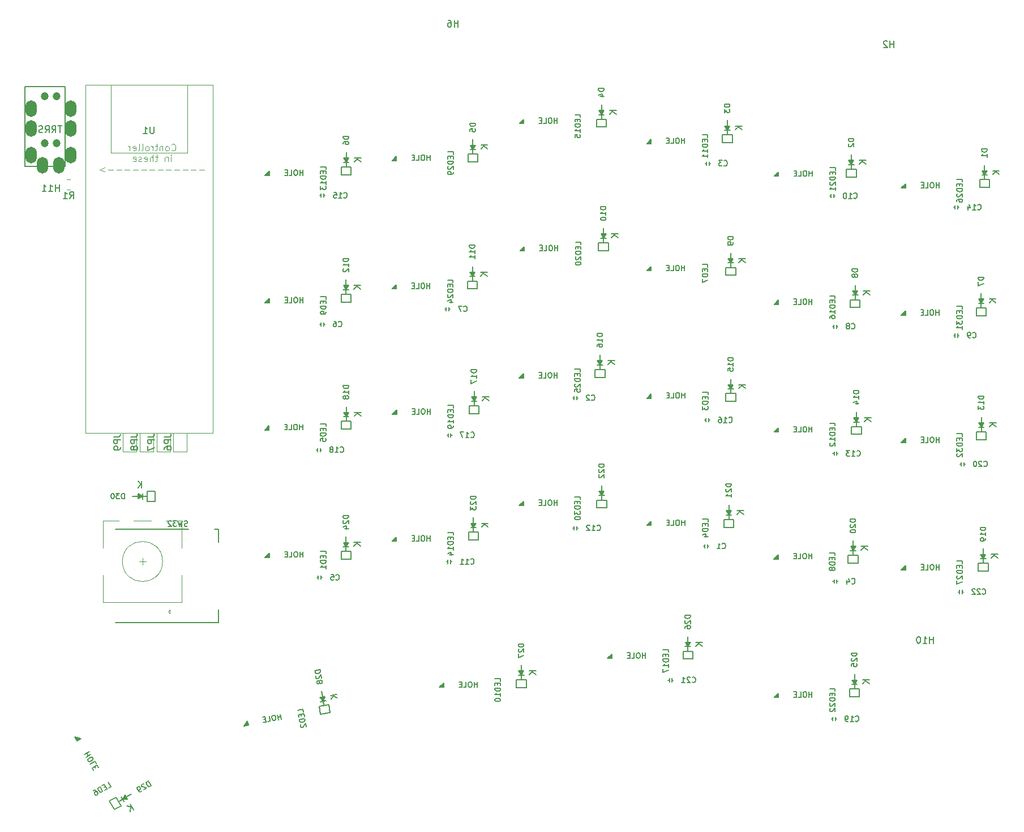
<source format=gbr>
G04 #@! TF.GenerationSoftware,KiCad,Pcbnew,6.0.0-rc1-unknown-b6ea9afb4f~144~ubuntu20.04.1*
G04 #@! TF.CreationDate,2021-11-30T19:06:32+00:00*
G04 #@! TF.ProjectId,grandiceps-rev3,6772616e-6469-4636-9570-732d72657633,rev?*
G04 #@! TF.SameCoordinates,Original*
G04 #@! TF.FileFunction,Legend,Bot*
G04 #@! TF.FilePolarity,Positive*
%FSLAX46Y46*%
G04 Gerber Fmt 4.6, Leading zero omitted, Abs format (unit mm)*
G04 Created by KiCad (PCBNEW 6.0.0-rc1-unknown-b6ea9afb4f~144~ubuntu20.04.1) date 2021-11-30 19:06:32*
%MOMM*%
%LPD*%
G01*
G04 APERTURE LIST*
%ADD10C,0.100000*%
%ADD11C,0.150000*%
%ADD12C,0.152400*%
%ADD13C,0.200000*%
%ADD14C,0.120000*%
%ADD15C,0.160000*%
%ADD16C,1.200000*%
%ADD17O,1.700000X2.500000*%
G04 APERTURE END LIST*
D10*
X111819961Y-55668542D02*
X111867580Y-55716161D01*
X112010438Y-55763780D01*
X112105676Y-55763780D01*
X112248533Y-55716161D01*
X112343771Y-55620923D01*
X112391390Y-55525685D01*
X112439009Y-55335209D01*
X112439009Y-55192352D01*
X112391390Y-55001876D01*
X112343771Y-54906638D01*
X112248533Y-54811400D01*
X112105676Y-54763780D01*
X112010438Y-54763780D01*
X111867580Y-54811400D01*
X111819961Y-54859019D01*
X111248533Y-55763780D02*
X111343771Y-55716161D01*
X111391390Y-55668542D01*
X111439009Y-55573304D01*
X111439009Y-55287590D01*
X111391390Y-55192352D01*
X111343771Y-55144733D01*
X111248533Y-55097114D01*
X111105676Y-55097114D01*
X111010438Y-55144733D01*
X110962819Y-55192352D01*
X110915200Y-55287590D01*
X110915200Y-55573304D01*
X110962819Y-55668542D01*
X111010438Y-55716161D01*
X111105676Y-55763780D01*
X111248533Y-55763780D01*
X110486628Y-55097114D02*
X110486628Y-55763780D01*
X110486628Y-55192352D02*
X110439009Y-55144733D01*
X110343771Y-55097114D01*
X110200914Y-55097114D01*
X110105676Y-55144733D01*
X110058057Y-55239971D01*
X110058057Y-55763780D01*
X109724723Y-55097114D02*
X109343771Y-55097114D01*
X109581866Y-54763780D02*
X109581866Y-55620923D01*
X109534247Y-55716161D01*
X109439009Y-55763780D01*
X109343771Y-55763780D01*
X109010438Y-55763780D02*
X109010438Y-55097114D01*
X109010438Y-55287590D02*
X108962819Y-55192352D01*
X108915200Y-55144733D01*
X108819961Y-55097114D01*
X108724723Y-55097114D01*
X108248533Y-55763780D02*
X108343771Y-55716161D01*
X108391390Y-55668542D01*
X108439009Y-55573304D01*
X108439009Y-55287590D01*
X108391390Y-55192352D01*
X108343771Y-55144733D01*
X108248533Y-55097114D01*
X108105676Y-55097114D01*
X108010438Y-55144733D01*
X107962819Y-55192352D01*
X107915200Y-55287590D01*
X107915200Y-55573304D01*
X107962819Y-55668542D01*
X108010438Y-55716161D01*
X108105676Y-55763780D01*
X108248533Y-55763780D01*
X107343771Y-55763780D02*
X107439009Y-55716161D01*
X107486628Y-55620923D01*
X107486628Y-54763780D01*
X106819961Y-55763780D02*
X106915200Y-55716161D01*
X106962819Y-55620923D01*
X106962819Y-54763780D01*
X106058057Y-55716161D02*
X106153295Y-55763780D01*
X106343771Y-55763780D01*
X106439009Y-55716161D01*
X106486628Y-55620923D01*
X106486628Y-55239971D01*
X106439009Y-55144733D01*
X106343771Y-55097114D01*
X106153295Y-55097114D01*
X106058057Y-55144733D01*
X106010438Y-55239971D01*
X106010438Y-55335209D01*
X106486628Y-55430447D01*
X105581866Y-55763780D02*
X105581866Y-55097114D01*
X105581866Y-55287590D02*
X105534247Y-55192352D01*
X105486628Y-55144733D01*
X105391390Y-55097114D01*
X105296152Y-55097114D01*
X111748533Y-57373780D02*
X111748533Y-56707114D01*
X111748533Y-56373780D02*
X111796152Y-56421400D01*
X111748533Y-56469019D01*
X111700914Y-56421400D01*
X111748533Y-56373780D01*
X111748533Y-56469019D01*
X111272342Y-56707114D02*
X111272342Y-57373780D01*
X111272342Y-56802352D02*
X111224723Y-56754733D01*
X111129485Y-56707114D01*
X110986628Y-56707114D01*
X110891390Y-56754733D01*
X110843771Y-56849971D01*
X110843771Y-57373780D01*
X109748533Y-56707114D02*
X109367580Y-56707114D01*
X109605676Y-56373780D02*
X109605676Y-57230923D01*
X109558057Y-57326161D01*
X109462819Y-57373780D01*
X109367580Y-57373780D01*
X109034247Y-57373780D02*
X109034247Y-56373780D01*
X108605676Y-57373780D02*
X108605676Y-56849971D01*
X108653295Y-56754733D01*
X108748533Y-56707114D01*
X108891390Y-56707114D01*
X108986628Y-56754733D01*
X109034247Y-56802352D01*
X107748533Y-57326161D02*
X107843771Y-57373780D01*
X108034247Y-57373780D01*
X108129485Y-57326161D01*
X108177104Y-57230923D01*
X108177104Y-56849971D01*
X108129485Y-56754733D01*
X108034247Y-56707114D01*
X107843771Y-56707114D01*
X107748533Y-56754733D01*
X107700914Y-56849971D01*
X107700914Y-56945209D01*
X108177104Y-57040447D01*
X107319961Y-57326161D02*
X107224723Y-57373780D01*
X107034247Y-57373780D01*
X106939009Y-57326161D01*
X106891390Y-57230923D01*
X106891390Y-57183304D01*
X106939009Y-57088066D01*
X107034247Y-57040447D01*
X107177104Y-57040447D01*
X107272342Y-56992828D01*
X107319961Y-56897590D01*
X107319961Y-56849971D01*
X107272342Y-56754733D01*
X107177104Y-56707114D01*
X107034247Y-56707114D01*
X106939009Y-56754733D01*
X106081866Y-57326161D02*
X106177104Y-57373780D01*
X106367580Y-57373780D01*
X106462819Y-57326161D01*
X106510438Y-57230923D01*
X106510438Y-56849971D01*
X106462819Y-56754733D01*
X106367580Y-56707114D01*
X106177104Y-56707114D01*
X106081866Y-56754733D01*
X106034247Y-56849971D01*
X106034247Y-56945209D01*
X106510438Y-57040447D01*
X116724723Y-58602828D02*
X115962819Y-58602828D01*
X115486628Y-58602828D02*
X114724723Y-58602828D01*
X114248533Y-58602828D02*
X113486628Y-58602828D01*
X113010438Y-58602828D02*
X112248533Y-58602828D01*
X111772342Y-58602828D02*
X111010438Y-58602828D01*
X110534247Y-58602828D02*
X109772342Y-58602828D01*
X109296152Y-58602828D02*
X108534247Y-58602828D01*
X108058057Y-58602828D02*
X107296152Y-58602828D01*
X106819961Y-58602828D02*
X106058057Y-58602828D01*
X105581866Y-58602828D02*
X104819961Y-58602828D01*
X104343771Y-58602828D02*
X103581866Y-58602828D01*
X103105676Y-58602828D02*
X102343771Y-58602828D01*
X101867580Y-58317114D02*
X101105676Y-58602828D01*
X101867580Y-58888542D01*
D11*
X109194904Y-52200180D02*
X109194904Y-53009704D01*
X109147285Y-53104942D01*
X109099666Y-53152561D01*
X109004428Y-53200180D01*
X108813952Y-53200180D01*
X108718714Y-53152561D01*
X108671095Y-53104942D01*
X108623476Y-53009704D01*
X108623476Y-52200180D01*
X107623476Y-53200180D02*
X108194904Y-53200180D01*
X107909190Y-53200180D02*
X107909190Y-52200180D01*
X108004428Y-52343038D01*
X108099666Y-52438276D01*
X108194904Y-52485895D01*
D12*
X233092169Y-122032485D02*
X233130874Y-122071190D01*
X233246988Y-122109895D01*
X233324398Y-122109895D01*
X233440512Y-122071190D01*
X233517921Y-121993780D01*
X233556626Y-121916371D01*
X233595331Y-121761552D01*
X233595331Y-121645438D01*
X233556626Y-121490619D01*
X233517921Y-121413209D01*
X233440512Y-121335800D01*
X233324398Y-121297095D01*
X233246988Y-121297095D01*
X233130874Y-121335800D01*
X233092169Y-121374504D01*
X232782531Y-121374504D02*
X232743826Y-121335800D01*
X232666417Y-121297095D01*
X232472893Y-121297095D01*
X232395483Y-121335800D01*
X232356779Y-121374504D01*
X232318074Y-121451914D01*
X232318074Y-121529323D01*
X232356779Y-121645438D01*
X232821236Y-122109895D01*
X232318074Y-122109895D01*
X232008436Y-121374504D02*
X231969731Y-121335800D01*
X231892321Y-121297095D01*
X231698798Y-121297095D01*
X231621388Y-121335800D01*
X231582683Y-121374504D01*
X231543979Y-121451914D01*
X231543979Y-121529323D01*
X231582683Y-121645438D01*
X232047140Y-122109895D01*
X231543979Y-122109895D01*
X156589669Y-98588285D02*
X156628374Y-98626990D01*
X156744488Y-98665695D01*
X156821898Y-98665695D01*
X156938012Y-98626990D01*
X157015421Y-98549580D01*
X157054126Y-98472171D01*
X157092831Y-98317352D01*
X157092831Y-98201238D01*
X157054126Y-98046419D01*
X157015421Y-97969009D01*
X156938012Y-97891600D01*
X156821898Y-97852895D01*
X156744488Y-97852895D01*
X156628374Y-97891600D01*
X156589669Y-97930304D01*
X155815574Y-98665695D02*
X156280031Y-98665695D01*
X156047802Y-98665695D02*
X156047802Y-97852895D01*
X156125212Y-97969009D01*
X156202621Y-98046419D01*
X156280031Y-98085123D01*
X155544640Y-97852895D02*
X155002774Y-97852895D01*
X155351117Y-98665695D01*
X156566569Y-117536685D02*
X156605274Y-117575390D01*
X156721388Y-117614095D01*
X156798798Y-117614095D01*
X156914912Y-117575390D01*
X156992321Y-117497980D01*
X157031026Y-117420571D01*
X157069731Y-117265752D01*
X157069731Y-117149638D01*
X157031026Y-116994819D01*
X156992321Y-116917409D01*
X156914912Y-116840000D01*
X156798798Y-116801295D01*
X156721388Y-116801295D01*
X156605274Y-116840000D01*
X156566569Y-116878704D01*
X155792474Y-117614095D02*
X156256931Y-117614095D01*
X156024702Y-117614095D02*
X156024702Y-116801295D01*
X156102112Y-116917409D01*
X156179521Y-116994819D01*
X156256931Y-117033523D01*
X155018379Y-117614095D02*
X155482836Y-117614095D01*
X155250607Y-117614095D02*
X155250607Y-116801295D01*
X155328017Y-116917409D01*
X155405426Y-116994819D01*
X155482836Y-117033523D01*
X134923895Y-116057438D02*
X134923895Y-115670390D01*
X134111095Y-115670390D01*
X134498142Y-116328371D02*
X134498142Y-116599304D01*
X134923895Y-116715419D02*
X134923895Y-116328371D01*
X134111095Y-116328371D01*
X134111095Y-116715419D01*
X134923895Y-117063761D02*
X134111095Y-117063761D01*
X134111095Y-117257285D01*
X134149800Y-117373400D01*
X134227209Y-117450809D01*
X134304619Y-117489514D01*
X134459438Y-117528219D01*
X134575552Y-117528219D01*
X134730371Y-117489514D01*
X134807780Y-117450809D01*
X134885190Y-117373400D01*
X134923895Y-117257285D01*
X134923895Y-117063761D01*
X134923895Y-118302314D02*
X134923895Y-117837857D01*
X134923895Y-118070085D02*
X134111095Y-118070085D01*
X134227209Y-117992676D01*
X134304619Y-117915266D01*
X134343323Y-117837857D01*
D11*
X131457533Y-116566904D02*
X131457533Y-115766904D01*
X131457533Y-116147857D02*
X131000390Y-116147857D01*
X131000390Y-116566904D02*
X131000390Y-115766904D01*
X130467057Y-115766904D02*
X130314676Y-115766904D01*
X130238485Y-115805000D01*
X130162295Y-115881190D01*
X130124200Y-116033571D01*
X130124200Y-116300238D01*
X130162295Y-116452619D01*
X130238485Y-116528809D01*
X130314676Y-116566904D01*
X130467057Y-116566904D01*
X130543247Y-116528809D01*
X130619438Y-116452619D01*
X130657533Y-116300238D01*
X130657533Y-116033571D01*
X130619438Y-115881190D01*
X130543247Y-115805000D01*
X130467057Y-115766904D01*
X129400390Y-116566904D02*
X129781342Y-116566904D01*
X129781342Y-115766904D01*
X129133723Y-116147857D02*
X128867057Y-116147857D01*
X128752771Y-116566904D02*
X129133723Y-116566904D01*
X129133723Y-115766904D01*
X128752771Y-115766904D01*
X226631333Y-61321904D02*
X226631333Y-60521904D01*
X226631333Y-60902857D02*
X226174190Y-60902857D01*
X226174190Y-61321904D02*
X226174190Y-60521904D01*
X225640857Y-60521904D02*
X225488476Y-60521904D01*
X225412285Y-60560000D01*
X225336095Y-60636190D01*
X225298000Y-60788571D01*
X225298000Y-61055238D01*
X225336095Y-61207619D01*
X225412285Y-61283809D01*
X225488476Y-61321904D01*
X225640857Y-61321904D01*
X225717047Y-61283809D01*
X225793238Y-61207619D01*
X225831333Y-61055238D01*
X225831333Y-60788571D01*
X225793238Y-60636190D01*
X225717047Y-60560000D01*
X225640857Y-60521904D01*
X224574190Y-61321904D02*
X224955142Y-61321904D01*
X224955142Y-60521904D01*
X224307523Y-60902857D02*
X224040857Y-60902857D01*
X223926571Y-61321904D02*
X224307523Y-61321904D01*
X224307523Y-60521904D01*
X223926571Y-60521904D01*
D12*
X230097695Y-60425390D02*
X230097695Y-60038342D01*
X229284895Y-60038342D01*
X229671942Y-60696323D02*
X229671942Y-60967257D01*
X230097695Y-61083371D02*
X230097695Y-60696323D01*
X229284895Y-60696323D01*
X229284895Y-61083371D01*
X230097695Y-61431714D02*
X229284895Y-61431714D01*
X229284895Y-61625238D01*
X229323600Y-61741352D01*
X229401009Y-61818761D01*
X229478419Y-61857466D01*
X229633238Y-61896171D01*
X229749352Y-61896171D01*
X229904171Y-61857466D01*
X229981580Y-61818761D01*
X230058990Y-61741352D01*
X230097695Y-61625238D01*
X230097695Y-61431714D01*
X229362304Y-62205809D02*
X229323600Y-62244514D01*
X229284895Y-62321923D01*
X229284895Y-62515447D01*
X229323600Y-62592857D01*
X229362304Y-62631561D01*
X229439714Y-62670266D01*
X229517123Y-62670266D01*
X229633238Y-62631561D01*
X230097695Y-62167104D01*
X230097695Y-62670266D01*
X229284895Y-63366952D02*
X229284895Y-63212133D01*
X229323600Y-63134723D01*
X229362304Y-63096019D01*
X229478419Y-63018609D01*
X229633238Y-62979904D01*
X229942876Y-62979904D01*
X230020285Y-63018609D01*
X230058990Y-63057314D01*
X230097695Y-63134723D01*
X230097695Y-63289542D01*
X230058990Y-63366952D01*
X230020285Y-63405657D01*
X229942876Y-63444361D01*
X229749352Y-63444361D01*
X229671942Y-63405657D01*
X229633238Y-63366952D01*
X229594533Y-63289542D01*
X229594533Y-63134723D01*
X229633238Y-63057314D01*
X229671942Y-63018609D01*
X229749352Y-62979904D01*
D11*
X128236734Y-140826075D02*
X128097815Y-140038229D01*
X128163967Y-140413394D02*
X127713769Y-140492776D01*
X127786536Y-140905457D02*
X127647617Y-140117611D01*
X127122386Y-140210223D02*
X126972320Y-140236684D01*
X126903903Y-140287431D01*
X126842100Y-140375694D01*
X126831044Y-140532375D01*
X126877350Y-140794991D01*
X126941328Y-140938441D01*
X127029591Y-141000244D01*
X127111239Y-141024530D01*
X127261305Y-140998070D01*
X127329723Y-140947323D01*
X127391525Y-140859059D01*
X127402581Y-140702378D01*
X127356275Y-140439763D01*
X127292298Y-140296312D01*
X127204035Y-140234510D01*
X127122386Y-140210223D01*
X126210843Y-141183294D02*
X126586008Y-141117143D01*
X126447090Y-140329296D01*
X125875461Y-140816919D02*
X125612846Y-140863225D01*
X125573063Y-141295752D02*
X125948228Y-141229601D01*
X125809309Y-140441754D01*
X125434145Y-140507906D01*
D12*
X131561966Y-139722421D02*
X131494756Y-139341254D01*
X130694304Y-139482395D01*
X131189729Y-140063170D02*
X131236776Y-140329987D01*
X131676223Y-140370406D02*
X131609013Y-139989239D01*
X130808561Y-140130380D01*
X130875771Y-140511547D01*
X131736712Y-140713457D02*
X130936260Y-140854598D01*
X130969865Y-141045182D01*
X131028145Y-141152811D01*
X131117821Y-141215602D01*
X131200775Y-141240277D01*
X131359963Y-141251510D01*
X131474314Y-141231347D01*
X131620060Y-141166346D01*
X131689572Y-141114787D01*
X131752363Y-141025112D01*
X131770317Y-140904041D01*
X131736712Y-140713457D01*
X131146914Y-141603491D02*
X131115518Y-141648329D01*
X131090844Y-141731283D01*
X131124449Y-141921867D01*
X131176007Y-141991379D01*
X131220845Y-142022775D01*
X131303800Y-142047450D01*
X131380033Y-142034008D01*
X131487663Y-141975728D01*
X131864411Y-141437675D01*
X131951785Y-141933193D01*
D11*
X169506733Y-51669904D02*
X169506733Y-50869904D01*
X169506733Y-51250857D02*
X169049590Y-51250857D01*
X169049590Y-51669904D02*
X169049590Y-50869904D01*
X168516257Y-50869904D02*
X168363876Y-50869904D01*
X168287685Y-50908000D01*
X168211495Y-50984190D01*
X168173400Y-51136571D01*
X168173400Y-51403238D01*
X168211495Y-51555619D01*
X168287685Y-51631809D01*
X168363876Y-51669904D01*
X168516257Y-51669904D01*
X168592447Y-51631809D01*
X168668638Y-51555619D01*
X168706733Y-51403238D01*
X168706733Y-51136571D01*
X168668638Y-50984190D01*
X168592447Y-50908000D01*
X168516257Y-50869904D01*
X167449590Y-51669904D02*
X167830542Y-51669904D01*
X167830542Y-50869904D01*
X167182923Y-51250857D02*
X166916257Y-51250857D01*
X166801971Y-51669904D02*
X167182923Y-51669904D01*
X167182923Y-50869904D01*
X166801971Y-50869904D01*
D12*
X172973095Y-50773390D02*
X172973095Y-50386342D01*
X172160295Y-50386342D01*
X172547342Y-51044323D02*
X172547342Y-51315257D01*
X172973095Y-51431371D02*
X172973095Y-51044323D01*
X172160295Y-51044323D01*
X172160295Y-51431371D01*
X172973095Y-51779714D02*
X172160295Y-51779714D01*
X172160295Y-51973238D01*
X172199000Y-52089352D01*
X172276409Y-52166761D01*
X172353819Y-52205466D01*
X172508638Y-52244171D01*
X172624752Y-52244171D01*
X172779571Y-52205466D01*
X172856980Y-52166761D01*
X172934390Y-52089352D01*
X172973095Y-51973238D01*
X172973095Y-51779714D01*
X172973095Y-53018266D02*
X172973095Y-52553809D01*
X172973095Y-52786038D02*
X172160295Y-52786038D01*
X172276409Y-52708628D01*
X172353819Y-52631219D01*
X172392523Y-52553809D01*
X172160295Y-53753657D02*
X172160295Y-53366609D01*
X172547342Y-53327904D01*
X172508638Y-53366609D01*
X172469933Y-53444019D01*
X172469933Y-53637542D01*
X172508638Y-53714952D01*
X172547342Y-53753657D01*
X172624752Y-53792361D01*
X172818276Y-53792361D01*
X172895685Y-53753657D01*
X172934390Y-53714952D01*
X172973095Y-53637542D01*
X172973095Y-53444019D01*
X172934390Y-53366609D01*
X172895685Y-53327904D01*
X189685869Y-135240485D02*
X189724574Y-135279190D01*
X189840688Y-135317895D01*
X189918098Y-135317895D01*
X190034212Y-135279190D01*
X190111621Y-135201780D01*
X190150326Y-135124371D01*
X190189031Y-134969552D01*
X190189031Y-134853438D01*
X190150326Y-134698619D01*
X190111621Y-134621209D01*
X190034212Y-134543800D01*
X189918098Y-134505095D01*
X189840688Y-134505095D01*
X189724574Y-134543800D01*
X189685869Y-134582504D01*
X189376231Y-134582504D02*
X189337526Y-134543800D01*
X189260117Y-134505095D01*
X189066593Y-134505095D01*
X188989183Y-134543800D01*
X188950479Y-134582504D01*
X188911774Y-134659914D01*
X188911774Y-134737323D01*
X188950479Y-134853438D01*
X189414936Y-135317895D01*
X188911774Y-135317895D01*
X188137679Y-135317895D02*
X188602136Y-135317895D01*
X188369907Y-135317895D02*
X188369907Y-134505095D01*
X188447317Y-134621209D01*
X188524726Y-134698619D01*
X188602136Y-134737323D01*
X195174569Y-96353085D02*
X195213274Y-96391790D01*
X195329388Y-96430495D01*
X195406798Y-96430495D01*
X195522912Y-96391790D01*
X195600321Y-96314380D01*
X195639026Y-96236971D01*
X195677731Y-96082152D01*
X195677731Y-95966038D01*
X195639026Y-95811219D01*
X195600321Y-95733809D01*
X195522912Y-95656400D01*
X195406798Y-95617695D01*
X195329388Y-95617695D01*
X195213274Y-95656400D01*
X195174569Y-95695104D01*
X194400474Y-96430495D02*
X194864931Y-96430495D01*
X194632702Y-96430495D02*
X194632702Y-95617695D01*
X194710112Y-95733809D01*
X194787521Y-95811219D01*
X194864931Y-95849923D01*
X193703788Y-95617695D02*
X193858607Y-95617695D01*
X193936017Y-95656400D01*
X193974721Y-95695104D01*
X194052131Y-95811219D01*
X194090836Y-95966038D01*
X194090836Y-96275676D01*
X194052131Y-96353085D01*
X194013426Y-96391790D01*
X193936017Y-96430495D01*
X193781198Y-96430495D01*
X193703788Y-96391790D01*
X193665083Y-96353085D01*
X193626379Y-96275676D01*
X193626379Y-96082152D01*
X193665083Y-96004742D01*
X193703788Y-95966038D01*
X193781198Y-95927333D01*
X193936017Y-95927333D01*
X194013426Y-95966038D01*
X194052131Y-96004742D01*
X194090836Y-96082152D01*
X161009695Y-135126790D02*
X161009695Y-134739742D01*
X160196895Y-134739742D01*
X160583942Y-135397723D02*
X160583942Y-135668657D01*
X161009695Y-135784771D02*
X161009695Y-135397723D01*
X160196895Y-135397723D01*
X160196895Y-135784771D01*
X161009695Y-136133114D02*
X160196895Y-136133114D01*
X160196895Y-136326638D01*
X160235600Y-136442752D01*
X160313009Y-136520161D01*
X160390419Y-136558866D01*
X160545238Y-136597571D01*
X160661352Y-136597571D01*
X160816171Y-136558866D01*
X160893580Y-136520161D01*
X160970990Y-136442752D01*
X161009695Y-136326638D01*
X161009695Y-136133114D01*
X161009695Y-137371666D02*
X161009695Y-136907209D01*
X161009695Y-137139438D02*
X160196895Y-137139438D01*
X160313009Y-137062028D01*
X160390419Y-136984619D01*
X160429123Y-136907209D01*
X160196895Y-137874828D02*
X160196895Y-137952238D01*
X160235600Y-138029647D01*
X160274304Y-138068352D01*
X160351714Y-138107057D01*
X160506533Y-138145761D01*
X160700057Y-138145761D01*
X160854876Y-138107057D01*
X160932285Y-138068352D01*
X160970990Y-138029647D01*
X161009695Y-137952238D01*
X161009695Y-137874828D01*
X160970990Y-137797419D01*
X160932285Y-137758714D01*
X160854876Y-137720009D01*
X160700057Y-137681304D01*
X160506533Y-137681304D01*
X160351714Y-137720009D01*
X160274304Y-137758714D01*
X160235600Y-137797419D01*
X160196895Y-137874828D01*
D11*
X157543333Y-136023304D02*
X157543333Y-135223304D01*
X157543333Y-135604257D02*
X157086190Y-135604257D01*
X157086190Y-136023304D02*
X157086190Y-135223304D01*
X156552857Y-135223304D02*
X156400476Y-135223304D01*
X156324285Y-135261400D01*
X156248095Y-135337590D01*
X156210000Y-135489971D01*
X156210000Y-135756638D01*
X156248095Y-135909019D01*
X156324285Y-135985209D01*
X156400476Y-136023304D01*
X156552857Y-136023304D01*
X156629047Y-135985209D01*
X156705238Y-135909019D01*
X156743333Y-135756638D01*
X156743333Y-135489971D01*
X156705238Y-135337590D01*
X156629047Y-135261400D01*
X156552857Y-135223304D01*
X155486190Y-136023304D02*
X155867142Y-136023304D01*
X155867142Y-135223304D01*
X155219523Y-135604257D02*
X154952857Y-135604257D01*
X154838571Y-136023304D02*
X155219523Y-136023304D01*
X155219523Y-135223304D01*
X154838571Y-135223304D01*
X150507533Y-95154704D02*
X150507533Y-94354704D01*
X150507533Y-94735657D02*
X150050390Y-94735657D01*
X150050390Y-95154704D02*
X150050390Y-94354704D01*
X149517057Y-94354704D02*
X149364676Y-94354704D01*
X149288485Y-94392800D01*
X149212295Y-94468990D01*
X149174200Y-94621371D01*
X149174200Y-94888038D01*
X149212295Y-95040419D01*
X149288485Y-95116609D01*
X149364676Y-95154704D01*
X149517057Y-95154704D01*
X149593247Y-95116609D01*
X149669438Y-95040419D01*
X149707533Y-94888038D01*
X149707533Y-94621371D01*
X149669438Y-94468990D01*
X149593247Y-94392800D01*
X149517057Y-94354704D01*
X148450390Y-95154704D02*
X148831342Y-95154704D01*
X148831342Y-94354704D01*
X148183723Y-94735657D02*
X147917057Y-94735657D01*
X147802771Y-95154704D02*
X148183723Y-95154704D01*
X148183723Y-94354704D01*
X147802771Y-94354704D01*
D12*
X153973895Y-94258190D02*
X153973895Y-93871142D01*
X153161095Y-93871142D01*
X153548142Y-94529123D02*
X153548142Y-94800057D01*
X153973895Y-94916171D02*
X153973895Y-94529123D01*
X153161095Y-94529123D01*
X153161095Y-94916171D01*
X153973895Y-95264514D02*
X153161095Y-95264514D01*
X153161095Y-95458038D01*
X153199800Y-95574152D01*
X153277209Y-95651561D01*
X153354619Y-95690266D01*
X153509438Y-95728971D01*
X153625552Y-95728971D01*
X153780371Y-95690266D01*
X153857780Y-95651561D01*
X153935190Y-95574152D01*
X153973895Y-95458038D01*
X153973895Y-95264514D01*
X153973895Y-96503066D02*
X153973895Y-96038609D01*
X153973895Y-96270838D02*
X153161095Y-96270838D01*
X153277209Y-96193428D01*
X153354619Y-96116019D01*
X153393323Y-96038609D01*
X153973895Y-96890114D02*
X153973895Y-97044933D01*
X153935190Y-97122342D01*
X153896485Y-97161047D01*
X153780371Y-97238457D01*
X153625552Y-97277161D01*
X153315914Y-97277161D01*
X153238504Y-97238457D01*
X153199800Y-97199752D01*
X153161095Y-97122342D01*
X153161095Y-96967523D01*
X153199800Y-96890114D01*
X153238504Y-96851409D01*
X153315914Y-96812704D01*
X153509438Y-96812704D01*
X153586847Y-96851409D01*
X153625552Y-96890114D01*
X153664257Y-96967523D01*
X153664257Y-97122342D01*
X153625552Y-97199752D01*
X153586847Y-97238457D01*
X153509438Y-97277161D01*
X134898495Y-97007438D02*
X134898495Y-96620390D01*
X134085695Y-96620390D01*
X134472742Y-97278371D02*
X134472742Y-97549304D01*
X134898495Y-97665419D02*
X134898495Y-97278371D01*
X134085695Y-97278371D01*
X134085695Y-97665419D01*
X134898495Y-98013761D02*
X134085695Y-98013761D01*
X134085695Y-98207285D01*
X134124400Y-98323400D01*
X134201809Y-98400809D01*
X134279219Y-98439514D01*
X134434038Y-98478219D01*
X134550152Y-98478219D01*
X134704971Y-98439514D01*
X134782380Y-98400809D01*
X134859790Y-98323400D01*
X134898495Y-98207285D01*
X134898495Y-98013761D01*
X134085695Y-99213609D02*
X134085695Y-98826561D01*
X134472742Y-98787857D01*
X134434038Y-98826561D01*
X134395333Y-98903971D01*
X134395333Y-99097495D01*
X134434038Y-99174904D01*
X134472742Y-99213609D01*
X134550152Y-99252314D01*
X134743676Y-99252314D01*
X134821085Y-99213609D01*
X134859790Y-99174904D01*
X134898495Y-99097495D01*
X134898495Y-98903971D01*
X134859790Y-98826561D01*
X134821085Y-98787857D01*
D11*
X131432133Y-97516904D02*
X131432133Y-96716904D01*
X131432133Y-97097857D02*
X130974990Y-97097857D01*
X130974990Y-97516904D02*
X130974990Y-96716904D01*
X130441657Y-96716904D02*
X130289276Y-96716904D01*
X130213085Y-96755000D01*
X130136895Y-96831190D01*
X130098800Y-96983571D01*
X130098800Y-97250238D01*
X130136895Y-97402619D01*
X130213085Y-97478809D01*
X130289276Y-97516904D01*
X130441657Y-97516904D01*
X130517847Y-97478809D01*
X130594038Y-97402619D01*
X130632133Y-97250238D01*
X130632133Y-96983571D01*
X130594038Y-96831190D01*
X130517847Y-96755000D01*
X130441657Y-96716904D01*
X129374990Y-97516904D02*
X129755942Y-97516904D01*
X129755942Y-96716904D01*
X129108323Y-97097857D02*
X128841657Y-97097857D01*
X128727371Y-97516904D02*
X129108323Y-97516904D01*
X129108323Y-96716904D01*
X128727371Y-96716904D01*
D12*
X134923895Y-58545790D02*
X134923895Y-58158742D01*
X134111095Y-58158742D01*
X134498142Y-58816723D02*
X134498142Y-59087657D01*
X134923895Y-59203771D02*
X134923895Y-58816723D01*
X134111095Y-58816723D01*
X134111095Y-59203771D01*
X134923895Y-59552114D02*
X134111095Y-59552114D01*
X134111095Y-59745638D01*
X134149800Y-59861752D01*
X134227209Y-59939161D01*
X134304619Y-59977866D01*
X134459438Y-60016571D01*
X134575552Y-60016571D01*
X134730371Y-59977866D01*
X134807780Y-59939161D01*
X134885190Y-59861752D01*
X134923895Y-59745638D01*
X134923895Y-59552114D01*
X134923895Y-60790666D02*
X134923895Y-60326209D01*
X134923895Y-60558438D02*
X134111095Y-60558438D01*
X134227209Y-60481028D01*
X134304619Y-60403619D01*
X134343323Y-60326209D01*
X134111095Y-61061600D02*
X134111095Y-61564761D01*
X134420733Y-61293828D01*
X134420733Y-61409942D01*
X134459438Y-61487352D01*
X134498142Y-61526057D01*
X134575552Y-61564761D01*
X134769076Y-61564761D01*
X134846485Y-61526057D01*
X134885190Y-61487352D01*
X134923895Y-61409942D01*
X134923895Y-61177714D01*
X134885190Y-61100304D01*
X134846485Y-61061600D01*
D11*
X131457533Y-59442304D02*
X131457533Y-58642304D01*
X131457533Y-59023257D02*
X131000390Y-59023257D01*
X131000390Y-59442304D02*
X131000390Y-58642304D01*
X130467057Y-58642304D02*
X130314676Y-58642304D01*
X130238485Y-58680400D01*
X130162295Y-58756590D01*
X130124200Y-58908971D01*
X130124200Y-59175638D01*
X130162295Y-59328019D01*
X130238485Y-59404209D01*
X130314676Y-59442304D01*
X130467057Y-59442304D01*
X130543247Y-59404209D01*
X130619438Y-59328019D01*
X130657533Y-59175638D01*
X130657533Y-58908971D01*
X130619438Y-58756590D01*
X130543247Y-58680400D01*
X130467057Y-58642304D01*
X129400390Y-59442304D02*
X129781342Y-59442304D01*
X129781342Y-58642304D01*
X129133723Y-59023257D02*
X128867057Y-59023257D01*
X128752771Y-59442304D02*
X129133723Y-59442304D01*
X129133723Y-58642304D01*
X128752771Y-58642304D01*
X188556733Y-54667104D02*
X188556733Y-53867104D01*
X188556733Y-54248057D02*
X188099590Y-54248057D01*
X188099590Y-54667104D02*
X188099590Y-53867104D01*
X187566257Y-53867104D02*
X187413876Y-53867104D01*
X187337685Y-53905200D01*
X187261495Y-53981390D01*
X187223400Y-54133771D01*
X187223400Y-54400438D01*
X187261495Y-54552819D01*
X187337685Y-54629009D01*
X187413876Y-54667104D01*
X187566257Y-54667104D01*
X187642447Y-54629009D01*
X187718638Y-54552819D01*
X187756733Y-54400438D01*
X187756733Y-54133771D01*
X187718638Y-53981390D01*
X187642447Y-53905200D01*
X187566257Y-53867104D01*
X186499590Y-54667104D02*
X186880542Y-54667104D01*
X186880542Y-53867104D01*
X186232923Y-54248057D02*
X185966257Y-54248057D01*
X185851971Y-54667104D02*
X186232923Y-54667104D01*
X186232923Y-53867104D01*
X185851971Y-53867104D01*
D12*
X192023095Y-53770590D02*
X192023095Y-53383542D01*
X191210295Y-53383542D01*
X191597342Y-54041523D02*
X191597342Y-54312457D01*
X192023095Y-54428571D02*
X192023095Y-54041523D01*
X191210295Y-54041523D01*
X191210295Y-54428571D01*
X192023095Y-54776914D02*
X191210295Y-54776914D01*
X191210295Y-54970438D01*
X191249000Y-55086552D01*
X191326409Y-55163961D01*
X191403819Y-55202666D01*
X191558638Y-55241371D01*
X191674752Y-55241371D01*
X191829571Y-55202666D01*
X191906980Y-55163961D01*
X191984390Y-55086552D01*
X192023095Y-54970438D01*
X192023095Y-54776914D01*
X192023095Y-56015466D02*
X192023095Y-55551009D01*
X192023095Y-55783238D02*
X191210295Y-55783238D01*
X191326409Y-55705828D01*
X191403819Y-55628419D01*
X191442523Y-55551009D01*
X192023095Y-56789561D02*
X192023095Y-56325104D01*
X192023095Y-56557333D02*
X191210295Y-56557333D01*
X191326409Y-56479923D01*
X191403819Y-56402514D01*
X191442523Y-56325104D01*
X211073095Y-77849790D02*
X211073095Y-77462742D01*
X210260295Y-77462742D01*
X210647342Y-78120723D02*
X210647342Y-78391657D01*
X211073095Y-78507771D02*
X211073095Y-78120723D01*
X210260295Y-78120723D01*
X210260295Y-78507771D01*
X211073095Y-78856114D02*
X210260295Y-78856114D01*
X210260295Y-79049638D01*
X210299000Y-79165752D01*
X210376409Y-79243161D01*
X210453819Y-79281866D01*
X210608638Y-79320571D01*
X210724752Y-79320571D01*
X210879571Y-79281866D01*
X210956980Y-79243161D01*
X211034390Y-79165752D01*
X211073095Y-79049638D01*
X211073095Y-78856114D01*
X211073095Y-80094666D02*
X211073095Y-79630209D01*
X211073095Y-79862438D02*
X210260295Y-79862438D01*
X210376409Y-79785028D01*
X210453819Y-79707619D01*
X210492523Y-79630209D01*
X210260295Y-80791352D02*
X210260295Y-80636533D01*
X210299000Y-80559123D01*
X210337704Y-80520419D01*
X210453819Y-80443009D01*
X210608638Y-80404304D01*
X210918276Y-80404304D01*
X210995685Y-80443009D01*
X211034390Y-80481714D01*
X211073095Y-80559123D01*
X211073095Y-80713942D01*
X211034390Y-80791352D01*
X210995685Y-80830057D01*
X210918276Y-80868761D01*
X210724752Y-80868761D01*
X210647342Y-80830057D01*
X210608638Y-80791352D01*
X210569933Y-80713942D01*
X210569933Y-80559123D01*
X210608638Y-80481714D01*
X210647342Y-80443009D01*
X210724752Y-80404304D01*
D11*
X207606733Y-78746304D02*
X207606733Y-77946304D01*
X207606733Y-78327257D02*
X207149590Y-78327257D01*
X207149590Y-78746304D02*
X207149590Y-77946304D01*
X206616257Y-77946304D02*
X206463876Y-77946304D01*
X206387685Y-77984400D01*
X206311495Y-78060590D01*
X206273400Y-78212971D01*
X206273400Y-78479638D01*
X206311495Y-78632019D01*
X206387685Y-78708209D01*
X206463876Y-78746304D01*
X206616257Y-78746304D01*
X206692447Y-78708209D01*
X206768638Y-78632019D01*
X206806733Y-78479638D01*
X206806733Y-78212971D01*
X206768638Y-78060590D01*
X206692447Y-77984400D01*
X206616257Y-77946304D01*
X205549590Y-78746304D02*
X205930542Y-78746304D01*
X205930542Y-77946304D01*
X205282923Y-78327257D02*
X205016257Y-78327257D01*
X204901971Y-78746304D02*
X205282923Y-78746304D01*
X205282923Y-77946304D01*
X204901971Y-77946304D01*
X131457533Y-78492304D02*
X131457533Y-77692304D01*
X131457533Y-78073257D02*
X131000390Y-78073257D01*
X131000390Y-78492304D02*
X131000390Y-77692304D01*
X130467057Y-77692304D02*
X130314676Y-77692304D01*
X130238485Y-77730400D01*
X130162295Y-77806590D01*
X130124200Y-77958971D01*
X130124200Y-78225638D01*
X130162295Y-78378019D01*
X130238485Y-78454209D01*
X130314676Y-78492304D01*
X130467057Y-78492304D01*
X130543247Y-78454209D01*
X130619438Y-78378019D01*
X130657533Y-78225638D01*
X130657533Y-77958971D01*
X130619438Y-77806590D01*
X130543247Y-77730400D01*
X130467057Y-77692304D01*
X129400390Y-78492304D02*
X129781342Y-78492304D01*
X129781342Y-77692304D01*
X129133723Y-78073257D02*
X128867057Y-78073257D01*
X128752771Y-78492304D02*
X129133723Y-78492304D01*
X129133723Y-77692304D01*
X128752771Y-77692304D01*
D12*
X134923895Y-77982838D02*
X134923895Y-77595790D01*
X134111095Y-77595790D01*
X134498142Y-78253771D02*
X134498142Y-78524704D01*
X134923895Y-78640819D02*
X134923895Y-78253771D01*
X134111095Y-78253771D01*
X134111095Y-78640819D01*
X134923895Y-78989161D02*
X134111095Y-78989161D01*
X134111095Y-79182685D01*
X134149800Y-79298800D01*
X134227209Y-79376209D01*
X134304619Y-79414914D01*
X134459438Y-79453619D01*
X134575552Y-79453619D01*
X134730371Y-79414914D01*
X134807780Y-79376209D01*
X134885190Y-79298800D01*
X134923895Y-79182685D01*
X134923895Y-78989161D01*
X134923895Y-79840666D02*
X134923895Y-79995485D01*
X134885190Y-80072895D01*
X134846485Y-80111600D01*
X134730371Y-80189009D01*
X134575552Y-80227714D01*
X134265914Y-80227714D01*
X134188504Y-80189009D01*
X134149800Y-80150304D01*
X134111095Y-80072895D01*
X134111095Y-79918076D01*
X134149800Y-79840666D01*
X134188504Y-79801961D01*
X134265914Y-79763257D01*
X134459438Y-79763257D01*
X134536847Y-79801961D01*
X134575552Y-79840666D01*
X134614257Y-79918076D01*
X134614257Y-80072895D01*
X134575552Y-80150304D01*
X134536847Y-80189009D01*
X134459438Y-80227714D01*
D11*
X169481333Y-108819904D02*
X169481333Y-108019904D01*
X169481333Y-108400857D02*
X169024190Y-108400857D01*
X169024190Y-108819904D02*
X169024190Y-108019904D01*
X168490857Y-108019904D02*
X168338476Y-108019904D01*
X168262285Y-108058000D01*
X168186095Y-108134190D01*
X168148000Y-108286571D01*
X168148000Y-108553238D01*
X168186095Y-108705619D01*
X168262285Y-108781809D01*
X168338476Y-108819904D01*
X168490857Y-108819904D01*
X168567047Y-108781809D01*
X168643238Y-108705619D01*
X168681333Y-108553238D01*
X168681333Y-108286571D01*
X168643238Y-108134190D01*
X168567047Y-108058000D01*
X168490857Y-108019904D01*
X167424190Y-108819904D02*
X167805142Y-108819904D01*
X167805142Y-108019904D01*
X167157523Y-108400857D02*
X166890857Y-108400857D01*
X166776571Y-108819904D02*
X167157523Y-108819904D01*
X167157523Y-108019904D01*
X166776571Y-108019904D01*
D12*
X172947695Y-107923390D02*
X172947695Y-107536342D01*
X172134895Y-107536342D01*
X172521942Y-108194323D02*
X172521942Y-108465257D01*
X172947695Y-108581371D02*
X172947695Y-108194323D01*
X172134895Y-108194323D01*
X172134895Y-108581371D01*
X172947695Y-108929714D02*
X172134895Y-108929714D01*
X172134895Y-109123238D01*
X172173600Y-109239352D01*
X172251009Y-109316761D01*
X172328419Y-109355466D01*
X172483238Y-109394171D01*
X172599352Y-109394171D01*
X172754171Y-109355466D01*
X172831580Y-109316761D01*
X172908990Y-109239352D01*
X172947695Y-109123238D01*
X172947695Y-108929714D01*
X172134895Y-109665104D02*
X172134895Y-110168266D01*
X172444533Y-109897333D01*
X172444533Y-110013447D01*
X172483238Y-110090857D01*
X172521942Y-110129561D01*
X172599352Y-110168266D01*
X172792876Y-110168266D01*
X172870285Y-110129561D01*
X172908990Y-110090857D01*
X172947695Y-110013447D01*
X172947695Y-109781219D01*
X172908990Y-109703809D01*
X172870285Y-109665104D01*
X172134895Y-110671428D02*
X172134895Y-110748838D01*
X172173600Y-110826247D01*
X172212304Y-110864952D01*
X172289714Y-110903657D01*
X172444533Y-110942361D01*
X172638057Y-110942361D01*
X172792876Y-110903657D01*
X172870285Y-110864952D01*
X172908990Y-110826247D01*
X172947695Y-110748838D01*
X172947695Y-110671428D01*
X172908990Y-110594019D01*
X172870285Y-110555314D01*
X172792876Y-110516609D01*
X172638057Y-110477904D01*
X172444533Y-110477904D01*
X172289714Y-110516609D01*
X172212304Y-110555314D01*
X172173600Y-110594019D01*
X172134895Y-110671428D01*
D11*
X99513854Y-145679547D02*
X98821033Y-146079547D01*
X99150948Y-145889070D02*
X99379519Y-146284968D01*
X99742425Y-146075444D02*
X99049605Y-146475444D01*
X99316271Y-146937324D02*
X99392462Y-147069290D01*
X99463548Y-147116225D01*
X99567627Y-147144113D01*
X99718640Y-147100914D01*
X99949580Y-146967580D01*
X100062498Y-146858399D01*
X100090386Y-146754320D01*
X100085282Y-146669290D01*
X100009092Y-146537324D01*
X99938005Y-146490389D01*
X99833927Y-146462501D01*
X99682913Y-146505700D01*
X99451973Y-146639034D01*
X99339055Y-146748215D01*
X99311168Y-146852294D01*
X99316271Y-146937324D01*
X100542425Y-147461085D02*
X100351949Y-147131170D01*
X99659128Y-147531170D01*
X100312852Y-147901548D02*
X100446186Y-148132489D01*
X100866235Y-148021939D02*
X100675758Y-147692025D01*
X99982938Y-148092025D01*
X100173414Y-148421939D01*
D12*
X102394742Y-151098077D02*
X102729935Y-150904553D01*
X102323535Y-150200648D01*
X101947230Y-150864831D02*
X101712595Y-151000298D01*
X101824914Y-151427067D02*
X102160107Y-151233544D01*
X101753707Y-150529638D01*
X101418514Y-150723162D01*
X101523240Y-151601239D02*
X101116840Y-150897333D01*
X100949243Y-150994095D01*
X100868038Y-151085672D01*
X100839704Y-151191415D01*
X100844889Y-151277806D01*
X100888780Y-151431236D01*
X100946837Y-151531794D01*
X101057766Y-151646519D01*
X101129990Y-151694205D01*
X101235733Y-151722539D01*
X101355643Y-151698001D01*
X101523240Y-151601239D01*
X100111261Y-151477905D02*
X100245338Y-151400495D01*
X100331729Y-151395310D01*
X100384601Y-151409477D01*
X100509696Y-151471330D01*
X100620625Y-151586055D01*
X100775444Y-151854209D01*
X100780630Y-151940600D01*
X100766463Y-151993472D01*
X100718776Y-152065696D01*
X100584699Y-152143106D01*
X100498308Y-152148291D01*
X100445437Y-152134124D01*
X100373213Y-152086438D01*
X100276451Y-151918841D01*
X100271265Y-151832450D01*
X100285432Y-151779579D01*
X100333118Y-151707355D01*
X100467196Y-151629945D01*
X100553587Y-151624760D01*
X100606458Y-151638926D01*
X100678682Y-151686613D01*
D11*
X169481333Y-89744504D02*
X169481333Y-88944504D01*
X169481333Y-89325457D02*
X169024190Y-89325457D01*
X169024190Y-89744504D02*
X169024190Y-88944504D01*
X168490857Y-88944504D02*
X168338476Y-88944504D01*
X168262285Y-88982600D01*
X168186095Y-89058790D01*
X168148000Y-89211171D01*
X168148000Y-89477838D01*
X168186095Y-89630219D01*
X168262285Y-89706409D01*
X168338476Y-89744504D01*
X168490857Y-89744504D01*
X168567047Y-89706409D01*
X168643238Y-89630219D01*
X168681333Y-89477838D01*
X168681333Y-89211171D01*
X168643238Y-89058790D01*
X168567047Y-88982600D01*
X168490857Y-88944504D01*
X167424190Y-89744504D02*
X167805142Y-89744504D01*
X167805142Y-88944504D01*
X167157523Y-89325457D02*
X166890857Y-89325457D01*
X166776571Y-89744504D02*
X167157523Y-89744504D01*
X167157523Y-88944504D01*
X166776571Y-88944504D01*
D12*
X172947695Y-88847990D02*
X172947695Y-88460942D01*
X172134895Y-88460942D01*
X172521942Y-89118923D02*
X172521942Y-89389857D01*
X172947695Y-89505971D02*
X172947695Y-89118923D01*
X172134895Y-89118923D01*
X172134895Y-89505971D01*
X172947695Y-89854314D02*
X172134895Y-89854314D01*
X172134895Y-90047838D01*
X172173600Y-90163952D01*
X172251009Y-90241361D01*
X172328419Y-90280066D01*
X172483238Y-90318771D01*
X172599352Y-90318771D01*
X172754171Y-90280066D01*
X172831580Y-90241361D01*
X172908990Y-90163952D01*
X172947695Y-90047838D01*
X172947695Y-89854314D01*
X172212304Y-90628409D02*
X172173600Y-90667114D01*
X172134895Y-90744523D01*
X172134895Y-90938047D01*
X172173600Y-91015457D01*
X172212304Y-91054161D01*
X172289714Y-91092866D01*
X172367123Y-91092866D01*
X172483238Y-91054161D01*
X172947695Y-90589704D01*
X172947695Y-91092866D01*
X172134895Y-91828257D02*
X172134895Y-91441209D01*
X172521942Y-91402504D01*
X172483238Y-91441209D01*
X172444533Y-91518619D01*
X172444533Y-91712142D01*
X172483238Y-91789552D01*
X172521942Y-91828257D01*
X172599352Y-91866961D01*
X172792876Y-91866961D01*
X172870285Y-91828257D01*
X172908990Y-91789552D01*
X172947695Y-91712142D01*
X172947695Y-91518619D01*
X172908990Y-91441209D01*
X172870285Y-91402504D01*
X230072295Y-79449990D02*
X230072295Y-79062942D01*
X229259495Y-79062942D01*
X229646542Y-79720923D02*
X229646542Y-79991857D01*
X230072295Y-80107971D02*
X230072295Y-79720923D01*
X229259495Y-79720923D01*
X229259495Y-80107971D01*
X230072295Y-80456314D02*
X229259495Y-80456314D01*
X229259495Y-80649838D01*
X229298200Y-80765952D01*
X229375609Y-80843361D01*
X229453019Y-80882066D01*
X229607838Y-80920771D01*
X229723952Y-80920771D01*
X229878771Y-80882066D01*
X229956180Y-80843361D01*
X230033590Y-80765952D01*
X230072295Y-80649838D01*
X230072295Y-80456314D01*
X229259495Y-81191704D02*
X229259495Y-81694866D01*
X229569133Y-81423933D01*
X229569133Y-81540047D01*
X229607838Y-81617457D01*
X229646542Y-81656161D01*
X229723952Y-81694866D01*
X229917476Y-81694866D01*
X229994885Y-81656161D01*
X230033590Y-81617457D01*
X230072295Y-81540047D01*
X230072295Y-81307819D01*
X230033590Y-81230409D01*
X229994885Y-81191704D01*
X230072295Y-82468961D02*
X230072295Y-82004504D01*
X230072295Y-82236733D02*
X229259495Y-82236733D01*
X229375609Y-82159323D01*
X229453019Y-82081914D01*
X229491723Y-82004504D01*
D11*
X226605933Y-80346504D02*
X226605933Y-79546504D01*
X226605933Y-79927457D02*
X226148790Y-79927457D01*
X226148790Y-80346504D02*
X226148790Y-79546504D01*
X225615457Y-79546504D02*
X225463076Y-79546504D01*
X225386885Y-79584600D01*
X225310695Y-79660790D01*
X225272600Y-79813171D01*
X225272600Y-80079838D01*
X225310695Y-80232219D01*
X225386885Y-80308409D01*
X225463076Y-80346504D01*
X225615457Y-80346504D01*
X225691647Y-80308409D01*
X225767838Y-80232219D01*
X225805933Y-80079838D01*
X225805933Y-79813171D01*
X225767838Y-79660790D01*
X225691647Y-79584600D01*
X225615457Y-79546504D01*
X224548790Y-80346504D02*
X224929742Y-80346504D01*
X224929742Y-79546504D01*
X224282123Y-79927457D02*
X224015457Y-79927457D01*
X223901171Y-80346504D02*
X224282123Y-80346504D01*
X224282123Y-79546504D01*
X223901171Y-79546504D01*
X207606733Y-97821704D02*
X207606733Y-97021704D01*
X207606733Y-97402657D02*
X207149590Y-97402657D01*
X207149590Y-97821704D02*
X207149590Y-97021704D01*
X206616257Y-97021704D02*
X206463876Y-97021704D01*
X206387685Y-97059800D01*
X206311495Y-97135990D01*
X206273400Y-97288371D01*
X206273400Y-97555038D01*
X206311495Y-97707419D01*
X206387685Y-97783609D01*
X206463876Y-97821704D01*
X206616257Y-97821704D01*
X206692447Y-97783609D01*
X206768638Y-97707419D01*
X206806733Y-97555038D01*
X206806733Y-97288371D01*
X206768638Y-97135990D01*
X206692447Y-97059800D01*
X206616257Y-97021704D01*
X205549590Y-97821704D02*
X205930542Y-97821704D01*
X205930542Y-97021704D01*
X205282923Y-97402657D02*
X205016257Y-97402657D01*
X204901971Y-97821704D02*
X205282923Y-97821704D01*
X205282923Y-97021704D01*
X204901971Y-97021704D01*
D12*
X211073095Y-96925190D02*
X211073095Y-96538142D01*
X210260295Y-96538142D01*
X210647342Y-97196123D02*
X210647342Y-97467057D01*
X211073095Y-97583171D02*
X211073095Y-97196123D01*
X210260295Y-97196123D01*
X210260295Y-97583171D01*
X211073095Y-97931514D02*
X210260295Y-97931514D01*
X210260295Y-98125038D01*
X210299000Y-98241152D01*
X210376409Y-98318561D01*
X210453819Y-98357266D01*
X210608638Y-98395971D01*
X210724752Y-98395971D01*
X210879571Y-98357266D01*
X210956980Y-98318561D01*
X211034390Y-98241152D01*
X211073095Y-98125038D01*
X211073095Y-97931514D01*
X211073095Y-99170066D02*
X211073095Y-98705609D01*
X211073095Y-98937838D02*
X210260295Y-98937838D01*
X210376409Y-98860428D01*
X210453819Y-98783019D01*
X210492523Y-98705609D01*
X210337704Y-99479704D02*
X210299000Y-99518409D01*
X210260295Y-99595819D01*
X210260295Y-99789342D01*
X210299000Y-99866752D01*
X210337704Y-99905457D01*
X210415114Y-99944161D01*
X210492523Y-99944161D01*
X210608638Y-99905457D01*
X211073095Y-99441000D01*
X211073095Y-99944161D01*
X137592769Y-62748885D02*
X137631474Y-62787590D01*
X137747588Y-62826295D01*
X137824998Y-62826295D01*
X137941112Y-62787590D01*
X138018521Y-62710180D01*
X138057226Y-62632771D01*
X138095931Y-62477952D01*
X138095931Y-62361838D01*
X138057226Y-62207019D01*
X138018521Y-62129609D01*
X137941112Y-62052200D01*
X137824998Y-62013495D01*
X137747588Y-62013495D01*
X137631474Y-62052200D01*
X137592769Y-62090904D01*
X136818674Y-62826295D02*
X137283131Y-62826295D01*
X137050902Y-62826295D02*
X137050902Y-62013495D01*
X137128312Y-62129609D01*
X137205721Y-62207019D01*
X137283131Y-62245723D01*
X136083283Y-62013495D02*
X136470331Y-62013495D01*
X136509036Y-62400542D01*
X136470331Y-62361838D01*
X136392921Y-62323133D01*
X136199398Y-62323133D01*
X136121988Y-62361838D01*
X136083283Y-62400542D01*
X136044579Y-62477952D01*
X136044579Y-62671476D01*
X136083283Y-62748885D01*
X136121988Y-62787590D01*
X136199398Y-62826295D01*
X136392921Y-62826295D01*
X136470331Y-62787590D01*
X136509036Y-62748885D01*
D11*
X150482133Y-57207104D02*
X150482133Y-56407104D01*
X150482133Y-56788057D02*
X150024990Y-56788057D01*
X150024990Y-57207104D02*
X150024990Y-56407104D01*
X149491657Y-56407104D02*
X149339276Y-56407104D01*
X149263085Y-56445200D01*
X149186895Y-56521390D01*
X149148800Y-56673771D01*
X149148800Y-56940438D01*
X149186895Y-57092819D01*
X149263085Y-57169009D01*
X149339276Y-57207104D01*
X149491657Y-57207104D01*
X149567847Y-57169009D01*
X149644038Y-57092819D01*
X149682133Y-56940438D01*
X149682133Y-56673771D01*
X149644038Y-56521390D01*
X149567847Y-56445200D01*
X149491657Y-56407104D01*
X148424990Y-57207104D02*
X148805942Y-57207104D01*
X148805942Y-56407104D01*
X148158323Y-56788057D02*
X147891657Y-56788057D01*
X147777371Y-57207104D02*
X148158323Y-57207104D01*
X148158323Y-56407104D01*
X147777371Y-56407104D01*
D12*
X153948495Y-56310590D02*
X153948495Y-55923542D01*
X153135695Y-55923542D01*
X153522742Y-56581523D02*
X153522742Y-56852457D01*
X153948495Y-56968571D02*
X153948495Y-56581523D01*
X153135695Y-56581523D01*
X153135695Y-56968571D01*
X153948495Y-57316914D02*
X153135695Y-57316914D01*
X153135695Y-57510438D01*
X153174400Y-57626552D01*
X153251809Y-57703961D01*
X153329219Y-57742666D01*
X153484038Y-57781371D01*
X153600152Y-57781371D01*
X153754971Y-57742666D01*
X153832380Y-57703961D01*
X153909790Y-57626552D01*
X153948495Y-57510438D01*
X153948495Y-57316914D01*
X153213104Y-58091009D02*
X153174400Y-58129714D01*
X153135695Y-58207123D01*
X153135695Y-58400647D01*
X153174400Y-58478057D01*
X153213104Y-58516761D01*
X153290514Y-58555466D01*
X153367923Y-58555466D01*
X153484038Y-58516761D01*
X153948495Y-58052304D01*
X153948495Y-58555466D01*
X153948495Y-58942514D02*
X153948495Y-59097333D01*
X153909790Y-59174742D01*
X153871085Y-59213447D01*
X153754971Y-59290857D01*
X153600152Y-59329561D01*
X153290514Y-59329561D01*
X153213104Y-59290857D01*
X153174400Y-59252152D01*
X153135695Y-59174742D01*
X153135695Y-59019923D01*
X153174400Y-58942514D01*
X153213104Y-58903809D01*
X153290514Y-58865104D01*
X153484038Y-58865104D01*
X153561447Y-58903809D01*
X153600152Y-58942514D01*
X153638857Y-59019923D01*
X153638857Y-59174742D01*
X153600152Y-59252152D01*
X153561447Y-59290857D01*
X153484038Y-59329561D01*
D11*
X188582133Y-92767104D02*
X188582133Y-91967104D01*
X188582133Y-92348057D02*
X188124990Y-92348057D01*
X188124990Y-92767104D02*
X188124990Y-91967104D01*
X187591657Y-91967104D02*
X187439276Y-91967104D01*
X187363085Y-92005200D01*
X187286895Y-92081390D01*
X187248800Y-92233771D01*
X187248800Y-92500438D01*
X187286895Y-92652819D01*
X187363085Y-92729009D01*
X187439276Y-92767104D01*
X187591657Y-92767104D01*
X187667847Y-92729009D01*
X187744038Y-92652819D01*
X187782133Y-92500438D01*
X187782133Y-92233771D01*
X187744038Y-92081390D01*
X187667847Y-92005200D01*
X187591657Y-91967104D01*
X186524990Y-92767104D02*
X186905942Y-92767104D01*
X186905942Y-91967104D01*
X186258323Y-92348057D02*
X185991657Y-92348057D01*
X185877371Y-92767104D02*
X186258323Y-92767104D01*
X186258323Y-91967104D01*
X185877371Y-91967104D01*
D12*
X192048495Y-92257638D02*
X192048495Y-91870590D01*
X191235695Y-91870590D01*
X191622742Y-92528571D02*
X191622742Y-92799504D01*
X192048495Y-92915619D02*
X192048495Y-92528571D01*
X191235695Y-92528571D01*
X191235695Y-92915619D01*
X192048495Y-93263961D02*
X191235695Y-93263961D01*
X191235695Y-93457485D01*
X191274400Y-93573600D01*
X191351809Y-93651009D01*
X191429219Y-93689714D01*
X191584038Y-93728419D01*
X191700152Y-93728419D01*
X191854971Y-93689714D01*
X191932380Y-93651009D01*
X192009790Y-93573600D01*
X192048495Y-93457485D01*
X192048495Y-93263961D01*
X191235695Y-93999352D02*
X191235695Y-94502514D01*
X191545333Y-94231580D01*
X191545333Y-94347695D01*
X191584038Y-94425104D01*
X191622742Y-94463809D01*
X191700152Y-94502514D01*
X191893676Y-94502514D01*
X191971085Y-94463809D01*
X192009790Y-94425104D01*
X192048495Y-94347695D01*
X192048495Y-94115466D01*
X192009790Y-94038057D01*
X191971085Y-93999352D01*
X233320769Y-102931685D02*
X233359474Y-102970390D01*
X233475588Y-103009095D01*
X233552998Y-103009095D01*
X233669112Y-102970390D01*
X233746521Y-102892980D01*
X233785226Y-102815571D01*
X233823931Y-102660752D01*
X233823931Y-102544638D01*
X233785226Y-102389819D01*
X233746521Y-102312409D01*
X233669112Y-102235000D01*
X233552998Y-102196295D01*
X233475588Y-102196295D01*
X233359474Y-102235000D01*
X233320769Y-102273704D01*
X233011131Y-102273704D02*
X232972426Y-102235000D01*
X232895017Y-102196295D01*
X232701493Y-102196295D01*
X232624083Y-102235000D01*
X232585379Y-102273704D01*
X232546674Y-102351114D01*
X232546674Y-102428523D01*
X232585379Y-102544638D01*
X233049836Y-103009095D01*
X232546674Y-103009095D01*
X232043512Y-102196295D02*
X231966102Y-102196295D01*
X231888693Y-102235000D01*
X231849988Y-102273704D01*
X231811283Y-102351114D01*
X231772579Y-102505933D01*
X231772579Y-102699457D01*
X231811283Y-102854276D01*
X231849988Y-102931685D01*
X231888693Y-102970390D01*
X231966102Y-103009095D01*
X232043512Y-103009095D01*
X232120921Y-102970390D01*
X232159626Y-102931685D01*
X232198331Y-102854276D01*
X232237036Y-102699457D01*
X232237036Y-102505933D01*
X232198331Y-102351114D01*
X232159626Y-102273704D01*
X232120921Y-102235000D01*
X232043512Y-102196295D01*
X137057069Y-100798085D02*
X137095774Y-100836790D01*
X137211888Y-100875495D01*
X137289298Y-100875495D01*
X137405412Y-100836790D01*
X137482821Y-100759380D01*
X137521526Y-100681971D01*
X137560231Y-100527152D01*
X137560231Y-100411038D01*
X137521526Y-100256219D01*
X137482821Y-100178809D01*
X137405412Y-100101400D01*
X137289298Y-100062695D01*
X137211888Y-100062695D01*
X137095774Y-100101400D01*
X137057069Y-100140104D01*
X136282974Y-100875495D02*
X136747431Y-100875495D01*
X136515202Y-100875495D02*
X136515202Y-100062695D01*
X136592612Y-100178809D01*
X136670021Y-100256219D01*
X136747431Y-100294923D01*
X135818517Y-100411038D02*
X135895926Y-100372333D01*
X135934631Y-100333628D01*
X135973336Y-100256219D01*
X135973336Y-100217514D01*
X135934631Y-100140104D01*
X135895926Y-100101400D01*
X135818517Y-100062695D01*
X135663698Y-100062695D01*
X135586288Y-100101400D01*
X135547583Y-100140104D01*
X135508879Y-100217514D01*
X135508879Y-100256219D01*
X135547583Y-100333628D01*
X135586288Y-100372333D01*
X135663698Y-100411038D01*
X135818517Y-100411038D01*
X135895926Y-100449742D01*
X135934631Y-100488447D01*
X135973336Y-100565857D01*
X135973336Y-100720676D01*
X135934631Y-100798085D01*
X135895926Y-100836790D01*
X135818517Y-100875495D01*
X135663698Y-100875495D01*
X135586288Y-100836790D01*
X135547583Y-100798085D01*
X135508879Y-100720676D01*
X135508879Y-100565857D01*
X135547583Y-100488447D01*
X135586288Y-100449742D01*
X135663698Y-100411038D01*
X214323869Y-101356885D02*
X214362574Y-101395590D01*
X214478688Y-101434295D01*
X214556098Y-101434295D01*
X214672212Y-101395590D01*
X214749621Y-101318180D01*
X214788326Y-101240771D01*
X214827031Y-101085952D01*
X214827031Y-100969838D01*
X214788326Y-100815019D01*
X214749621Y-100737609D01*
X214672212Y-100660200D01*
X214556098Y-100621495D01*
X214478688Y-100621495D01*
X214362574Y-100660200D01*
X214323869Y-100698904D01*
X213549774Y-101434295D02*
X214014231Y-101434295D01*
X213782002Y-101434295D02*
X213782002Y-100621495D01*
X213859412Y-100737609D01*
X213936821Y-100815019D01*
X214014231Y-100853723D01*
X213278840Y-100621495D02*
X212775679Y-100621495D01*
X213046612Y-100931133D01*
X212930498Y-100931133D01*
X212853088Y-100969838D01*
X212814383Y-101008542D01*
X212775679Y-101085952D01*
X212775679Y-101279476D01*
X212814383Y-101356885D01*
X212853088Y-101395590D01*
X212930498Y-101434295D01*
X213162726Y-101434295D01*
X213240136Y-101395590D01*
X213278840Y-101356885D01*
X230097695Y-117549990D02*
X230097695Y-117162942D01*
X229284895Y-117162942D01*
X229671942Y-117820923D02*
X229671942Y-118091857D01*
X230097695Y-118207971D02*
X230097695Y-117820923D01*
X229284895Y-117820923D01*
X229284895Y-118207971D01*
X230097695Y-118556314D02*
X229284895Y-118556314D01*
X229284895Y-118749838D01*
X229323600Y-118865952D01*
X229401009Y-118943361D01*
X229478419Y-118982066D01*
X229633238Y-119020771D01*
X229749352Y-119020771D01*
X229904171Y-118982066D01*
X229981580Y-118943361D01*
X230058990Y-118865952D01*
X230097695Y-118749838D01*
X230097695Y-118556314D01*
X229362304Y-119330409D02*
X229323600Y-119369114D01*
X229284895Y-119446523D01*
X229284895Y-119640047D01*
X229323600Y-119717457D01*
X229362304Y-119756161D01*
X229439714Y-119794866D01*
X229517123Y-119794866D01*
X229633238Y-119756161D01*
X230097695Y-119291704D01*
X230097695Y-119794866D01*
X229284895Y-120065800D02*
X229284895Y-120607666D01*
X230097695Y-120259323D01*
D11*
X226631333Y-118446504D02*
X226631333Y-117646504D01*
X226631333Y-118027457D02*
X226174190Y-118027457D01*
X226174190Y-118446504D02*
X226174190Y-117646504D01*
X225640857Y-117646504D02*
X225488476Y-117646504D01*
X225412285Y-117684600D01*
X225336095Y-117760790D01*
X225298000Y-117913171D01*
X225298000Y-118179838D01*
X225336095Y-118332219D01*
X225412285Y-118408409D01*
X225488476Y-118446504D01*
X225640857Y-118446504D01*
X225717047Y-118408409D01*
X225793238Y-118332219D01*
X225831333Y-118179838D01*
X225831333Y-117913171D01*
X225793238Y-117760790D01*
X225717047Y-117684600D01*
X225640857Y-117646504D01*
X224574190Y-118446504D02*
X224955142Y-118446504D01*
X224955142Y-117646504D01*
X224307523Y-118027457D02*
X224040857Y-118027457D01*
X223926571Y-118446504D02*
X224307523Y-118446504D01*
X224307523Y-117646504D01*
X223926571Y-117646504D01*
D12*
X232408669Y-64526885D02*
X232447374Y-64565590D01*
X232563488Y-64604295D01*
X232640898Y-64604295D01*
X232757012Y-64565590D01*
X232834421Y-64488180D01*
X232873126Y-64410771D01*
X232911831Y-64255952D01*
X232911831Y-64139838D01*
X232873126Y-63985019D01*
X232834421Y-63907609D01*
X232757012Y-63830200D01*
X232640898Y-63791495D01*
X232563488Y-63791495D01*
X232447374Y-63830200D01*
X232408669Y-63868904D01*
X231634574Y-64604295D02*
X232099031Y-64604295D01*
X231866802Y-64604295D02*
X231866802Y-63791495D01*
X231944212Y-63907609D01*
X232021621Y-63985019D01*
X232099031Y-64023723D01*
X230937888Y-64062428D02*
X230937888Y-64604295D01*
X231131412Y-63752790D02*
X231324936Y-64333361D01*
X230821774Y-64333361D01*
D11*
X207606733Y-137521904D02*
X207606733Y-136721904D01*
X207606733Y-137102857D02*
X207149590Y-137102857D01*
X207149590Y-137521904D02*
X207149590Y-136721904D01*
X206616257Y-136721904D02*
X206463876Y-136721904D01*
X206387685Y-136760000D01*
X206311495Y-136836190D01*
X206273400Y-136988571D01*
X206273400Y-137255238D01*
X206311495Y-137407619D01*
X206387685Y-137483809D01*
X206463876Y-137521904D01*
X206616257Y-137521904D01*
X206692447Y-137483809D01*
X206768638Y-137407619D01*
X206806733Y-137255238D01*
X206806733Y-136988571D01*
X206768638Y-136836190D01*
X206692447Y-136760000D01*
X206616257Y-136721904D01*
X205549590Y-137521904D02*
X205930542Y-137521904D01*
X205930542Y-136721904D01*
X205282923Y-137102857D02*
X205016257Y-137102857D01*
X204901971Y-137521904D02*
X205282923Y-137521904D01*
X205282923Y-136721904D01*
X204901971Y-136721904D01*
D12*
X211073095Y-136625390D02*
X211073095Y-136238342D01*
X210260295Y-136238342D01*
X210647342Y-136896323D02*
X210647342Y-137167257D01*
X211073095Y-137283371D02*
X211073095Y-136896323D01*
X210260295Y-136896323D01*
X210260295Y-137283371D01*
X211073095Y-137631714D02*
X210260295Y-137631714D01*
X210260295Y-137825238D01*
X210299000Y-137941352D01*
X210376409Y-138018761D01*
X210453819Y-138057466D01*
X210608638Y-138096171D01*
X210724752Y-138096171D01*
X210879571Y-138057466D01*
X210956980Y-138018761D01*
X211034390Y-137941352D01*
X211073095Y-137825238D01*
X211073095Y-137631714D01*
X210337704Y-138405809D02*
X210299000Y-138444514D01*
X210260295Y-138521923D01*
X210260295Y-138715447D01*
X210299000Y-138792857D01*
X210337704Y-138831561D01*
X210415114Y-138870266D01*
X210492523Y-138870266D01*
X210608638Y-138831561D01*
X211073095Y-138367104D01*
X211073095Y-138870266D01*
X210337704Y-139179904D02*
X210299000Y-139218609D01*
X210260295Y-139296019D01*
X210260295Y-139489542D01*
X210299000Y-139566952D01*
X210337704Y-139605657D01*
X210415114Y-139644361D01*
X210492523Y-139644361D01*
X210608638Y-139605657D01*
X211073095Y-139141200D01*
X211073095Y-139644361D01*
X175459569Y-112507485D02*
X175498274Y-112546190D01*
X175614388Y-112584895D01*
X175691798Y-112584895D01*
X175807912Y-112546190D01*
X175885321Y-112468780D01*
X175924026Y-112391371D01*
X175962731Y-112236552D01*
X175962731Y-112120438D01*
X175924026Y-111965619D01*
X175885321Y-111888209D01*
X175807912Y-111810800D01*
X175691798Y-111772095D01*
X175614388Y-111772095D01*
X175498274Y-111810800D01*
X175459569Y-111849504D01*
X174685474Y-112584895D02*
X175149931Y-112584895D01*
X174917702Y-112584895D02*
X174917702Y-111772095D01*
X174995112Y-111888209D01*
X175072521Y-111965619D01*
X175149931Y-112004323D01*
X174375836Y-111849504D02*
X174337131Y-111810800D01*
X174259721Y-111772095D01*
X174066198Y-111772095D01*
X173988788Y-111810800D01*
X173950083Y-111849504D01*
X173911379Y-111926914D01*
X173911379Y-112004323D01*
X173950083Y-112120438D01*
X174414540Y-112584895D01*
X173911379Y-112584895D01*
D11*
X207581333Y-116820904D02*
X207581333Y-116020904D01*
X207581333Y-116401857D02*
X207124190Y-116401857D01*
X207124190Y-116820904D02*
X207124190Y-116020904D01*
X206590857Y-116020904D02*
X206438476Y-116020904D01*
X206362285Y-116059000D01*
X206286095Y-116135190D01*
X206248000Y-116287571D01*
X206248000Y-116554238D01*
X206286095Y-116706619D01*
X206362285Y-116782809D01*
X206438476Y-116820904D01*
X206590857Y-116820904D01*
X206667047Y-116782809D01*
X206743238Y-116706619D01*
X206781333Y-116554238D01*
X206781333Y-116287571D01*
X206743238Y-116135190D01*
X206667047Y-116059000D01*
X206590857Y-116020904D01*
X205524190Y-116820904D02*
X205905142Y-116820904D01*
X205905142Y-116020904D01*
X205257523Y-116401857D02*
X204990857Y-116401857D01*
X204876571Y-116820904D02*
X205257523Y-116820904D01*
X205257523Y-116020904D01*
X204876571Y-116020904D01*
D12*
X211047695Y-116311438D02*
X211047695Y-115924390D01*
X210234895Y-115924390D01*
X210621942Y-116582371D02*
X210621942Y-116853304D01*
X211047695Y-116969419D02*
X211047695Y-116582371D01*
X210234895Y-116582371D01*
X210234895Y-116969419D01*
X211047695Y-117317761D02*
X210234895Y-117317761D01*
X210234895Y-117511285D01*
X210273600Y-117627400D01*
X210351009Y-117704809D01*
X210428419Y-117743514D01*
X210583238Y-117782219D01*
X210699352Y-117782219D01*
X210854171Y-117743514D01*
X210931580Y-117704809D01*
X211008990Y-117627400D01*
X211047695Y-117511285D01*
X211047695Y-117317761D01*
X210583238Y-118246676D02*
X210544533Y-118169266D01*
X210505828Y-118130561D01*
X210428419Y-118091857D01*
X210389714Y-118091857D01*
X210312304Y-118130561D01*
X210273600Y-118169266D01*
X210234895Y-118246676D01*
X210234895Y-118401495D01*
X210273600Y-118478904D01*
X210312304Y-118517609D01*
X210389714Y-118556314D01*
X210428419Y-118556314D01*
X210505828Y-118517609D01*
X210544533Y-118478904D01*
X210583238Y-118401495D01*
X210583238Y-118246676D01*
X210621942Y-118169266D01*
X210660647Y-118130561D01*
X210738057Y-118091857D01*
X210892876Y-118091857D01*
X210970285Y-118130561D01*
X211008990Y-118169266D01*
X211047695Y-118246676D01*
X211047695Y-118401495D01*
X211008990Y-118478904D01*
X210970285Y-118517609D01*
X210892876Y-118556314D01*
X210738057Y-118556314D01*
X210660647Y-118517609D01*
X210621942Y-118478904D01*
X210583238Y-118401495D01*
X192048495Y-111282238D02*
X192048495Y-110895190D01*
X191235695Y-110895190D01*
X191622742Y-111553171D02*
X191622742Y-111824104D01*
X192048495Y-111940219D02*
X192048495Y-111553171D01*
X191235695Y-111553171D01*
X191235695Y-111940219D01*
X192048495Y-112288561D02*
X191235695Y-112288561D01*
X191235695Y-112482085D01*
X191274400Y-112598200D01*
X191351809Y-112675609D01*
X191429219Y-112714314D01*
X191584038Y-112753019D01*
X191700152Y-112753019D01*
X191854971Y-112714314D01*
X191932380Y-112675609D01*
X192009790Y-112598200D01*
X192048495Y-112482085D01*
X192048495Y-112288561D01*
X191506628Y-113449704D02*
X192048495Y-113449704D01*
X191196990Y-113256180D02*
X191777561Y-113062657D01*
X191777561Y-113565819D01*
D11*
X188582133Y-111791704D02*
X188582133Y-110991704D01*
X188582133Y-111372657D02*
X188124990Y-111372657D01*
X188124990Y-111791704D02*
X188124990Y-110991704D01*
X187591657Y-110991704D02*
X187439276Y-110991704D01*
X187363085Y-111029800D01*
X187286895Y-111105990D01*
X187248800Y-111258371D01*
X187248800Y-111525038D01*
X187286895Y-111677419D01*
X187363085Y-111753609D01*
X187439276Y-111791704D01*
X187591657Y-111791704D01*
X187667847Y-111753609D01*
X187744038Y-111677419D01*
X187782133Y-111525038D01*
X187782133Y-111258371D01*
X187744038Y-111105990D01*
X187667847Y-111029800D01*
X187591657Y-110991704D01*
X186524990Y-111791704D02*
X186905942Y-111791704D01*
X186905942Y-110991704D01*
X186258323Y-111372657D02*
X185991657Y-111372657D01*
X185877371Y-111791704D02*
X186258323Y-111791704D01*
X186258323Y-110991704D01*
X185877371Y-110991704D01*
D12*
X213866669Y-62825085D02*
X213905374Y-62863790D01*
X214021488Y-62902495D01*
X214098898Y-62902495D01*
X214215012Y-62863790D01*
X214292421Y-62786380D01*
X214331126Y-62708971D01*
X214369831Y-62554152D01*
X214369831Y-62438038D01*
X214331126Y-62283219D01*
X214292421Y-62205809D01*
X214215012Y-62128400D01*
X214098898Y-62089695D01*
X214021488Y-62089695D01*
X213905374Y-62128400D01*
X213866669Y-62167104D01*
X213092574Y-62902495D02*
X213557031Y-62902495D01*
X213324802Y-62902495D02*
X213324802Y-62089695D01*
X213402212Y-62205809D01*
X213479621Y-62283219D01*
X213557031Y-62321923D01*
X212589412Y-62089695D02*
X212512002Y-62089695D01*
X212434593Y-62128400D01*
X212395888Y-62167104D01*
X212357183Y-62244514D01*
X212318479Y-62399333D01*
X212318479Y-62592857D01*
X212357183Y-62747676D01*
X212395888Y-62825085D01*
X212434593Y-62863790D01*
X212512002Y-62902495D01*
X212589412Y-62902495D01*
X212666821Y-62863790D01*
X212705526Y-62825085D01*
X212744231Y-62747676D01*
X212782936Y-62592857D01*
X212782936Y-62399333D01*
X212744231Y-62244514D01*
X212705526Y-62167104D01*
X212666821Y-62128400D01*
X212589412Y-62089695D01*
D11*
X188556733Y-73691704D02*
X188556733Y-72891704D01*
X188556733Y-73272657D02*
X188099590Y-73272657D01*
X188099590Y-73691704D02*
X188099590Y-72891704D01*
X187566257Y-72891704D02*
X187413876Y-72891704D01*
X187337685Y-72929800D01*
X187261495Y-73005990D01*
X187223400Y-73158371D01*
X187223400Y-73425038D01*
X187261495Y-73577419D01*
X187337685Y-73653609D01*
X187413876Y-73691704D01*
X187566257Y-73691704D01*
X187642447Y-73653609D01*
X187718638Y-73577419D01*
X187756733Y-73425038D01*
X187756733Y-73158371D01*
X187718638Y-73005990D01*
X187642447Y-72929800D01*
X187566257Y-72891704D01*
X186499590Y-73691704D02*
X186880542Y-73691704D01*
X186880542Y-72891704D01*
X186232923Y-73272657D02*
X185966257Y-73272657D01*
X185851971Y-73691704D02*
X186232923Y-73691704D01*
X186232923Y-72891704D01*
X185851971Y-72891704D01*
D12*
X192023095Y-73182238D02*
X192023095Y-72795190D01*
X191210295Y-72795190D01*
X191597342Y-73453171D02*
X191597342Y-73724104D01*
X192023095Y-73840219D02*
X192023095Y-73453171D01*
X191210295Y-73453171D01*
X191210295Y-73840219D01*
X192023095Y-74188561D02*
X191210295Y-74188561D01*
X191210295Y-74382085D01*
X191249000Y-74498200D01*
X191326409Y-74575609D01*
X191403819Y-74614314D01*
X191558638Y-74653019D01*
X191674752Y-74653019D01*
X191829571Y-74614314D01*
X191906980Y-74575609D01*
X191984390Y-74498200D01*
X192023095Y-74382085D01*
X192023095Y-74188561D01*
X191210295Y-74923952D02*
X191210295Y-75465819D01*
X192023095Y-75117476D01*
X211098495Y-58672790D02*
X211098495Y-58285742D01*
X210285695Y-58285742D01*
X210672742Y-58943723D02*
X210672742Y-59214657D01*
X211098495Y-59330771D02*
X211098495Y-58943723D01*
X210285695Y-58943723D01*
X210285695Y-59330771D01*
X211098495Y-59679114D02*
X210285695Y-59679114D01*
X210285695Y-59872638D01*
X210324400Y-59988752D01*
X210401809Y-60066161D01*
X210479219Y-60104866D01*
X210634038Y-60143571D01*
X210750152Y-60143571D01*
X210904971Y-60104866D01*
X210982380Y-60066161D01*
X211059790Y-59988752D01*
X211098495Y-59872638D01*
X211098495Y-59679114D01*
X210363104Y-60453209D02*
X210324400Y-60491914D01*
X210285695Y-60569323D01*
X210285695Y-60762847D01*
X210324400Y-60840257D01*
X210363104Y-60878961D01*
X210440514Y-60917666D01*
X210517923Y-60917666D01*
X210634038Y-60878961D01*
X211098495Y-60414504D01*
X211098495Y-60917666D01*
X211098495Y-61691761D02*
X211098495Y-61227304D01*
X211098495Y-61459533D02*
X210285695Y-61459533D01*
X210401809Y-61382123D01*
X210479219Y-61304714D01*
X210517923Y-61227304D01*
D11*
X207632133Y-59569304D02*
X207632133Y-58769304D01*
X207632133Y-59150257D02*
X207174990Y-59150257D01*
X207174990Y-59569304D02*
X207174990Y-58769304D01*
X206641657Y-58769304D02*
X206489276Y-58769304D01*
X206413085Y-58807400D01*
X206336895Y-58883590D01*
X206298800Y-59035971D01*
X206298800Y-59302638D01*
X206336895Y-59455019D01*
X206413085Y-59531209D01*
X206489276Y-59569304D01*
X206641657Y-59569304D01*
X206717847Y-59531209D01*
X206794038Y-59455019D01*
X206832133Y-59302638D01*
X206832133Y-59035971D01*
X206794038Y-58883590D01*
X206717847Y-58807400D01*
X206641657Y-58769304D01*
X205574990Y-59569304D02*
X205955942Y-59569304D01*
X205955942Y-58769304D01*
X205308323Y-59150257D02*
X205041657Y-59150257D01*
X204927371Y-59569304D02*
X205308323Y-59569304D01*
X205308323Y-58769304D01*
X204927371Y-58769304D01*
D12*
X214120669Y-141057085D02*
X214159374Y-141095790D01*
X214275488Y-141134495D01*
X214352898Y-141134495D01*
X214469012Y-141095790D01*
X214546421Y-141018380D01*
X214585126Y-140940971D01*
X214623831Y-140786152D01*
X214623831Y-140670038D01*
X214585126Y-140515219D01*
X214546421Y-140437809D01*
X214469012Y-140360400D01*
X214352898Y-140321695D01*
X214275488Y-140321695D01*
X214159374Y-140360400D01*
X214120669Y-140399104D01*
X213346574Y-141134495D02*
X213811031Y-141134495D01*
X213578802Y-141134495D02*
X213578802Y-140321695D01*
X213656212Y-140437809D01*
X213733621Y-140515219D01*
X213811031Y-140553923D01*
X212959526Y-141134495D02*
X212804707Y-141134495D01*
X212727298Y-141095790D01*
X212688593Y-141057085D01*
X212611183Y-140940971D01*
X212572479Y-140786152D01*
X212572479Y-140476514D01*
X212611183Y-140399104D01*
X212649888Y-140360400D01*
X212727298Y-140321695D01*
X212882117Y-140321695D01*
X212959526Y-140360400D01*
X212998231Y-140399104D01*
X213036936Y-140476514D01*
X213036936Y-140670038D01*
X212998231Y-140747447D01*
X212959526Y-140786152D01*
X212882117Y-140824857D01*
X212727298Y-140824857D01*
X212649888Y-140786152D01*
X212611183Y-140747447D01*
X212572479Y-140670038D01*
X153923095Y-75487590D02*
X153923095Y-75100542D01*
X153110295Y-75100542D01*
X153497342Y-75758523D02*
X153497342Y-76029457D01*
X153923095Y-76145571D02*
X153923095Y-75758523D01*
X153110295Y-75758523D01*
X153110295Y-76145571D01*
X153923095Y-76493914D02*
X153110295Y-76493914D01*
X153110295Y-76687438D01*
X153149000Y-76803552D01*
X153226409Y-76880961D01*
X153303819Y-76919666D01*
X153458638Y-76958371D01*
X153574752Y-76958371D01*
X153729571Y-76919666D01*
X153806980Y-76880961D01*
X153884390Y-76803552D01*
X153923095Y-76687438D01*
X153923095Y-76493914D01*
X153187704Y-77268009D02*
X153149000Y-77306714D01*
X153110295Y-77384123D01*
X153110295Y-77577647D01*
X153149000Y-77655057D01*
X153187704Y-77693761D01*
X153265114Y-77732466D01*
X153342523Y-77732466D01*
X153458638Y-77693761D01*
X153923095Y-77229304D01*
X153923095Y-77732466D01*
X153381228Y-78429152D02*
X153923095Y-78429152D01*
X153071590Y-78235628D02*
X153652161Y-78042104D01*
X153652161Y-78545266D01*
D11*
X150456733Y-76384104D02*
X150456733Y-75584104D01*
X150456733Y-75965057D02*
X149999590Y-75965057D01*
X149999590Y-76384104D02*
X149999590Y-75584104D01*
X149466257Y-75584104D02*
X149313876Y-75584104D01*
X149237685Y-75622200D01*
X149161495Y-75698390D01*
X149123400Y-75850771D01*
X149123400Y-76117438D01*
X149161495Y-76269819D01*
X149237685Y-76346009D01*
X149313876Y-76384104D01*
X149466257Y-76384104D01*
X149542447Y-76346009D01*
X149618638Y-76269819D01*
X149656733Y-76117438D01*
X149656733Y-75850771D01*
X149618638Y-75698390D01*
X149542447Y-75622200D01*
X149466257Y-75584104D01*
X148399590Y-76384104D02*
X148780542Y-76384104D01*
X148780542Y-75584104D01*
X148132923Y-75965057D02*
X147866257Y-75965057D01*
X147751971Y-76384104D02*
X148132923Y-76384104D01*
X148132923Y-75584104D01*
X147751971Y-75584104D01*
D12*
X173049295Y-69823390D02*
X173049295Y-69436342D01*
X172236495Y-69436342D01*
X172623542Y-70094323D02*
X172623542Y-70365257D01*
X173049295Y-70481371D02*
X173049295Y-70094323D01*
X172236495Y-70094323D01*
X172236495Y-70481371D01*
X173049295Y-70829714D02*
X172236495Y-70829714D01*
X172236495Y-71023238D01*
X172275200Y-71139352D01*
X172352609Y-71216761D01*
X172430019Y-71255466D01*
X172584838Y-71294171D01*
X172700952Y-71294171D01*
X172855771Y-71255466D01*
X172933180Y-71216761D01*
X173010590Y-71139352D01*
X173049295Y-71023238D01*
X173049295Y-70829714D01*
X172313904Y-71603809D02*
X172275200Y-71642514D01*
X172236495Y-71719923D01*
X172236495Y-71913447D01*
X172275200Y-71990857D01*
X172313904Y-72029561D01*
X172391314Y-72068266D01*
X172468723Y-72068266D01*
X172584838Y-72029561D01*
X173049295Y-71565104D01*
X173049295Y-72068266D01*
X172236495Y-72571428D02*
X172236495Y-72648838D01*
X172275200Y-72726247D01*
X172313904Y-72764952D01*
X172391314Y-72803657D01*
X172546133Y-72842361D01*
X172739657Y-72842361D01*
X172894476Y-72803657D01*
X172971885Y-72764952D01*
X173010590Y-72726247D01*
X173049295Y-72648838D01*
X173049295Y-72571428D01*
X173010590Y-72494019D01*
X172971885Y-72455314D01*
X172894476Y-72416609D01*
X172739657Y-72377904D01*
X172546133Y-72377904D01*
X172391314Y-72416609D01*
X172313904Y-72455314D01*
X172275200Y-72494019D01*
X172236495Y-72571428D01*
D11*
X169582933Y-70719904D02*
X169582933Y-69919904D01*
X169582933Y-70300857D02*
X169125790Y-70300857D01*
X169125790Y-70719904D02*
X169125790Y-69919904D01*
X168592457Y-69919904D02*
X168440076Y-69919904D01*
X168363885Y-69958000D01*
X168287695Y-70034190D01*
X168249600Y-70186571D01*
X168249600Y-70453238D01*
X168287695Y-70605619D01*
X168363885Y-70681809D01*
X168440076Y-70719904D01*
X168592457Y-70719904D01*
X168668647Y-70681809D01*
X168744838Y-70605619D01*
X168782933Y-70453238D01*
X168782933Y-70186571D01*
X168744838Y-70034190D01*
X168668647Y-69958000D01*
X168592457Y-69919904D01*
X167525790Y-70719904D02*
X167906742Y-70719904D01*
X167906742Y-69919904D01*
X167259123Y-70300857D02*
X166992457Y-70300857D01*
X166878171Y-70719904D02*
X167259123Y-70719904D01*
X167259123Y-69919904D01*
X166878171Y-69919904D01*
D12*
X186155695Y-130783390D02*
X186155695Y-130396342D01*
X185342895Y-130396342D01*
X185729942Y-131054323D02*
X185729942Y-131325257D01*
X186155695Y-131441371D02*
X186155695Y-131054323D01*
X185342895Y-131054323D01*
X185342895Y-131441371D01*
X186155695Y-131789714D02*
X185342895Y-131789714D01*
X185342895Y-131983238D01*
X185381600Y-132099352D01*
X185459009Y-132176761D01*
X185536419Y-132215466D01*
X185691238Y-132254171D01*
X185807352Y-132254171D01*
X185962171Y-132215466D01*
X186039580Y-132176761D01*
X186116990Y-132099352D01*
X186155695Y-131983238D01*
X186155695Y-131789714D01*
X186155695Y-133028266D02*
X186155695Y-132563809D01*
X186155695Y-132796038D02*
X185342895Y-132796038D01*
X185459009Y-132718628D01*
X185536419Y-132641219D01*
X185575123Y-132563809D01*
X185342895Y-133299200D02*
X185342895Y-133841066D01*
X186155695Y-133492723D01*
D11*
X182689333Y-131679904D02*
X182689333Y-130879904D01*
X182689333Y-131260857D02*
X182232190Y-131260857D01*
X182232190Y-131679904D02*
X182232190Y-130879904D01*
X181698857Y-130879904D02*
X181546476Y-130879904D01*
X181470285Y-130918000D01*
X181394095Y-130994190D01*
X181356000Y-131146571D01*
X181356000Y-131413238D01*
X181394095Y-131565619D01*
X181470285Y-131641809D01*
X181546476Y-131679904D01*
X181698857Y-131679904D01*
X181775047Y-131641809D01*
X181851238Y-131565619D01*
X181889333Y-131413238D01*
X181889333Y-131146571D01*
X181851238Y-130994190D01*
X181775047Y-130918000D01*
X181698857Y-130879904D01*
X180632190Y-131679904D02*
X181013142Y-131679904D01*
X181013142Y-130879904D01*
X180365523Y-131260857D02*
X180098857Y-131260857D01*
X179984571Y-131679904D02*
X180365523Y-131679904D01*
X180365523Y-130879904D01*
X179984571Y-130879904D01*
D12*
X153948495Y-113257390D02*
X153948495Y-112870342D01*
X153135695Y-112870342D01*
X153522742Y-113528323D02*
X153522742Y-113799257D01*
X153948495Y-113915371D02*
X153948495Y-113528323D01*
X153135695Y-113528323D01*
X153135695Y-113915371D01*
X153948495Y-114263714D02*
X153135695Y-114263714D01*
X153135695Y-114457238D01*
X153174400Y-114573352D01*
X153251809Y-114650761D01*
X153329219Y-114689466D01*
X153484038Y-114728171D01*
X153600152Y-114728171D01*
X153754971Y-114689466D01*
X153832380Y-114650761D01*
X153909790Y-114573352D01*
X153948495Y-114457238D01*
X153948495Y-114263714D01*
X153948495Y-115502266D02*
X153948495Y-115037809D01*
X153948495Y-115270038D02*
X153135695Y-115270038D01*
X153251809Y-115192628D01*
X153329219Y-115115219D01*
X153367923Y-115037809D01*
X153406628Y-116198952D02*
X153948495Y-116198952D01*
X153096990Y-116005428D02*
X153677561Y-115811904D01*
X153677561Y-116315066D01*
D11*
X150482133Y-114153904D02*
X150482133Y-113353904D01*
X150482133Y-113734857D02*
X150024990Y-113734857D01*
X150024990Y-114153904D02*
X150024990Y-113353904D01*
X149491657Y-113353904D02*
X149339276Y-113353904D01*
X149263085Y-113392000D01*
X149186895Y-113468190D01*
X149148800Y-113620571D01*
X149148800Y-113887238D01*
X149186895Y-114039619D01*
X149263085Y-114115809D01*
X149339276Y-114153904D01*
X149491657Y-114153904D01*
X149567847Y-114115809D01*
X149644038Y-114039619D01*
X149682133Y-113887238D01*
X149682133Y-113620571D01*
X149644038Y-113468190D01*
X149567847Y-113392000D01*
X149491657Y-113353904D01*
X148424990Y-114153904D02*
X148805942Y-114153904D01*
X148805942Y-113353904D01*
X148158323Y-113734857D02*
X147891657Y-113734857D01*
X147777371Y-114153904D02*
X148158323Y-114153904D01*
X148158323Y-113353904D01*
X147777371Y-113353904D01*
D12*
X230097695Y-98499990D02*
X230097695Y-98112942D01*
X229284895Y-98112942D01*
X229671942Y-98770923D02*
X229671942Y-99041857D01*
X230097695Y-99157971D02*
X230097695Y-98770923D01*
X229284895Y-98770923D01*
X229284895Y-99157971D01*
X230097695Y-99506314D02*
X229284895Y-99506314D01*
X229284895Y-99699838D01*
X229323600Y-99815952D01*
X229401009Y-99893361D01*
X229478419Y-99932066D01*
X229633238Y-99970771D01*
X229749352Y-99970771D01*
X229904171Y-99932066D01*
X229981580Y-99893361D01*
X230058990Y-99815952D01*
X230097695Y-99699838D01*
X230097695Y-99506314D01*
X229284895Y-100241704D02*
X229284895Y-100744866D01*
X229594533Y-100473933D01*
X229594533Y-100590047D01*
X229633238Y-100667457D01*
X229671942Y-100706161D01*
X229749352Y-100744866D01*
X229942876Y-100744866D01*
X230020285Y-100706161D01*
X230058990Y-100667457D01*
X230097695Y-100590047D01*
X230097695Y-100357819D01*
X230058990Y-100280409D01*
X230020285Y-100241704D01*
X229362304Y-101054504D02*
X229323600Y-101093209D01*
X229284895Y-101170619D01*
X229284895Y-101364142D01*
X229323600Y-101441552D01*
X229362304Y-101480257D01*
X229439714Y-101518961D01*
X229517123Y-101518961D01*
X229633238Y-101480257D01*
X230097695Y-101015800D01*
X230097695Y-101518961D01*
D11*
X226631333Y-99396504D02*
X226631333Y-98596504D01*
X226631333Y-98977457D02*
X226174190Y-98977457D01*
X226174190Y-99396504D02*
X226174190Y-98596504D01*
X225640857Y-98596504D02*
X225488476Y-98596504D01*
X225412285Y-98634600D01*
X225336095Y-98710790D01*
X225298000Y-98863171D01*
X225298000Y-99129838D01*
X225336095Y-99282219D01*
X225412285Y-99358409D01*
X225488476Y-99396504D01*
X225640857Y-99396504D01*
X225717047Y-99358409D01*
X225793238Y-99282219D01*
X225831333Y-99129838D01*
X225831333Y-98863171D01*
X225793238Y-98710790D01*
X225717047Y-98634600D01*
X225640857Y-98596504D01*
X224574190Y-99396504D02*
X224955142Y-99396504D01*
X224955142Y-98596504D01*
X224307523Y-98977457D02*
X224040857Y-98977457D01*
X223926571Y-99396504D02*
X224307523Y-99396504D01*
X224307523Y-98596504D01*
X223926571Y-98596504D01*
D12*
X194197274Y-115199885D02*
X194235979Y-115238590D01*
X194352093Y-115277295D01*
X194429502Y-115277295D01*
X194545617Y-115238590D01*
X194623026Y-115161180D01*
X194661731Y-115083771D01*
X194700436Y-114928952D01*
X194700436Y-114812838D01*
X194661731Y-114658019D01*
X194623026Y-114580609D01*
X194545617Y-114503200D01*
X194429502Y-114464495D01*
X194352093Y-114464495D01*
X194235979Y-114503200D01*
X194197274Y-114541904D01*
X193423179Y-115277295D02*
X193887636Y-115277295D01*
X193655407Y-115277295D02*
X193655407Y-114464495D01*
X193732817Y-114580609D01*
X193810226Y-114658019D01*
X193887636Y-114696723D01*
X174639274Y-93025685D02*
X174677979Y-93064390D01*
X174794093Y-93103095D01*
X174871502Y-93103095D01*
X174987617Y-93064390D01*
X175065026Y-92986980D01*
X175103731Y-92909571D01*
X175142436Y-92754752D01*
X175142436Y-92638638D01*
X175103731Y-92483819D01*
X175065026Y-92406409D01*
X174987617Y-92329000D01*
X174871502Y-92290295D01*
X174794093Y-92290295D01*
X174677979Y-92329000D01*
X174639274Y-92367704D01*
X174329636Y-92367704D02*
X174290931Y-92329000D01*
X174213521Y-92290295D01*
X174019998Y-92290295D01*
X173942588Y-92329000D01*
X173903883Y-92367704D01*
X173865179Y-92445114D01*
X173865179Y-92522523D01*
X173903883Y-92638638D01*
X174368340Y-93103095D01*
X173865179Y-93103095D01*
X213549774Y-120483085D02*
X213588479Y-120521790D01*
X213704593Y-120560495D01*
X213782002Y-120560495D01*
X213898117Y-120521790D01*
X213975526Y-120444380D01*
X214014231Y-120366971D01*
X214052936Y-120212152D01*
X214052936Y-120096038D01*
X214014231Y-119941219D01*
X213975526Y-119863809D01*
X213898117Y-119786400D01*
X213782002Y-119747695D01*
X213704593Y-119747695D01*
X213588479Y-119786400D01*
X213549774Y-119825104D01*
X212853088Y-120018628D02*
X212853088Y-120560495D01*
X213046612Y-119708990D02*
X213240136Y-120289561D01*
X212736974Y-120289561D01*
X136790974Y-82027485D02*
X136829679Y-82066190D01*
X136945793Y-82104895D01*
X137023202Y-82104895D01*
X137139317Y-82066190D01*
X137216726Y-81988780D01*
X137255431Y-81911371D01*
X137294136Y-81756552D01*
X137294136Y-81640438D01*
X137255431Y-81485619D01*
X137216726Y-81408209D01*
X137139317Y-81330800D01*
X137023202Y-81292095D01*
X136945793Y-81292095D01*
X136829679Y-81330800D01*
X136790974Y-81369504D01*
X136094288Y-81292095D02*
X136249107Y-81292095D01*
X136326517Y-81330800D01*
X136365221Y-81369504D01*
X136442631Y-81485619D01*
X136481336Y-81640438D01*
X136481336Y-81950076D01*
X136442631Y-82027485D01*
X136403926Y-82066190D01*
X136326517Y-82104895D01*
X136171698Y-82104895D01*
X136094288Y-82066190D01*
X136055583Y-82027485D01*
X136016879Y-81950076D01*
X136016879Y-81756552D01*
X136055583Y-81679142D01*
X136094288Y-81640438D01*
X136171698Y-81601733D01*
X136326517Y-81601733D01*
X136403926Y-81640438D01*
X136442631Y-81679142D01*
X136481336Y-81756552D01*
X155536174Y-79741485D02*
X155574879Y-79780190D01*
X155690993Y-79818895D01*
X155768402Y-79818895D01*
X155884517Y-79780190D01*
X155961926Y-79702780D01*
X156000631Y-79625371D01*
X156039336Y-79470552D01*
X156039336Y-79354438D01*
X156000631Y-79199619D01*
X155961926Y-79122209D01*
X155884517Y-79044800D01*
X155768402Y-79006095D01*
X155690993Y-79006095D01*
X155574879Y-79044800D01*
X155536174Y-79083504D01*
X155265240Y-79006095D02*
X154723374Y-79006095D01*
X155071717Y-79818895D01*
X213524374Y-82332285D02*
X213563079Y-82370990D01*
X213679193Y-82409695D01*
X213756602Y-82409695D01*
X213872717Y-82370990D01*
X213950126Y-82293580D01*
X213988831Y-82216171D01*
X214027536Y-82061352D01*
X214027536Y-81945238D01*
X213988831Y-81790419D01*
X213950126Y-81713009D01*
X213872717Y-81635600D01*
X213756602Y-81596895D01*
X213679193Y-81596895D01*
X213563079Y-81635600D01*
X213524374Y-81674304D01*
X213059917Y-81945238D02*
X213137326Y-81906533D01*
X213176031Y-81867828D01*
X213214736Y-81790419D01*
X213214736Y-81751714D01*
X213176031Y-81674304D01*
X213137326Y-81635600D01*
X213059917Y-81596895D01*
X212905098Y-81596895D01*
X212827688Y-81635600D01*
X212788983Y-81674304D01*
X212750279Y-81751714D01*
X212750279Y-81790419D01*
X212788983Y-81867828D01*
X212827688Y-81906533D01*
X212905098Y-81945238D01*
X213059917Y-81945238D01*
X213137326Y-81983942D01*
X213176031Y-82022647D01*
X213214736Y-82100057D01*
X213214736Y-82254876D01*
X213176031Y-82332285D01*
X213137326Y-82370990D01*
X213059917Y-82409695D01*
X212905098Y-82409695D01*
X212827688Y-82370990D01*
X212788983Y-82332285D01*
X212750279Y-82254876D01*
X212750279Y-82100057D01*
X212788983Y-82022647D01*
X212827688Y-81983942D01*
X212905098Y-81945238D01*
X233793695Y-55504168D02*
X232980895Y-55504168D01*
X232980895Y-55697692D01*
X233019600Y-55813806D01*
X233097009Y-55891216D01*
X233174419Y-55929920D01*
X233329238Y-55968625D01*
X233445352Y-55968625D01*
X233600171Y-55929920D01*
X233677580Y-55891216D01*
X233754990Y-55813806D01*
X233793695Y-55697692D01*
X233793695Y-55504168D01*
X233793695Y-56742720D02*
X233793695Y-56278263D01*
X233793695Y-56510492D02*
X232980895Y-56510492D01*
X233097009Y-56433082D01*
X233174419Y-56355673D01*
X233213123Y-56278263D01*
D11*
X235628380Y-58766695D02*
X234628380Y-58766695D01*
X235628380Y-59338123D02*
X235056952Y-58909552D01*
X234628380Y-59338123D02*
X235199809Y-58766695D01*
D12*
X213854695Y-53930368D02*
X213041895Y-53930368D01*
X213041895Y-54123892D01*
X213080600Y-54240006D01*
X213158009Y-54317416D01*
X213235419Y-54356120D01*
X213390238Y-54394825D01*
X213506352Y-54394825D01*
X213661171Y-54356120D01*
X213738580Y-54317416D01*
X213815990Y-54240006D01*
X213854695Y-54123892D01*
X213854695Y-53930368D01*
X213119304Y-54704463D02*
X213080600Y-54743168D01*
X213041895Y-54820578D01*
X213041895Y-55014101D01*
X213080600Y-55091511D01*
X213119304Y-55130216D01*
X213196714Y-55168920D01*
X213274123Y-55168920D01*
X213390238Y-55130216D01*
X213854695Y-54665759D01*
X213854695Y-55168920D01*
D11*
X215689380Y-57192895D02*
X214689380Y-57192895D01*
X215689380Y-57764323D02*
X215117952Y-57335752D01*
X214689380Y-57764323D02*
X215260809Y-57192895D01*
D12*
X195312695Y-48798568D02*
X194499895Y-48798568D01*
X194499895Y-48992092D01*
X194538600Y-49108206D01*
X194616009Y-49185616D01*
X194693419Y-49224320D01*
X194848238Y-49263025D01*
X194964352Y-49263025D01*
X195119171Y-49224320D01*
X195196580Y-49185616D01*
X195273990Y-49108206D01*
X195312695Y-48992092D01*
X195312695Y-48798568D01*
X194499895Y-49533959D02*
X194499895Y-50037120D01*
X194809533Y-49766187D01*
X194809533Y-49882301D01*
X194848238Y-49959711D01*
X194886942Y-49998416D01*
X194964352Y-50037120D01*
X195157876Y-50037120D01*
X195235285Y-49998416D01*
X195273990Y-49959711D01*
X195312695Y-49882301D01*
X195312695Y-49650073D01*
X195273990Y-49572663D01*
X195235285Y-49533959D01*
D11*
X197147380Y-52061095D02*
X196147380Y-52061095D01*
X197147380Y-52632523D02*
X196575952Y-52203952D01*
X196147380Y-52632523D02*
X196718809Y-52061095D01*
D12*
X176491295Y-46461768D02*
X175678495Y-46461768D01*
X175678495Y-46655292D01*
X175717200Y-46771406D01*
X175794609Y-46848816D01*
X175872019Y-46887520D01*
X176026838Y-46926225D01*
X176142952Y-46926225D01*
X176297771Y-46887520D01*
X176375180Y-46848816D01*
X176452590Y-46771406D01*
X176491295Y-46655292D01*
X176491295Y-46461768D01*
X175949428Y-47622911D02*
X176491295Y-47622911D01*
X175639790Y-47429387D02*
X176220361Y-47235863D01*
X176220361Y-47739025D01*
D11*
X178325980Y-49724295D02*
X177325980Y-49724295D01*
X178325980Y-50295723D02*
X177754552Y-49867152D01*
X177325980Y-50295723D02*
X177897409Y-49724295D01*
D12*
X157263495Y-51669768D02*
X156450695Y-51669768D01*
X156450695Y-51863292D01*
X156489400Y-51979406D01*
X156566809Y-52056816D01*
X156644219Y-52095520D01*
X156799038Y-52134225D01*
X156915152Y-52134225D01*
X157069971Y-52095520D01*
X157147380Y-52056816D01*
X157224790Y-51979406D01*
X157263495Y-51863292D01*
X157263495Y-51669768D01*
X156450695Y-52869616D02*
X156450695Y-52482568D01*
X156837742Y-52443863D01*
X156799038Y-52482568D01*
X156760333Y-52559978D01*
X156760333Y-52753501D01*
X156799038Y-52830911D01*
X156837742Y-52869616D01*
X156915152Y-52908320D01*
X157108676Y-52908320D01*
X157186085Y-52869616D01*
X157224790Y-52830911D01*
X157263495Y-52753501D01*
X157263495Y-52559978D01*
X157224790Y-52482568D01*
X157186085Y-52443863D01*
D11*
X159098180Y-54932295D02*
X158098180Y-54932295D01*
X159098180Y-55503723D02*
X158526752Y-55075152D01*
X158098180Y-55503723D02*
X158669609Y-54932295D01*
D12*
X134057877Y-133421728D02*
X133257426Y-133562869D01*
X133291031Y-133753453D01*
X133349310Y-133861082D01*
X133438986Y-133923874D01*
X133521941Y-133948548D01*
X133681129Y-133959781D01*
X133795479Y-133939618D01*
X133941225Y-133874617D01*
X134010737Y-133823058D01*
X134073529Y-133733383D01*
X134091482Y-133612312D01*
X134057877Y-133421728D01*
X133468079Y-134311762D02*
X133436684Y-134356600D01*
X133412009Y-134439554D01*
X133445614Y-134630138D01*
X133497173Y-134699651D01*
X133542011Y-134731046D01*
X133624965Y-134755721D01*
X133701199Y-134742279D01*
X133808828Y-134683999D01*
X134185577Y-134145946D01*
X134272950Y-134641464D01*
X133896201Y-135179517D02*
X133844642Y-135110004D01*
X133799804Y-135078609D01*
X133716850Y-135053934D01*
X133678733Y-135060655D01*
X133609221Y-135112214D01*
X133577825Y-135157052D01*
X133553150Y-135240006D01*
X133580034Y-135392473D01*
X133631593Y-135461986D01*
X133676431Y-135493381D01*
X133759385Y-135518056D01*
X133797502Y-135511335D01*
X133867014Y-135459776D01*
X133898410Y-135414938D01*
X133923085Y-135331984D01*
X133896201Y-135179517D01*
X133920876Y-135096562D01*
X133952271Y-135051725D01*
X134021784Y-135000166D01*
X134174251Y-134973282D01*
X134257205Y-134997957D01*
X134302043Y-135029352D01*
X134353602Y-135098865D01*
X134380486Y-135251332D01*
X134355811Y-135334286D01*
X134324415Y-135379124D01*
X134254903Y-135430683D01*
X134102436Y-135457567D01*
X134019481Y-135432892D01*
X133974644Y-135401496D01*
X133923085Y-135331984D01*
D11*
X136565642Y-137078435D02*
X135580835Y-137252083D01*
X136664870Y-137641182D02*
X136027702Y-137318349D01*
X135680062Y-137814830D02*
X136143582Y-137152855D01*
D12*
X108732281Y-150746970D02*
X108325881Y-150043064D01*
X108158284Y-150139826D01*
X108077079Y-150231402D01*
X108048745Y-150337146D01*
X108053930Y-150423537D01*
X108097821Y-150576966D01*
X108155878Y-150677524D01*
X108266807Y-150792249D01*
X108339031Y-150839935D01*
X108444774Y-150868269D01*
X108564684Y-150843731D01*
X108732281Y-150746970D01*
X107694199Y-150497150D02*
X107641328Y-150482983D01*
X107554937Y-150488169D01*
X107387340Y-150584931D01*
X107339654Y-150657155D01*
X107325487Y-150710027D01*
X107330672Y-150796418D01*
X107369377Y-150863456D01*
X107460954Y-150944662D01*
X108095414Y-151114665D01*
X107659663Y-151366246D01*
X107324470Y-151559770D02*
X107190393Y-151637179D01*
X107104002Y-151642365D01*
X107051130Y-151628198D01*
X106926034Y-151566344D01*
X106815105Y-151451620D01*
X106660286Y-151183465D01*
X106655101Y-151097074D01*
X106669268Y-151044202D01*
X106716954Y-150971978D01*
X106851031Y-150894569D01*
X106937422Y-150889383D01*
X106990294Y-150903550D01*
X107062518Y-150951237D01*
X107159280Y-151118833D01*
X107164465Y-151205224D01*
X107150298Y-151258096D01*
X107102612Y-151330320D01*
X106968535Y-151407729D01*
X106882144Y-151412915D01*
X106829272Y-151398748D01*
X106757048Y-151351062D01*
D11*
X106153806Y-154354165D02*
X105653806Y-153488139D01*
X105658934Y-154639879D02*
X105744374Y-153930721D01*
X105158934Y-153773853D02*
X105939520Y-153983011D01*
D12*
X104786216Y-107835095D02*
X104786216Y-107022295D01*
X104592692Y-107022295D01*
X104476578Y-107061000D01*
X104399168Y-107138409D01*
X104360463Y-107215819D01*
X104321759Y-107370638D01*
X104321759Y-107486752D01*
X104360463Y-107641571D01*
X104399168Y-107718980D01*
X104476578Y-107796390D01*
X104592692Y-107835095D01*
X104786216Y-107835095D01*
X104050825Y-107022295D02*
X103547663Y-107022295D01*
X103818597Y-107331933D01*
X103702482Y-107331933D01*
X103625073Y-107370638D01*
X103586368Y-107409342D01*
X103547663Y-107486752D01*
X103547663Y-107680276D01*
X103586368Y-107757685D01*
X103625073Y-107796390D01*
X103702482Y-107835095D01*
X103934711Y-107835095D01*
X104012120Y-107796390D01*
X104050825Y-107757685D01*
X103044501Y-107022295D02*
X102967092Y-107022295D01*
X102889682Y-107061000D01*
X102850978Y-107099704D01*
X102812273Y-107177114D01*
X102773568Y-107331933D01*
X102773568Y-107525457D01*
X102812273Y-107680276D01*
X102850978Y-107757685D01*
X102889682Y-107796390D01*
X102967092Y-107835095D01*
X103044501Y-107835095D01*
X103121911Y-107796390D01*
X103160616Y-107757685D01*
X103199320Y-107680276D01*
X103238025Y-107525457D01*
X103238025Y-107331933D01*
X103199320Y-107177114D01*
X103160616Y-107099704D01*
X103121911Y-107061000D01*
X103044501Y-107022295D01*
D11*
X107372704Y-106169780D02*
X107372704Y-105169780D01*
X106801276Y-106169780D02*
X107229847Y-105598352D01*
X106801276Y-105169780D02*
X107372704Y-105741209D01*
D12*
X233285695Y-74681168D02*
X232472895Y-74681168D01*
X232472895Y-74874692D01*
X232511600Y-74990806D01*
X232589009Y-75068216D01*
X232666419Y-75106920D01*
X232821238Y-75145625D01*
X232937352Y-75145625D01*
X233092171Y-75106920D01*
X233169580Y-75068216D01*
X233246990Y-74990806D01*
X233285695Y-74874692D01*
X233285695Y-74681168D01*
X232472895Y-75416559D02*
X232472895Y-75958425D01*
X233285695Y-75610082D01*
D11*
X235120380Y-77943695D02*
X234120380Y-77943695D01*
X235120380Y-78515123D02*
X234548952Y-78086552D01*
X234120380Y-78515123D02*
X234691809Y-77943695D01*
D12*
X214438895Y-73462968D02*
X213626095Y-73462968D01*
X213626095Y-73656492D01*
X213664800Y-73772606D01*
X213742209Y-73850016D01*
X213819619Y-73888720D01*
X213974438Y-73927425D01*
X214090552Y-73927425D01*
X214245371Y-73888720D01*
X214322780Y-73850016D01*
X214400190Y-73772606D01*
X214438895Y-73656492D01*
X214438895Y-73462968D01*
X213974438Y-74391882D02*
X213935733Y-74314473D01*
X213897028Y-74275768D01*
X213819619Y-74237063D01*
X213780914Y-74237063D01*
X213703504Y-74275768D01*
X213664800Y-74314473D01*
X213626095Y-74391882D01*
X213626095Y-74546701D01*
X213664800Y-74624111D01*
X213703504Y-74662816D01*
X213780914Y-74701520D01*
X213819619Y-74701520D01*
X213897028Y-74662816D01*
X213935733Y-74624111D01*
X213974438Y-74546701D01*
X213974438Y-74391882D01*
X214013142Y-74314473D01*
X214051847Y-74275768D01*
X214129257Y-74237063D01*
X214284076Y-74237063D01*
X214361485Y-74275768D01*
X214400190Y-74314473D01*
X214438895Y-74391882D01*
X214438895Y-74546701D01*
X214400190Y-74624111D01*
X214361485Y-74662816D01*
X214284076Y-74701520D01*
X214129257Y-74701520D01*
X214051847Y-74662816D01*
X214013142Y-74624111D01*
X213974438Y-74546701D01*
D11*
X216273580Y-76725495D02*
X215273580Y-76725495D01*
X216273580Y-77296923D02*
X215702152Y-76868352D01*
X215273580Y-77296923D02*
X215845009Y-76725495D01*
D12*
X195820695Y-68637968D02*
X195007895Y-68637968D01*
X195007895Y-68831492D01*
X195046600Y-68947606D01*
X195124009Y-69025016D01*
X195201419Y-69063720D01*
X195356238Y-69102425D01*
X195472352Y-69102425D01*
X195627171Y-69063720D01*
X195704580Y-69025016D01*
X195781990Y-68947606D01*
X195820695Y-68831492D01*
X195820695Y-68637968D01*
X195820695Y-69489473D02*
X195820695Y-69644292D01*
X195781990Y-69721701D01*
X195743285Y-69760406D01*
X195627171Y-69837816D01*
X195472352Y-69876520D01*
X195162714Y-69876520D01*
X195085304Y-69837816D01*
X195046600Y-69799111D01*
X195007895Y-69721701D01*
X195007895Y-69566882D01*
X195046600Y-69489473D01*
X195085304Y-69450768D01*
X195162714Y-69412063D01*
X195356238Y-69412063D01*
X195433647Y-69450768D01*
X195472352Y-69489473D01*
X195511057Y-69566882D01*
X195511057Y-69721701D01*
X195472352Y-69799111D01*
X195433647Y-69837816D01*
X195356238Y-69876520D01*
D11*
X197655380Y-71900495D02*
X196655380Y-71900495D01*
X197655380Y-72471923D02*
X197083952Y-72043352D01*
X196655380Y-72471923D02*
X197226809Y-71900495D01*
D12*
X176796095Y-64153473D02*
X175983295Y-64153473D01*
X175983295Y-64346997D01*
X176022000Y-64463111D01*
X176099409Y-64540520D01*
X176176819Y-64579225D01*
X176331638Y-64617930D01*
X176447752Y-64617930D01*
X176602571Y-64579225D01*
X176679980Y-64540520D01*
X176757390Y-64463111D01*
X176796095Y-64346997D01*
X176796095Y-64153473D01*
X176796095Y-65392025D02*
X176796095Y-64927568D01*
X176796095Y-65159797D02*
X175983295Y-65159797D01*
X176099409Y-65082387D01*
X176176819Y-65004978D01*
X176215523Y-64927568D01*
X175983295Y-65895187D02*
X175983295Y-65972597D01*
X176022000Y-66050006D01*
X176060704Y-66088711D01*
X176138114Y-66127416D01*
X176292933Y-66166120D01*
X176486457Y-66166120D01*
X176641276Y-66127416D01*
X176718685Y-66088711D01*
X176757390Y-66050006D01*
X176796095Y-65972597D01*
X176796095Y-65895187D01*
X176757390Y-65817778D01*
X176718685Y-65779073D01*
X176641276Y-65740368D01*
X176486457Y-65701663D01*
X176292933Y-65701663D01*
X176138114Y-65740368D01*
X176060704Y-65779073D01*
X176022000Y-65817778D01*
X175983295Y-65895187D01*
D11*
X178630780Y-68190095D02*
X177630780Y-68190095D01*
X178630780Y-68761523D02*
X178059352Y-68332952D01*
X177630780Y-68761523D02*
X178202209Y-68190095D01*
D12*
X157187295Y-69893873D02*
X156374495Y-69893873D01*
X156374495Y-70087397D01*
X156413200Y-70203511D01*
X156490609Y-70280920D01*
X156568019Y-70319625D01*
X156722838Y-70358330D01*
X156838952Y-70358330D01*
X156993771Y-70319625D01*
X157071180Y-70280920D01*
X157148590Y-70203511D01*
X157187295Y-70087397D01*
X157187295Y-69893873D01*
X157187295Y-71132425D02*
X157187295Y-70667968D01*
X157187295Y-70900197D02*
X156374495Y-70900197D01*
X156490609Y-70822787D01*
X156568019Y-70745378D01*
X156606723Y-70667968D01*
X157187295Y-71906520D02*
X157187295Y-71442063D01*
X157187295Y-71674292D02*
X156374495Y-71674292D01*
X156490609Y-71596882D01*
X156568019Y-71519473D01*
X156606723Y-71442063D01*
D11*
X159021980Y-73930495D02*
X158021980Y-73930495D01*
X159021980Y-74501923D02*
X158450552Y-74073352D01*
X158021980Y-74501923D02*
X158593409Y-73930495D01*
D12*
X138284095Y-71876073D02*
X137471295Y-71876073D01*
X137471295Y-72069597D01*
X137510000Y-72185711D01*
X137587409Y-72263120D01*
X137664819Y-72301825D01*
X137819638Y-72340530D01*
X137935752Y-72340530D01*
X138090571Y-72301825D01*
X138167980Y-72263120D01*
X138245390Y-72185711D01*
X138284095Y-72069597D01*
X138284095Y-71876073D01*
X138284095Y-73114625D02*
X138284095Y-72650168D01*
X138284095Y-72882397D02*
X137471295Y-72882397D01*
X137587409Y-72804987D01*
X137664819Y-72727578D01*
X137703523Y-72650168D01*
X137548704Y-73424263D02*
X137510000Y-73462968D01*
X137471295Y-73540378D01*
X137471295Y-73733901D01*
X137510000Y-73811311D01*
X137548704Y-73850016D01*
X137626114Y-73888720D01*
X137703523Y-73888720D01*
X137819638Y-73850016D01*
X138284095Y-73385559D01*
X138284095Y-73888720D01*
D11*
X140118780Y-75912695D02*
X139118780Y-75912695D01*
X140118780Y-76484123D02*
X139547352Y-76055552D01*
X139118780Y-76484123D02*
X139690209Y-75912695D01*
D12*
X233311095Y-92451073D02*
X232498295Y-92451073D01*
X232498295Y-92644597D01*
X232537000Y-92760711D01*
X232614409Y-92838120D01*
X232691819Y-92876825D01*
X232846638Y-92915530D01*
X232962752Y-92915530D01*
X233117571Y-92876825D01*
X233194980Y-92838120D01*
X233272390Y-92760711D01*
X233311095Y-92644597D01*
X233311095Y-92451073D01*
X233311095Y-93689625D02*
X233311095Y-93225168D01*
X233311095Y-93457397D02*
X232498295Y-93457397D01*
X232614409Y-93379987D01*
X232691819Y-93302578D01*
X232730523Y-93225168D01*
X232498295Y-93960559D02*
X232498295Y-94463720D01*
X232807933Y-94192787D01*
X232807933Y-94308901D01*
X232846638Y-94386311D01*
X232885342Y-94425016D01*
X232962752Y-94463720D01*
X233156276Y-94463720D01*
X233233685Y-94425016D01*
X233272390Y-94386311D01*
X233311095Y-94308901D01*
X233311095Y-94076673D01*
X233272390Y-93999263D01*
X233233685Y-93960559D01*
D11*
X235145780Y-96487695D02*
X234145780Y-96487695D01*
X235145780Y-97059123D02*
X234574352Y-96630552D01*
X234145780Y-97059123D02*
X234717209Y-96487695D01*
D12*
X214616695Y-91661673D02*
X213803895Y-91661673D01*
X213803895Y-91855197D01*
X213842600Y-91971311D01*
X213920009Y-92048720D01*
X213997419Y-92087425D01*
X214152238Y-92126130D01*
X214268352Y-92126130D01*
X214423171Y-92087425D01*
X214500580Y-92048720D01*
X214577990Y-91971311D01*
X214616695Y-91855197D01*
X214616695Y-91661673D01*
X214616695Y-92900225D02*
X214616695Y-92435768D01*
X214616695Y-92667997D02*
X213803895Y-92667997D01*
X213920009Y-92590587D01*
X213997419Y-92513178D01*
X214036123Y-92435768D01*
X214074828Y-93596911D02*
X214616695Y-93596911D01*
X213765190Y-93403387D02*
X214345761Y-93209863D01*
X214345761Y-93713025D01*
D11*
X216451380Y-95698295D02*
X215451380Y-95698295D01*
X216451380Y-96269723D02*
X215879952Y-95841152D01*
X215451380Y-96269723D02*
X216022809Y-95698295D01*
D12*
X195820695Y-86734073D02*
X195007895Y-86734073D01*
X195007895Y-86927597D01*
X195046600Y-87043711D01*
X195124009Y-87121120D01*
X195201419Y-87159825D01*
X195356238Y-87198530D01*
X195472352Y-87198530D01*
X195627171Y-87159825D01*
X195704580Y-87121120D01*
X195781990Y-87043711D01*
X195820695Y-86927597D01*
X195820695Y-86734073D01*
X195820695Y-87972625D02*
X195820695Y-87508168D01*
X195820695Y-87740397D02*
X195007895Y-87740397D01*
X195124009Y-87662987D01*
X195201419Y-87585578D01*
X195240123Y-87508168D01*
X195007895Y-88708016D02*
X195007895Y-88320968D01*
X195394942Y-88282263D01*
X195356238Y-88320968D01*
X195317533Y-88398378D01*
X195317533Y-88591901D01*
X195356238Y-88669311D01*
X195394942Y-88708016D01*
X195472352Y-88746720D01*
X195665876Y-88746720D01*
X195743285Y-88708016D01*
X195781990Y-88669311D01*
X195820695Y-88591901D01*
X195820695Y-88398378D01*
X195781990Y-88320968D01*
X195743285Y-88282263D01*
D11*
X197655380Y-90770695D02*
X196655380Y-90770695D01*
X197655380Y-91342123D02*
X197083952Y-90913552D01*
X196655380Y-91342123D02*
X197226809Y-90770695D01*
D12*
X176262695Y-83127273D02*
X175449895Y-83127273D01*
X175449895Y-83320797D01*
X175488600Y-83436911D01*
X175566009Y-83514320D01*
X175643419Y-83553025D01*
X175798238Y-83591730D01*
X175914352Y-83591730D01*
X176069171Y-83553025D01*
X176146580Y-83514320D01*
X176223990Y-83436911D01*
X176262695Y-83320797D01*
X176262695Y-83127273D01*
X176262695Y-84365825D02*
X176262695Y-83901368D01*
X176262695Y-84133597D02*
X175449895Y-84133597D01*
X175566009Y-84056187D01*
X175643419Y-83978778D01*
X175682123Y-83901368D01*
X175449895Y-85062511D02*
X175449895Y-84907692D01*
X175488600Y-84830282D01*
X175527304Y-84791578D01*
X175643419Y-84714168D01*
X175798238Y-84675463D01*
X176107876Y-84675463D01*
X176185285Y-84714168D01*
X176223990Y-84752873D01*
X176262695Y-84830282D01*
X176262695Y-84985101D01*
X176223990Y-85062511D01*
X176185285Y-85101216D01*
X176107876Y-85139920D01*
X175914352Y-85139920D01*
X175836942Y-85101216D01*
X175798238Y-85062511D01*
X175759533Y-84985101D01*
X175759533Y-84830282D01*
X175798238Y-84752873D01*
X175836942Y-84714168D01*
X175914352Y-84675463D01*
D11*
X178097380Y-87163895D02*
X177097380Y-87163895D01*
X178097380Y-87735323D02*
X177525952Y-87306752D01*
X177097380Y-87735323D02*
X177668809Y-87163895D01*
D12*
X157441295Y-88538473D02*
X156628495Y-88538473D01*
X156628495Y-88731997D01*
X156667200Y-88848111D01*
X156744609Y-88925520D01*
X156822019Y-88964225D01*
X156976838Y-89002930D01*
X157092952Y-89002930D01*
X157247771Y-88964225D01*
X157325180Y-88925520D01*
X157402590Y-88848111D01*
X157441295Y-88731997D01*
X157441295Y-88538473D01*
X157441295Y-89777025D02*
X157441295Y-89312568D01*
X157441295Y-89544797D02*
X156628495Y-89544797D01*
X156744609Y-89467387D01*
X156822019Y-89389978D01*
X156860723Y-89312568D01*
X156628495Y-90047959D02*
X156628495Y-90589825D01*
X157441295Y-90241482D01*
D11*
X159275980Y-92575095D02*
X158275980Y-92575095D01*
X159275980Y-93146523D02*
X158704552Y-92717952D01*
X158275980Y-93146523D02*
X158847409Y-92575095D01*
D12*
X138315095Y-90875273D02*
X137502295Y-90875273D01*
X137502295Y-91068797D01*
X137541000Y-91184911D01*
X137618409Y-91262320D01*
X137695819Y-91301025D01*
X137850638Y-91339730D01*
X137966752Y-91339730D01*
X138121571Y-91301025D01*
X138198980Y-91262320D01*
X138276390Y-91184911D01*
X138315095Y-91068797D01*
X138315095Y-90875273D01*
X138315095Y-92113825D02*
X138315095Y-91649368D01*
X138315095Y-91881597D02*
X137502295Y-91881597D01*
X137618409Y-91804187D01*
X137695819Y-91726778D01*
X137734523Y-91649368D01*
X137850638Y-92578282D02*
X137811933Y-92500873D01*
X137773228Y-92462168D01*
X137695819Y-92423463D01*
X137657114Y-92423463D01*
X137579704Y-92462168D01*
X137541000Y-92500873D01*
X137502295Y-92578282D01*
X137502295Y-92733101D01*
X137541000Y-92810511D01*
X137579704Y-92849216D01*
X137657114Y-92887920D01*
X137695819Y-92887920D01*
X137773228Y-92849216D01*
X137811933Y-92810511D01*
X137850638Y-92733101D01*
X137850638Y-92578282D01*
X137889342Y-92500873D01*
X137928047Y-92462168D01*
X138005457Y-92423463D01*
X138160276Y-92423463D01*
X138237685Y-92462168D01*
X138276390Y-92500873D01*
X138315095Y-92578282D01*
X138315095Y-92733101D01*
X138276390Y-92810511D01*
X138237685Y-92849216D01*
X138160276Y-92887920D01*
X138005457Y-92887920D01*
X137928047Y-92849216D01*
X137889342Y-92810511D01*
X137850638Y-92733101D01*
D11*
X140149780Y-94911895D02*
X139149780Y-94911895D01*
X140149780Y-95483323D02*
X139578352Y-95054752D01*
X139149780Y-95483323D02*
X139721209Y-94911895D01*
D12*
X233590495Y-112108673D02*
X232777695Y-112108673D01*
X232777695Y-112302197D01*
X232816400Y-112418311D01*
X232893809Y-112495720D01*
X232971219Y-112534425D01*
X233126038Y-112573130D01*
X233242152Y-112573130D01*
X233396971Y-112534425D01*
X233474380Y-112495720D01*
X233551790Y-112418311D01*
X233590495Y-112302197D01*
X233590495Y-112108673D01*
X233590495Y-113347225D02*
X233590495Y-112882768D01*
X233590495Y-113114997D02*
X232777695Y-113114997D01*
X232893809Y-113037587D01*
X232971219Y-112960178D01*
X233009923Y-112882768D01*
X233590495Y-113734273D02*
X233590495Y-113889092D01*
X233551790Y-113966501D01*
X233513085Y-114005206D01*
X233396971Y-114082616D01*
X233242152Y-114121320D01*
X232932514Y-114121320D01*
X232855104Y-114082616D01*
X232816400Y-114043911D01*
X232777695Y-113966501D01*
X232777695Y-113811682D01*
X232816400Y-113734273D01*
X232855104Y-113695568D01*
X232932514Y-113656863D01*
X233126038Y-113656863D01*
X233203447Y-113695568D01*
X233242152Y-113734273D01*
X233280857Y-113811682D01*
X233280857Y-113966501D01*
X233242152Y-114043911D01*
X233203447Y-114082616D01*
X233126038Y-114121320D01*
D11*
X235425180Y-116145295D02*
X234425180Y-116145295D01*
X235425180Y-116716723D02*
X234853752Y-116288152D01*
X234425180Y-116716723D02*
X234996609Y-116145295D01*
D12*
X214134095Y-110889473D02*
X213321295Y-110889473D01*
X213321295Y-111082997D01*
X213360000Y-111199111D01*
X213437409Y-111276520D01*
X213514819Y-111315225D01*
X213669638Y-111353930D01*
X213785752Y-111353930D01*
X213940571Y-111315225D01*
X214017980Y-111276520D01*
X214095390Y-111199111D01*
X214134095Y-111082997D01*
X214134095Y-110889473D01*
X213398704Y-111663568D02*
X213360000Y-111702273D01*
X213321295Y-111779682D01*
X213321295Y-111973206D01*
X213360000Y-112050616D01*
X213398704Y-112089320D01*
X213476114Y-112128025D01*
X213553523Y-112128025D01*
X213669638Y-112089320D01*
X214134095Y-111624863D01*
X214134095Y-112128025D01*
X213321295Y-112631187D02*
X213321295Y-112708597D01*
X213360000Y-112786006D01*
X213398704Y-112824711D01*
X213476114Y-112863416D01*
X213630933Y-112902120D01*
X213824457Y-112902120D01*
X213979276Y-112863416D01*
X214056685Y-112824711D01*
X214095390Y-112786006D01*
X214134095Y-112708597D01*
X214134095Y-112631187D01*
X214095390Y-112553778D01*
X214056685Y-112515073D01*
X213979276Y-112476368D01*
X213824457Y-112437663D01*
X213630933Y-112437663D01*
X213476114Y-112476368D01*
X213398704Y-112515073D01*
X213360000Y-112553778D01*
X213321295Y-112631187D01*
D11*
X215968780Y-114926095D02*
X214968780Y-114926095D01*
X215968780Y-115497523D02*
X215397352Y-115068952D01*
X214968780Y-115497523D02*
X215540209Y-114926095D01*
D12*
X195541295Y-105580873D02*
X194728495Y-105580873D01*
X194728495Y-105774397D01*
X194767200Y-105890511D01*
X194844609Y-105967920D01*
X194922019Y-106006625D01*
X195076838Y-106045330D01*
X195192952Y-106045330D01*
X195347771Y-106006625D01*
X195425180Y-105967920D01*
X195502590Y-105890511D01*
X195541295Y-105774397D01*
X195541295Y-105580873D01*
X194805904Y-106354968D02*
X194767200Y-106393673D01*
X194728495Y-106471082D01*
X194728495Y-106664606D01*
X194767200Y-106742016D01*
X194805904Y-106780720D01*
X194883314Y-106819425D01*
X194960723Y-106819425D01*
X195076838Y-106780720D01*
X195541295Y-106316263D01*
X195541295Y-106819425D01*
X195541295Y-107593520D02*
X195541295Y-107129063D01*
X195541295Y-107361292D02*
X194728495Y-107361292D01*
X194844609Y-107283882D01*
X194922019Y-107206473D01*
X194960723Y-107129063D01*
D11*
X197375980Y-109617495D02*
X196375980Y-109617495D01*
X197375980Y-110188923D02*
X196804552Y-109760352D01*
X196375980Y-110188923D02*
X196947409Y-109617495D01*
D12*
X176516695Y-102659873D02*
X175703895Y-102659873D01*
X175703895Y-102853397D01*
X175742600Y-102969511D01*
X175820009Y-103046920D01*
X175897419Y-103085625D01*
X176052238Y-103124330D01*
X176168352Y-103124330D01*
X176323171Y-103085625D01*
X176400580Y-103046920D01*
X176477990Y-102969511D01*
X176516695Y-102853397D01*
X176516695Y-102659873D01*
X175781304Y-103433968D02*
X175742600Y-103472673D01*
X175703895Y-103550082D01*
X175703895Y-103743606D01*
X175742600Y-103821016D01*
X175781304Y-103859720D01*
X175858714Y-103898425D01*
X175936123Y-103898425D01*
X176052238Y-103859720D01*
X176516695Y-103395263D01*
X176516695Y-103898425D01*
X175781304Y-104208063D02*
X175742600Y-104246768D01*
X175703895Y-104324178D01*
X175703895Y-104517701D01*
X175742600Y-104595111D01*
X175781304Y-104633816D01*
X175858714Y-104672520D01*
X175936123Y-104672520D01*
X176052238Y-104633816D01*
X176516695Y-104169359D01*
X176516695Y-104672520D01*
X157339695Y-107460473D02*
X156526895Y-107460473D01*
X156526895Y-107653997D01*
X156565600Y-107770111D01*
X156643009Y-107847520D01*
X156720419Y-107886225D01*
X156875238Y-107924930D01*
X156991352Y-107924930D01*
X157146171Y-107886225D01*
X157223580Y-107847520D01*
X157300990Y-107770111D01*
X157339695Y-107653997D01*
X157339695Y-107460473D01*
X156604304Y-108234568D02*
X156565600Y-108273273D01*
X156526895Y-108350682D01*
X156526895Y-108544206D01*
X156565600Y-108621616D01*
X156604304Y-108660320D01*
X156681714Y-108699025D01*
X156759123Y-108699025D01*
X156875238Y-108660320D01*
X157339695Y-108195863D01*
X157339695Y-108699025D01*
X156526895Y-108969959D02*
X156526895Y-109473120D01*
X156836533Y-109202187D01*
X156836533Y-109318301D01*
X156875238Y-109395711D01*
X156913942Y-109434416D01*
X156991352Y-109473120D01*
X157184876Y-109473120D01*
X157262285Y-109434416D01*
X157300990Y-109395711D01*
X157339695Y-109318301D01*
X157339695Y-109086073D01*
X157300990Y-109008663D01*
X157262285Y-108969959D01*
D11*
X159174380Y-111497095D02*
X158174380Y-111497095D01*
X159174380Y-112068523D02*
X158602952Y-111639952D01*
X158174380Y-112068523D02*
X158745809Y-111497095D01*
D12*
X138284095Y-110331673D02*
X137471295Y-110331673D01*
X137471295Y-110525197D01*
X137510000Y-110641311D01*
X137587409Y-110718720D01*
X137664819Y-110757425D01*
X137819638Y-110796130D01*
X137935752Y-110796130D01*
X138090571Y-110757425D01*
X138167980Y-110718720D01*
X138245390Y-110641311D01*
X138284095Y-110525197D01*
X138284095Y-110331673D01*
X137548704Y-111105768D02*
X137510000Y-111144473D01*
X137471295Y-111221882D01*
X137471295Y-111415406D01*
X137510000Y-111492816D01*
X137548704Y-111531520D01*
X137626114Y-111570225D01*
X137703523Y-111570225D01*
X137819638Y-111531520D01*
X138284095Y-111067063D01*
X138284095Y-111570225D01*
X137742228Y-112266911D02*
X138284095Y-112266911D01*
X137432590Y-112073387D02*
X138013161Y-111879863D01*
X138013161Y-112383025D01*
D11*
X140118780Y-114368295D02*
X139118780Y-114368295D01*
X140118780Y-114939723D02*
X139547352Y-114511152D01*
X139118780Y-114939723D02*
X139690209Y-114368295D01*
D12*
X214337295Y-130904673D02*
X213524495Y-130904673D01*
X213524495Y-131098197D01*
X213563200Y-131214311D01*
X213640609Y-131291720D01*
X213718019Y-131330425D01*
X213872838Y-131369130D01*
X213988952Y-131369130D01*
X214143771Y-131330425D01*
X214221180Y-131291720D01*
X214298590Y-131214311D01*
X214337295Y-131098197D01*
X214337295Y-130904673D01*
X213601904Y-131678768D02*
X213563200Y-131717473D01*
X213524495Y-131794882D01*
X213524495Y-131988406D01*
X213563200Y-132065816D01*
X213601904Y-132104520D01*
X213679314Y-132143225D01*
X213756723Y-132143225D01*
X213872838Y-132104520D01*
X214337295Y-131640063D01*
X214337295Y-132143225D01*
X213524495Y-132878616D02*
X213524495Y-132491568D01*
X213911542Y-132452863D01*
X213872838Y-132491568D01*
X213834133Y-132568978D01*
X213834133Y-132762501D01*
X213872838Y-132839911D01*
X213911542Y-132878616D01*
X213988952Y-132917320D01*
X214182476Y-132917320D01*
X214259885Y-132878616D01*
X214298590Y-132839911D01*
X214337295Y-132762501D01*
X214337295Y-132568978D01*
X214298590Y-132491568D01*
X214259885Y-132452863D01*
D11*
X216171980Y-134941295D02*
X215171980Y-134941295D01*
X216171980Y-135512723D02*
X215600552Y-135084152D01*
X215171980Y-135512723D02*
X215743409Y-134941295D01*
D12*
X189419895Y-125266873D02*
X188607095Y-125266873D01*
X188607095Y-125460397D01*
X188645800Y-125576511D01*
X188723209Y-125653920D01*
X188800619Y-125692625D01*
X188955438Y-125731330D01*
X189071552Y-125731330D01*
X189226371Y-125692625D01*
X189303780Y-125653920D01*
X189381190Y-125576511D01*
X189419895Y-125460397D01*
X189419895Y-125266873D01*
X188684504Y-126040968D02*
X188645800Y-126079673D01*
X188607095Y-126157082D01*
X188607095Y-126350606D01*
X188645800Y-126428016D01*
X188684504Y-126466720D01*
X188761914Y-126505425D01*
X188839323Y-126505425D01*
X188955438Y-126466720D01*
X189419895Y-126002263D01*
X189419895Y-126505425D01*
X188607095Y-127202111D02*
X188607095Y-127047292D01*
X188645800Y-126969882D01*
X188684504Y-126931178D01*
X188800619Y-126853768D01*
X188955438Y-126815063D01*
X189265076Y-126815063D01*
X189342485Y-126853768D01*
X189381190Y-126892473D01*
X189419895Y-126969882D01*
X189419895Y-127124701D01*
X189381190Y-127202111D01*
X189342485Y-127240816D01*
X189265076Y-127279520D01*
X189071552Y-127279520D01*
X188994142Y-127240816D01*
X188955438Y-127202111D01*
X188916733Y-127124701D01*
X188916733Y-126969882D01*
X188955438Y-126892473D01*
X188994142Y-126853768D01*
X189071552Y-126815063D01*
D11*
X191254580Y-129303495D02*
X190254580Y-129303495D01*
X191254580Y-129874923D02*
X190683152Y-129446352D01*
X190254580Y-129874923D02*
X190826009Y-129303495D01*
D12*
X164502495Y-129534073D02*
X163689695Y-129534073D01*
X163689695Y-129727597D01*
X163728400Y-129843711D01*
X163805809Y-129921120D01*
X163883219Y-129959825D01*
X164038038Y-129998530D01*
X164154152Y-129998530D01*
X164308971Y-129959825D01*
X164386380Y-129921120D01*
X164463790Y-129843711D01*
X164502495Y-129727597D01*
X164502495Y-129534073D01*
X163767104Y-130308168D02*
X163728400Y-130346873D01*
X163689695Y-130424282D01*
X163689695Y-130617806D01*
X163728400Y-130695216D01*
X163767104Y-130733920D01*
X163844514Y-130772625D01*
X163921923Y-130772625D01*
X164038038Y-130733920D01*
X164502495Y-130269463D01*
X164502495Y-130772625D01*
X163689695Y-131043559D02*
X163689695Y-131585425D01*
X164502495Y-131237082D01*
D11*
X166337180Y-133570695D02*
X165337180Y-133570695D01*
X166337180Y-134142123D02*
X165765752Y-133713552D01*
X165337180Y-134142123D02*
X165908609Y-133570695D01*
X219862304Y-40321380D02*
X219862304Y-39321380D01*
X219862304Y-39797571D02*
X219290876Y-39797571D01*
X219290876Y-40321380D02*
X219290876Y-39321380D01*
X218862304Y-39416619D02*
X218814685Y-39369000D01*
X218719447Y-39321380D01*
X218481352Y-39321380D01*
X218386114Y-39369000D01*
X218338495Y-39416619D01*
X218290876Y-39511857D01*
X218290876Y-39607095D01*
X218338495Y-39749952D01*
X218909923Y-40321380D01*
X218290876Y-40321380D01*
X225799095Y-129450380D02*
X225799095Y-128450380D01*
X225799095Y-128926571D02*
X225227666Y-128926571D01*
X225227666Y-129450380D02*
X225227666Y-128450380D01*
X224227666Y-129450380D02*
X224799095Y-129450380D01*
X224513380Y-129450380D02*
X224513380Y-128450380D01*
X224608619Y-128593238D01*
X224703857Y-128688476D01*
X224799095Y-128736095D01*
X223608619Y-128450380D02*
X223513380Y-128450380D01*
X223418142Y-128498000D01*
X223370523Y-128545619D01*
X223322904Y-128640857D01*
X223275285Y-128831333D01*
X223275285Y-129069428D01*
X223322904Y-129259904D01*
X223370523Y-129355142D01*
X223418142Y-129402761D01*
X223513380Y-129450380D01*
X223608619Y-129450380D01*
X223703857Y-129402761D01*
X223751476Y-129355142D01*
X223799095Y-129259904D01*
X223846714Y-129069428D01*
X223846714Y-128831333D01*
X223799095Y-128640857D01*
X223751476Y-128545619D01*
X223703857Y-128498000D01*
X223608619Y-128450380D01*
X154685904Y-37247980D02*
X154685904Y-36247980D01*
X154685904Y-36724171D02*
X154114476Y-36724171D01*
X154114476Y-37247980D02*
X154114476Y-36247980D01*
X153209714Y-36247980D02*
X153400190Y-36247980D01*
X153495428Y-36295600D01*
X153543047Y-36343219D01*
X153638285Y-36486076D01*
X153685904Y-36676552D01*
X153685904Y-37057504D01*
X153638285Y-37152742D01*
X153590666Y-37200361D01*
X153495428Y-37247980D01*
X153304952Y-37247980D01*
X153209714Y-37200361D01*
X153162095Y-37152742D01*
X153114476Y-37057504D01*
X153114476Y-36819409D01*
X153162095Y-36724171D01*
X153209714Y-36676552D01*
X153304952Y-36628933D01*
X153495428Y-36628933D01*
X153590666Y-36676552D01*
X153638285Y-36724171D01*
X153685904Y-36819409D01*
X95014695Y-61860580D02*
X95014695Y-60860580D01*
X95014695Y-61336771D02*
X94443266Y-61336771D01*
X94443266Y-61860580D02*
X94443266Y-60860580D01*
X93443266Y-61860580D02*
X94014695Y-61860580D01*
X93728980Y-61860580D02*
X93728980Y-60860580D01*
X93824219Y-61003438D01*
X93919457Y-61098676D01*
X94014695Y-61146295D01*
X92490885Y-61860580D02*
X93062314Y-61860580D01*
X92776600Y-61860580D02*
X92776600Y-60860580D01*
X92871838Y-61003438D01*
X92967076Y-61098676D01*
X93062314Y-61146295D01*
D12*
X136412274Y-119898885D02*
X136450979Y-119937590D01*
X136567093Y-119976295D01*
X136644502Y-119976295D01*
X136760617Y-119937590D01*
X136838026Y-119860180D01*
X136876731Y-119782771D01*
X136915436Y-119627952D01*
X136915436Y-119511838D01*
X136876731Y-119357019D01*
X136838026Y-119279609D01*
X136760617Y-119202200D01*
X136644502Y-119163495D01*
X136567093Y-119163495D01*
X136450979Y-119202200D01*
X136412274Y-119240904D01*
X135676883Y-119163495D02*
X136063931Y-119163495D01*
X136102636Y-119550542D01*
X136063931Y-119511838D01*
X135986521Y-119473133D01*
X135792998Y-119473133D01*
X135715588Y-119511838D01*
X135676883Y-119550542D01*
X135638179Y-119627952D01*
X135638179Y-119821476D01*
X135676883Y-119898885D01*
X135715588Y-119937590D01*
X135792998Y-119976295D01*
X135986521Y-119976295D01*
X136063931Y-119937590D01*
X136102636Y-119898885D01*
X138315095Y-53600168D02*
X137502295Y-53600168D01*
X137502295Y-53793692D01*
X137541000Y-53909806D01*
X137618409Y-53987216D01*
X137695819Y-54025920D01*
X137850638Y-54064625D01*
X137966752Y-54064625D01*
X138121571Y-54025920D01*
X138198980Y-53987216D01*
X138276390Y-53909806D01*
X138315095Y-53793692D01*
X138315095Y-53600168D01*
X137502295Y-54761311D02*
X137502295Y-54606492D01*
X137541000Y-54529082D01*
X137579704Y-54490378D01*
X137695819Y-54412968D01*
X137850638Y-54374263D01*
X138160276Y-54374263D01*
X138237685Y-54412968D01*
X138276390Y-54451673D01*
X138315095Y-54529082D01*
X138315095Y-54683901D01*
X138276390Y-54761311D01*
X138237685Y-54800016D01*
X138160276Y-54838720D01*
X137966752Y-54838720D01*
X137889342Y-54800016D01*
X137850638Y-54761311D01*
X137811933Y-54683901D01*
X137811933Y-54529082D01*
X137850638Y-54451673D01*
X137889342Y-54412968D01*
X137966752Y-54374263D01*
D11*
X140149780Y-56862695D02*
X139149780Y-56862695D01*
X140149780Y-57434123D02*
X139578352Y-57005552D01*
X139149780Y-57434123D02*
X139721209Y-56862695D01*
D12*
X194446674Y-57948285D02*
X194485379Y-57986990D01*
X194601493Y-58025695D01*
X194678902Y-58025695D01*
X194795017Y-57986990D01*
X194872426Y-57909580D01*
X194911131Y-57832171D01*
X194949836Y-57677352D01*
X194949836Y-57561238D01*
X194911131Y-57406419D01*
X194872426Y-57329009D01*
X194795017Y-57251600D01*
X194678902Y-57212895D01*
X194601493Y-57212895D01*
X194485379Y-57251600D01*
X194446674Y-57290304D01*
X194175740Y-57212895D02*
X193672579Y-57212895D01*
X193943512Y-57522533D01*
X193827398Y-57522533D01*
X193749988Y-57561238D01*
X193711283Y-57599942D01*
X193672579Y-57677352D01*
X193672579Y-57870876D01*
X193711283Y-57948285D01*
X193749988Y-57986990D01*
X193827398Y-58025695D01*
X194059626Y-58025695D01*
X194137036Y-57986990D01*
X194175740Y-57948285D01*
X231657674Y-83678485D02*
X231696379Y-83717190D01*
X231812493Y-83755895D01*
X231889902Y-83755895D01*
X232006017Y-83717190D01*
X232083426Y-83639780D01*
X232122131Y-83562371D01*
X232160836Y-83407552D01*
X232160836Y-83291438D01*
X232122131Y-83136619D01*
X232083426Y-83059209D01*
X232006017Y-82981800D01*
X231889902Y-82943095D01*
X231812493Y-82943095D01*
X231696379Y-82981800D01*
X231657674Y-83020504D01*
X231270626Y-83755895D02*
X231115807Y-83755895D01*
X231038398Y-83717190D01*
X230999693Y-83678485D01*
X230922283Y-83562371D01*
X230883579Y-83407552D01*
X230883579Y-83097914D01*
X230922283Y-83020504D01*
X230960988Y-82981800D01*
X231038398Y-82943095D01*
X231193217Y-82943095D01*
X231270626Y-82981800D01*
X231309331Y-83020504D01*
X231348036Y-83097914D01*
X231348036Y-83291438D01*
X231309331Y-83368847D01*
X231270626Y-83407552D01*
X231193217Y-83446257D01*
X231038398Y-83446257D01*
X230960988Y-83407552D01*
X230922283Y-83368847D01*
X230883579Y-83291438D01*
D11*
X95399504Y-52054180D02*
X94828076Y-52054180D01*
X95113790Y-53054180D02*
X95113790Y-52054180D01*
X93923314Y-53054180D02*
X94256647Y-52577990D01*
X94494742Y-53054180D02*
X94494742Y-52054180D01*
X94113790Y-52054180D01*
X94018552Y-52101800D01*
X93970933Y-52149419D01*
X93923314Y-52244657D01*
X93923314Y-52387514D01*
X93970933Y-52482752D01*
X94018552Y-52530371D01*
X94113790Y-52577990D01*
X94494742Y-52577990D01*
X92923314Y-53054180D02*
X93256647Y-52577990D01*
X93494742Y-53054180D02*
X93494742Y-52054180D01*
X93113790Y-52054180D01*
X93018552Y-52101800D01*
X92970933Y-52149419D01*
X92923314Y-52244657D01*
X92923314Y-52387514D01*
X92970933Y-52482752D01*
X93018552Y-52530371D01*
X93113790Y-52577990D01*
X93494742Y-52577990D01*
X92542361Y-53006561D02*
X92399504Y-53054180D01*
X92161409Y-53054180D01*
X92066171Y-53006561D01*
X92018552Y-52958942D01*
X91970933Y-52863704D01*
X91970933Y-52768466D01*
X92018552Y-52673228D01*
X92066171Y-52625609D01*
X92161409Y-52577990D01*
X92351885Y-52530371D01*
X92447123Y-52482752D01*
X92494742Y-52435133D01*
X92542361Y-52339895D01*
X92542361Y-52244657D01*
X92494742Y-52149419D01*
X92447123Y-52101800D01*
X92351885Y-52054180D01*
X92113790Y-52054180D01*
X91970933Y-52101800D01*
X96585066Y-62909980D02*
X96918400Y-62433790D01*
X97156495Y-62909980D02*
X97156495Y-61909980D01*
X96775542Y-61909980D01*
X96680304Y-61957600D01*
X96632685Y-62005219D01*
X96585066Y-62100457D01*
X96585066Y-62243314D01*
X96632685Y-62338552D01*
X96680304Y-62386171D01*
X96775542Y-62433790D01*
X97156495Y-62433790D01*
X95632685Y-62909980D02*
X96204114Y-62909980D01*
X95918400Y-62909980D02*
X95918400Y-61909980D01*
X96013638Y-62052838D01*
X96108876Y-62148076D01*
X96204114Y-62195695D01*
X110758580Y-98546466D02*
X111472866Y-98546466D01*
X111615723Y-98498847D01*
X111710961Y-98403609D01*
X111758580Y-98260752D01*
X111758580Y-98165514D01*
X111758580Y-99022657D02*
X110758580Y-99022657D01*
X110758580Y-99403609D01*
X110806200Y-99498847D01*
X110853819Y-99546466D01*
X110949057Y-99594085D01*
X111091914Y-99594085D01*
X111187152Y-99546466D01*
X111234771Y-99498847D01*
X111282390Y-99403609D01*
X111282390Y-99022657D01*
X110758580Y-100451228D02*
X110758580Y-100260752D01*
X110806200Y-100165514D01*
X110853819Y-100117895D01*
X110996676Y-100022657D01*
X111187152Y-99975038D01*
X111568104Y-99975038D01*
X111663342Y-100022657D01*
X111710961Y-100070276D01*
X111758580Y-100165514D01*
X111758580Y-100355990D01*
X111710961Y-100451228D01*
X111663342Y-100498847D01*
X111568104Y-100546466D01*
X111330009Y-100546466D01*
X111234771Y-100498847D01*
X111187152Y-100451228D01*
X111139533Y-100355990D01*
X111139533Y-100165514D01*
X111187152Y-100070276D01*
X111234771Y-100022657D01*
X111330009Y-99975038D01*
D13*
X114185219Y-111895809D02*
X114070933Y-111933904D01*
X113880457Y-111933904D01*
X113804266Y-111895809D01*
X113766171Y-111857714D01*
X113728076Y-111781523D01*
X113728076Y-111705333D01*
X113766171Y-111629142D01*
X113804266Y-111591047D01*
X113880457Y-111552952D01*
X114032838Y-111514857D01*
X114109028Y-111476761D01*
X114147123Y-111438666D01*
X114185219Y-111362476D01*
X114185219Y-111286285D01*
X114147123Y-111210095D01*
X114109028Y-111172000D01*
X114032838Y-111133904D01*
X113842361Y-111133904D01*
X113728076Y-111172000D01*
X113461409Y-111133904D02*
X113270933Y-111933904D01*
X113118552Y-111362476D01*
X112966171Y-111933904D01*
X112775695Y-111133904D01*
X112547123Y-111133904D02*
X112051885Y-111133904D01*
X112318552Y-111438666D01*
X112204266Y-111438666D01*
X112128076Y-111476761D01*
X112089980Y-111514857D01*
X112051885Y-111591047D01*
X112051885Y-111781523D01*
X112089980Y-111857714D01*
X112128076Y-111895809D01*
X112204266Y-111933904D01*
X112432838Y-111933904D01*
X112509028Y-111895809D01*
X112547123Y-111857714D01*
X111747123Y-111210095D02*
X111709028Y-111172000D01*
X111632838Y-111133904D01*
X111442361Y-111133904D01*
X111366171Y-111172000D01*
X111328076Y-111210095D01*
X111289980Y-111286285D01*
X111289980Y-111362476D01*
X111328076Y-111476761D01*
X111785219Y-111933904D01*
X111289980Y-111933904D01*
D11*
X103189380Y-98546466D02*
X103903666Y-98546466D01*
X104046523Y-98498847D01*
X104141761Y-98403609D01*
X104189380Y-98260752D01*
X104189380Y-98165514D01*
X104189380Y-99022657D02*
X103189380Y-99022657D01*
X103189380Y-99403609D01*
X103237000Y-99498847D01*
X103284619Y-99546466D01*
X103379857Y-99594085D01*
X103522714Y-99594085D01*
X103617952Y-99546466D01*
X103665571Y-99498847D01*
X103713190Y-99403609D01*
X103713190Y-99022657D01*
X104189380Y-100070276D02*
X104189380Y-100260752D01*
X104141761Y-100355990D01*
X104094142Y-100403609D01*
X103951285Y-100498847D01*
X103760809Y-100546466D01*
X103379857Y-100546466D01*
X103284619Y-100498847D01*
X103237000Y-100451228D01*
X103189380Y-100355990D01*
X103189380Y-100165514D01*
X103237000Y-100070276D01*
X103284619Y-100022657D01*
X103379857Y-99975038D01*
X103617952Y-99975038D01*
X103713190Y-100022657D01*
X103760809Y-100070276D01*
X103808428Y-100165514D01*
X103808428Y-100355990D01*
X103760809Y-100451228D01*
X103713190Y-100498847D01*
X103617952Y-100546466D01*
X108269380Y-98546466D02*
X108983666Y-98546466D01*
X109126523Y-98498847D01*
X109221761Y-98403609D01*
X109269380Y-98260752D01*
X109269380Y-98165514D01*
X109269380Y-99022657D02*
X108269380Y-99022657D01*
X108269380Y-99403609D01*
X108317000Y-99498847D01*
X108364619Y-99546466D01*
X108459857Y-99594085D01*
X108602714Y-99594085D01*
X108697952Y-99546466D01*
X108745571Y-99498847D01*
X108793190Y-99403609D01*
X108793190Y-99022657D01*
X108269380Y-99927419D02*
X108269380Y-100594085D01*
X109269380Y-100165514D01*
X105729380Y-98546466D02*
X106443666Y-98546466D01*
X106586523Y-98498847D01*
X106681761Y-98403609D01*
X106729380Y-98260752D01*
X106729380Y-98165514D01*
X106729380Y-99022657D02*
X105729380Y-99022657D01*
X105729380Y-99403609D01*
X105777000Y-99498847D01*
X105824619Y-99546466D01*
X105919857Y-99594085D01*
X106062714Y-99594085D01*
X106157952Y-99546466D01*
X106205571Y-99498847D01*
X106253190Y-99403609D01*
X106253190Y-99022657D01*
X106157952Y-100165514D02*
X106110333Y-100070276D01*
X106062714Y-100022657D01*
X105967476Y-99975038D01*
X105919857Y-99975038D01*
X105824619Y-100022657D01*
X105777000Y-100070276D01*
X105729380Y-100165514D01*
X105729380Y-100355990D01*
X105777000Y-100451228D01*
X105824619Y-100498847D01*
X105919857Y-100546466D01*
X105967476Y-100546466D01*
X106062714Y-100498847D01*
X106110333Y-100451228D01*
X106157952Y-100355990D01*
X106157952Y-100165514D01*
X106205571Y-100070276D01*
X106253190Y-100022657D01*
X106348428Y-99975038D01*
X106538904Y-99975038D01*
X106634142Y-100022657D01*
X106681761Y-100070276D01*
X106729380Y-100165514D01*
X106729380Y-100355990D01*
X106681761Y-100451228D01*
X106634142Y-100498847D01*
X106538904Y-100546466D01*
X106348428Y-100546466D01*
X106253190Y-100498847D01*
X106205571Y-100451228D01*
X106157952Y-100355990D01*
D14*
X114148000Y-56057800D02*
X102718000Y-56057800D01*
X114148000Y-45897800D02*
X114148000Y-56057800D01*
X102718000Y-56057800D02*
X102718000Y-45897800D01*
X98908000Y-45897800D02*
X98908000Y-97967800D01*
X117958000Y-45897800D02*
X98908000Y-45897800D01*
X117958000Y-97967800D02*
X117958000Y-45897800D01*
X98908000Y-97967800D02*
X117958000Y-97967800D01*
D15*
X229691100Y-121483622D02*
X229691100Y-122000778D01*
X230274100Y-121742200D02*
X230096300Y-121742200D01*
X229689900Y-121742200D02*
X229512100Y-121742200D01*
X230095100Y-121483622D02*
X230095100Y-122000778D01*
X153188600Y-98039422D02*
X153188600Y-98556578D01*
X153771600Y-98298000D02*
X153593800Y-98298000D01*
X153187400Y-98298000D02*
X153009600Y-98298000D01*
X153592600Y-98039422D02*
X153592600Y-98556578D01*
X153748500Y-117246400D02*
X153570700Y-117246400D01*
X153165500Y-116987822D02*
X153165500Y-117504978D01*
X153164300Y-117246400D02*
X152986500Y-117246400D01*
X153569500Y-116987822D02*
X153569500Y-117504978D01*
X126441200Y-115951000D02*
X126441200Y-116586000D01*
X126441200Y-116586000D02*
X125806200Y-116586000D01*
X125806200Y-116586000D02*
X126441200Y-115951000D01*
G36*
X126441200Y-116586000D02*
G01*
X125806200Y-116586000D01*
X126441200Y-115951000D01*
X126441200Y-116586000D01*
G37*
X126441200Y-116586000D02*
X125806200Y-116586000D01*
X126441200Y-115951000D01*
X126441200Y-116586000D01*
X221615000Y-60706000D02*
X221615000Y-61341000D01*
X221615000Y-61341000D02*
X220980000Y-61341000D01*
X220980000Y-61341000D02*
X221615000Y-60706000D01*
G36*
X221615000Y-61341000D02*
G01*
X220980000Y-61341000D01*
X221615000Y-60706000D01*
X221615000Y-61341000D01*
G37*
X221615000Y-61341000D02*
X220980000Y-61341000D01*
X221615000Y-60706000D01*
X221615000Y-61341000D01*
X123189659Y-141090605D02*
X123299926Y-141715958D01*
X123299926Y-141715958D02*
X122674573Y-141826224D01*
X122674573Y-141826224D02*
X123189659Y-141090605D01*
G36*
X123299926Y-141715958D02*
G01*
X122674573Y-141826224D01*
X123189659Y-141090605D01*
X123299926Y-141715958D01*
G37*
X123299926Y-141715958D02*
X122674573Y-141826224D01*
X123189659Y-141090605D01*
X123299926Y-141715958D01*
X164490400Y-51054000D02*
X164490400Y-51689000D01*
X164490400Y-51689000D02*
X163855400Y-51689000D01*
X163855400Y-51689000D02*
X164490400Y-51054000D01*
G36*
X164490400Y-51689000D02*
G01*
X163855400Y-51689000D01*
X164490400Y-51054000D01*
X164490400Y-51689000D01*
G37*
X164490400Y-51689000D02*
X163855400Y-51689000D01*
X164490400Y-51054000D01*
X164490400Y-51689000D01*
X186283600Y-134950200D02*
X186105800Y-134950200D01*
X186867800Y-134950200D02*
X186690000Y-134950200D01*
X186284800Y-134691622D02*
X186284800Y-135208778D01*
X186688800Y-134691622D02*
X186688800Y-135208778D01*
X191772300Y-96062800D02*
X191594500Y-96062800D01*
X192177500Y-95804222D02*
X192177500Y-96321378D01*
X192356500Y-96062800D02*
X192178700Y-96062800D01*
X191773500Y-95804222D02*
X191773500Y-96321378D01*
X152527000Y-135407400D02*
X152527000Y-136042400D01*
X152527000Y-136042400D02*
X151892000Y-136042400D01*
X151892000Y-136042400D02*
X152527000Y-135407400D01*
G36*
X152527000Y-136042400D02*
G01*
X151892000Y-136042400D01*
X152527000Y-135407400D01*
X152527000Y-136042400D01*
G37*
X152527000Y-136042400D02*
X151892000Y-136042400D01*
X152527000Y-135407400D01*
X152527000Y-136042400D01*
X145491200Y-94538800D02*
X145491200Y-95173800D01*
X145491200Y-95173800D02*
X144856200Y-95173800D01*
X144856200Y-95173800D02*
X145491200Y-94538800D01*
G36*
X145491200Y-95173800D02*
G01*
X144856200Y-95173800D01*
X145491200Y-94538800D01*
X145491200Y-95173800D01*
G37*
X145491200Y-95173800D02*
X144856200Y-95173800D01*
X145491200Y-94538800D01*
X145491200Y-95173800D01*
X126415800Y-96901000D02*
X126415800Y-97536000D01*
X126415800Y-97536000D02*
X125780800Y-97536000D01*
X125780800Y-97536000D02*
X126415800Y-96901000D01*
G36*
X126415800Y-97536000D02*
G01*
X125780800Y-97536000D01*
X126415800Y-96901000D01*
X126415800Y-97536000D01*
G37*
X126415800Y-97536000D02*
X125780800Y-97536000D01*
X126415800Y-96901000D01*
X126415800Y-97536000D01*
X126441200Y-58826400D02*
X126441200Y-59461400D01*
X126441200Y-59461400D02*
X125806200Y-59461400D01*
X125806200Y-59461400D02*
X126441200Y-58826400D01*
G36*
X126441200Y-59461400D02*
G01*
X125806200Y-59461400D01*
X126441200Y-58826400D01*
X126441200Y-59461400D01*
G37*
X126441200Y-59461400D02*
X125806200Y-59461400D01*
X126441200Y-58826400D01*
X126441200Y-59461400D01*
X183540400Y-54051200D02*
X183540400Y-54686200D01*
X183540400Y-54686200D02*
X182905400Y-54686200D01*
X182905400Y-54686200D02*
X183540400Y-54051200D01*
G36*
X183540400Y-54686200D02*
G01*
X182905400Y-54686200D01*
X183540400Y-54051200D01*
X183540400Y-54686200D01*
G37*
X183540400Y-54686200D02*
X182905400Y-54686200D01*
X183540400Y-54051200D01*
X183540400Y-54686200D01*
X202590400Y-78130400D02*
X202590400Y-78765400D01*
X202590400Y-78765400D02*
X201955400Y-78765400D01*
X201955400Y-78765400D02*
X202590400Y-78130400D01*
G36*
X202590400Y-78765400D02*
G01*
X201955400Y-78765400D01*
X202590400Y-78130400D01*
X202590400Y-78765400D01*
G37*
X202590400Y-78765400D02*
X201955400Y-78765400D01*
X202590400Y-78130400D01*
X202590400Y-78765400D01*
X126441200Y-77876400D02*
X126441200Y-78511400D01*
X126441200Y-78511400D02*
X125806200Y-78511400D01*
X125806200Y-78511400D02*
X126441200Y-77876400D01*
G36*
X126441200Y-78511400D02*
G01*
X125806200Y-78511400D01*
X126441200Y-77876400D01*
X126441200Y-78511400D01*
G37*
X126441200Y-78511400D02*
X125806200Y-78511400D01*
X126441200Y-77876400D01*
X126441200Y-78511400D01*
X164465000Y-108204000D02*
X164465000Y-108839000D01*
X164465000Y-108839000D02*
X163830000Y-108839000D01*
X163830000Y-108839000D02*
X164465000Y-108204000D01*
G36*
X164465000Y-108839000D02*
G01*
X163830000Y-108839000D01*
X164465000Y-108204000D01*
X164465000Y-108839000D01*
G37*
X164465000Y-108839000D02*
X163830000Y-108839000D01*
X164465000Y-108204000D01*
X164465000Y-108839000D01*
X98245573Y-143698628D02*
X97695647Y-144016128D01*
X97695647Y-144016128D02*
X97378147Y-143466202D01*
X97378147Y-143466202D02*
X98245573Y-143698628D01*
G36*
X98245573Y-143698628D02*
G01*
X97695647Y-144016128D01*
X97378147Y-143466202D01*
X98245573Y-143698628D01*
G37*
X98245573Y-143698628D02*
X97695647Y-144016128D01*
X97378147Y-143466202D01*
X98245573Y-143698628D01*
X164465000Y-89128600D02*
X164465000Y-89763600D01*
X164465000Y-89763600D02*
X163830000Y-89763600D01*
X163830000Y-89763600D02*
X164465000Y-89128600D01*
G36*
X164465000Y-89763600D02*
G01*
X163830000Y-89763600D01*
X164465000Y-89128600D01*
X164465000Y-89763600D01*
G37*
X164465000Y-89763600D02*
X163830000Y-89763600D01*
X164465000Y-89128600D01*
X164465000Y-89763600D01*
X221589600Y-79730600D02*
X221589600Y-80365600D01*
X221589600Y-80365600D02*
X220954600Y-80365600D01*
X220954600Y-80365600D02*
X221589600Y-79730600D01*
G36*
X221589600Y-80365600D02*
G01*
X220954600Y-80365600D01*
X221589600Y-79730600D01*
X221589600Y-80365600D01*
G37*
X221589600Y-80365600D02*
X220954600Y-80365600D01*
X221589600Y-79730600D01*
X221589600Y-80365600D01*
X202590400Y-97205800D02*
X202590400Y-97840800D01*
X202590400Y-97840800D02*
X201955400Y-97840800D01*
X201955400Y-97840800D02*
X202590400Y-97205800D01*
G36*
X202590400Y-97840800D02*
G01*
X201955400Y-97840800D01*
X202590400Y-97205800D01*
X202590400Y-97840800D01*
G37*
X202590400Y-97840800D02*
X201955400Y-97840800D01*
X202590400Y-97205800D01*
X202590400Y-97840800D01*
X134191700Y-62200022D02*
X134191700Y-62717178D01*
X134190500Y-62458600D02*
X134012700Y-62458600D01*
X134774700Y-62458600D02*
X134596900Y-62458600D01*
X134595700Y-62200022D02*
X134595700Y-62717178D01*
X145465800Y-56591200D02*
X145465800Y-57226200D01*
X145465800Y-57226200D02*
X144830800Y-57226200D01*
X144830800Y-57226200D02*
X145465800Y-56591200D01*
G36*
X145465800Y-57226200D02*
G01*
X144830800Y-57226200D01*
X145465800Y-56591200D01*
X145465800Y-57226200D01*
G37*
X145465800Y-57226200D02*
X144830800Y-57226200D01*
X145465800Y-56591200D01*
X145465800Y-57226200D01*
X183565800Y-92151200D02*
X183565800Y-92786200D01*
X183565800Y-92786200D02*
X182930800Y-92786200D01*
X182930800Y-92786200D02*
X183565800Y-92151200D01*
G36*
X183565800Y-92786200D02*
G01*
X182930800Y-92786200D01*
X183565800Y-92151200D01*
X183565800Y-92786200D01*
G37*
X183565800Y-92786200D02*
X182930800Y-92786200D01*
X183565800Y-92151200D01*
X183565800Y-92786200D01*
X229918500Y-102641400D02*
X229740700Y-102641400D01*
X230323700Y-102382822D02*
X230323700Y-102899978D01*
X229919700Y-102382822D02*
X229919700Y-102899978D01*
X230502700Y-102641400D02*
X230324900Y-102641400D01*
X133656000Y-100249222D02*
X133656000Y-100766378D01*
X134239000Y-100507800D02*
X134061200Y-100507800D01*
X133654800Y-100507800D02*
X133477000Y-100507800D01*
X134060000Y-100249222D02*
X134060000Y-100766378D01*
X211505800Y-101066600D02*
X211328000Y-101066600D01*
X210921600Y-101066600D02*
X210743800Y-101066600D01*
X210922800Y-100808022D02*
X210922800Y-101325178D01*
X211326800Y-100808022D02*
X211326800Y-101325178D01*
X221615000Y-117830600D02*
X221615000Y-118465600D01*
X221615000Y-118465600D02*
X220980000Y-118465600D01*
X220980000Y-118465600D02*
X221615000Y-117830600D01*
G36*
X221615000Y-118465600D02*
G01*
X220980000Y-118465600D01*
X221615000Y-117830600D01*
X221615000Y-118465600D01*
G37*
X221615000Y-118465600D02*
X220980000Y-118465600D01*
X221615000Y-117830600D01*
X221615000Y-118465600D01*
X229411600Y-63978022D02*
X229411600Y-64495178D01*
X229590600Y-64236600D02*
X229412800Y-64236600D01*
X229007600Y-63978022D02*
X229007600Y-64495178D01*
X229006400Y-64236600D02*
X228828600Y-64236600D01*
X202590400Y-136906000D02*
X202590400Y-137541000D01*
X202590400Y-137541000D02*
X201955400Y-137541000D01*
X201955400Y-137541000D02*
X202590400Y-136906000D01*
G36*
X202590400Y-137541000D02*
G01*
X201955400Y-137541000D01*
X202590400Y-136906000D01*
X202590400Y-137541000D01*
G37*
X202590400Y-137541000D02*
X201955400Y-137541000D01*
X202590400Y-136906000D01*
X202590400Y-137541000D01*
X172641500Y-112217200D02*
X172463700Y-112217200D01*
X172462500Y-111958622D02*
X172462500Y-112475778D01*
X172058500Y-111958622D02*
X172058500Y-112475778D01*
X172057300Y-112217200D02*
X171879500Y-112217200D01*
X202565000Y-116205000D02*
X202565000Y-116840000D01*
X202565000Y-116840000D02*
X201930000Y-116840000D01*
X201930000Y-116840000D02*
X202565000Y-116205000D01*
G36*
X202565000Y-116840000D02*
G01*
X201930000Y-116840000D01*
X202565000Y-116205000D01*
X202565000Y-116840000D01*
G37*
X202565000Y-116840000D02*
X201930000Y-116840000D01*
X202565000Y-116205000D01*
X202565000Y-116840000D01*
X183565800Y-111175800D02*
X183565800Y-111810800D01*
X183565800Y-111810800D02*
X182930800Y-111810800D01*
X182930800Y-111810800D02*
X183565800Y-111175800D01*
G36*
X183565800Y-111810800D02*
G01*
X182930800Y-111810800D01*
X183565800Y-111175800D01*
X183565800Y-111810800D01*
G37*
X183565800Y-111810800D02*
X182930800Y-111810800D01*
X183565800Y-111175800D01*
X183565800Y-111810800D01*
X210465600Y-62276222D02*
X210465600Y-62793378D01*
X211048600Y-62534800D02*
X210870800Y-62534800D01*
X210464400Y-62534800D02*
X210286600Y-62534800D01*
X210869600Y-62276222D02*
X210869600Y-62793378D01*
X183540400Y-73075800D02*
X183540400Y-73710800D01*
X183540400Y-73710800D02*
X182905400Y-73710800D01*
X182905400Y-73710800D02*
X183540400Y-73075800D01*
G36*
X183540400Y-73710800D02*
G01*
X182905400Y-73710800D01*
X183540400Y-73075800D01*
X183540400Y-73710800D01*
G37*
X183540400Y-73710800D02*
X182905400Y-73710800D01*
X183540400Y-73075800D01*
X183540400Y-73710800D01*
X202615800Y-58953400D02*
X202615800Y-59588400D01*
X202615800Y-59588400D02*
X201980800Y-59588400D01*
X201980800Y-59588400D02*
X202615800Y-58953400D01*
G36*
X202615800Y-59588400D02*
G01*
X201980800Y-59588400D01*
X202615800Y-58953400D01*
X202615800Y-59588400D01*
G37*
X202615800Y-59588400D02*
X201980800Y-59588400D01*
X202615800Y-58953400D01*
X202615800Y-59588400D01*
X211123600Y-140508222D02*
X211123600Y-141025378D01*
X210719600Y-140508222D02*
X210719600Y-141025378D01*
X210718400Y-140766800D02*
X210540600Y-140766800D01*
X211302600Y-140766800D02*
X211124800Y-140766800D01*
X145440400Y-75768200D02*
X145440400Y-76403200D01*
X145440400Y-76403200D02*
X144805400Y-76403200D01*
X144805400Y-76403200D02*
X145440400Y-75768200D01*
G36*
X145440400Y-76403200D02*
G01*
X144805400Y-76403200D01*
X145440400Y-75768200D01*
X145440400Y-76403200D01*
G37*
X145440400Y-76403200D02*
X144805400Y-76403200D01*
X145440400Y-75768200D01*
X145440400Y-76403200D01*
X164566600Y-70104000D02*
X164566600Y-70739000D01*
X164566600Y-70739000D02*
X163931600Y-70739000D01*
X163931600Y-70739000D02*
X164566600Y-70104000D01*
G36*
X164566600Y-70739000D02*
G01*
X163931600Y-70739000D01*
X164566600Y-70104000D01*
X164566600Y-70739000D01*
G37*
X164566600Y-70739000D02*
X163931600Y-70739000D01*
X164566600Y-70104000D01*
X164566600Y-70739000D01*
X177673000Y-131064000D02*
X177673000Y-131699000D01*
X177673000Y-131699000D02*
X177038000Y-131699000D01*
X177038000Y-131699000D02*
X177673000Y-131064000D01*
G36*
X177673000Y-131699000D02*
G01*
X177038000Y-131699000D01*
X177673000Y-131064000D01*
X177673000Y-131699000D01*
G37*
X177673000Y-131699000D02*
X177038000Y-131699000D01*
X177673000Y-131064000D01*
X177673000Y-131699000D01*
X145465800Y-113538000D02*
X145465800Y-114173000D01*
X145465800Y-114173000D02*
X144830800Y-114173000D01*
X144830800Y-114173000D02*
X145465800Y-113538000D01*
G36*
X145465800Y-114173000D02*
G01*
X144830800Y-114173000D01*
X145465800Y-113538000D01*
X145465800Y-114173000D01*
G37*
X145465800Y-114173000D02*
X144830800Y-114173000D01*
X145465800Y-113538000D01*
X145465800Y-114173000D01*
X221615000Y-98780600D02*
X221615000Y-99415600D01*
X221615000Y-99415600D02*
X220980000Y-99415600D01*
X220980000Y-99415600D02*
X221615000Y-98780600D01*
G36*
X221615000Y-99415600D02*
G01*
X220980000Y-99415600D01*
X221615000Y-98780600D01*
X221615000Y-99415600D01*
G37*
X221615000Y-99415600D02*
X220980000Y-99415600D01*
X221615000Y-98780600D01*
X221615000Y-99415600D01*
X191569100Y-114909600D02*
X191391300Y-114909600D01*
X192153300Y-114909600D02*
X191975500Y-114909600D01*
X191570300Y-115168178D02*
X191570300Y-114651022D01*
X191974300Y-115168178D02*
X191974300Y-114651022D01*
X172011100Y-92735400D02*
X171833300Y-92735400D01*
X172012300Y-92993978D02*
X172012300Y-92476822D01*
X172416300Y-92993978D02*
X172416300Y-92476822D01*
X172595300Y-92735400D02*
X172417500Y-92735400D01*
X211326800Y-120451378D02*
X211326800Y-119934222D01*
X210921600Y-120192800D02*
X210743800Y-120192800D01*
X211505800Y-120192800D02*
X211328000Y-120192800D01*
X210922800Y-120451378D02*
X210922800Y-119934222D01*
X134568000Y-81995778D02*
X134568000Y-81478622D01*
X134747000Y-81737200D02*
X134569200Y-81737200D01*
X134164000Y-81995778D02*
X134164000Y-81478622D01*
X134162800Y-81737200D02*
X133985000Y-81737200D01*
X152908000Y-79451200D02*
X152730200Y-79451200D01*
X153313200Y-79709778D02*
X153313200Y-79192622D01*
X153492200Y-79451200D02*
X153314400Y-79451200D01*
X152909200Y-79709778D02*
X152909200Y-79192622D01*
X210896200Y-82042000D02*
X210718400Y-82042000D01*
X210897400Y-82300578D02*
X210897400Y-81783422D01*
X211480400Y-82042000D02*
X211302600Y-82042000D01*
X211301400Y-82300578D02*
X211301400Y-81783422D01*
X234162600Y-61263800D02*
X234162600Y-60095400D01*
X233045000Y-58774600D02*
X233426000Y-59409600D01*
X233426000Y-59409600D02*
X233807000Y-58774600D01*
X233426000Y-58774600D02*
X233426000Y-57911000D01*
X233807000Y-58774600D02*
X233045000Y-58774600D01*
X233832400Y-59409600D02*
X233019600Y-59409600D01*
X233426000Y-60070000D02*
X233426000Y-59409600D01*
X232689400Y-60095400D02*
X232689400Y-61263800D01*
X234162600Y-60095400D02*
X232689400Y-60095400D01*
X232689400Y-61263800D02*
X234162600Y-61263800D01*
X233045000Y-58774600D02*
X233426000Y-59409600D01*
X233426000Y-59409600D02*
X233807000Y-58774600D01*
X233807000Y-58774600D02*
X233045000Y-58774600D01*
G36*
X233426000Y-59409600D02*
G01*
X233045000Y-58774600D01*
X233807000Y-58774600D01*
X233426000Y-59409600D01*
G37*
X233426000Y-59409600D02*
X233045000Y-58774600D01*
X233807000Y-58774600D01*
X233426000Y-59409600D01*
X213893400Y-57835800D02*
X213080600Y-57835800D01*
X213487000Y-57200800D02*
X213487000Y-56337200D01*
X213487000Y-58496200D02*
X213487000Y-57835800D01*
X213106000Y-57200800D02*
X213487000Y-57835800D01*
X212750400Y-58521600D02*
X212750400Y-59690000D01*
X213487000Y-57835800D02*
X213868000Y-57200800D01*
X212750400Y-59690000D02*
X214223600Y-59690000D01*
X214223600Y-58521600D02*
X212750400Y-58521600D01*
X213868000Y-57200800D02*
X213106000Y-57200800D01*
X214223600Y-59690000D02*
X214223600Y-58521600D01*
X213106000Y-57200800D02*
X213487000Y-57835800D01*
X213487000Y-57835800D02*
X213868000Y-57200800D01*
X213868000Y-57200800D02*
X213106000Y-57200800D01*
G36*
X213487000Y-57835800D02*
G01*
X213106000Y-57200800D01*
X213868000Y-57200800D01*
X213487000Y-57835800D01*
G37*
X213487000Y-57835800D02*
X213106000Y-57200800D01*
X213868000Y-57200800D01*
X213487000Y-57835800D01*
X194945000Y-53364400D02*
X194945000Y-52704000D01*
X195326000Y-52069000D02*
X194564000Y-52069000D01*
X195351400Y-52704000D02*
X194538600Y-52704000D01*
X194208400Y-53389800D02*
X194208400Y-54558200D01*
X194564000Y-52069000D02*
X194945000Y-52704000D01*
X195681600Y-54558200D02*
X195681600Y-53389800D01*
X194208400Y-54558200D02*
X195681600Y-54558200D01*
X194945000Y-52704000D02*
X195326000Y-52069000D01*
X195681600Y-53389800D02*
X194208400Y-53389800D01*
X194945000Y-52069000D02*
X194945000Y-51205400D01*
X194564000Y-52069000D02*
X194945000Y-52704000D01*
X194945000Y-52704000D02*
X195326000Y-52069000D01*
X195326000Y-52069000D02*
X194564000Y-52069000D01*
G36*
X194945000Y-52704000D02*
G01*
X194564000Y-52069000D01*
X195326000Y-52069000D01*
X194945000Y-52704000D01*
G37*
X194945000Y-52704000D02*
X194564000Y-52069000D01*
X195326000Y-52069000D01*
X194945000Y-52704000D01*
X175387000Y-51053000D02*
X175387000Y-52221400D01*
X175387000Y-52221400D02*
X176860200Y-52221400D01*
X176123600Y-50367200D02*
X176504600Y-49732200D01*
X176530000Y-50367200D02*
X175717200Y-50367200D01*
X176504600Y-49732200D02*
X175742600Y-49732200D01*
X175742600Y-49732200D02*
X176123600Y-50367200D01*
X176123600Y-49732200D02*
X176123600Y-48868600D01*
X176860200Y-52221400D02*
X176860200Y-51053000D01*
X176123600Y-51027600D02*
X176123600Y-50367200D01*
X176860200Y-51053000D02*
X175387000Y-51053000D01*
X175742600Y-49732200D02*
X176123600Y-50367200D01*
X176123600Y-50367200D02*
X176504600Y-49732200D01*
X176504600Y-49732200D02*
X175742600Y-49732200D01*
G36*
X176123600Y-50367200D02*
G01*
X175742600Y-49732200D01*
X176504600Y-49732200D01*
X176123600Y-50367200D01*
G37*
X176123600Y-50367200D02*
X175742600Y-49732200D01*
X176504600Y-49732200D01*
X176123600Y-50367200D01*
X157302200Y-55575200D02*
X156489400Y-55575200D01*
X156895800Y-56235600D02*
X156895800Y-55575200D01*
X157276800Y-54940200D02*
X156514800Y-54940200D01*
X157632400Y-57429400D02*
X157632400Y-56261000D01*
X156895800Y-54940200D02*
X156895800Y-54076600D01*
X156514800Y-54940200D02*
X156895800Y-55575200D01*
X156895800Y-55575200D02*
X157276800Y-54940200D01*
X156159200Y-57429400D02*
X157632400Y-57429400D01*
X156159200Y-56261000D02*
X156159200Y-57429400D01*
X157632400Y-56261000D02*
X156159200Y-56261000D01*
X156514800Y-54940200D02*
X156895800Y-55575200D01*
X156895800Y-55575200D02*
X157276800Y-54940200D01*
X157276800Y-54940200D02*
X156514800Y-54940200D01*
G36*
X156895800Y-55575200D02*
G01*
X156514800Y-54940200D01*
X157276800Y-54940200D01*
X156895800Y-55575200D01*
G37*
X156895800Y-55575200D02*
X156514800Y-54940200D01*
X157276800Y-54940200D01*
X156895800Y-55575200D01*
X134104929Y-140047952D02*
X135555748Y-139792133D01*
X134773305Y-137402499D02*
X134022882Y-137534819D01*
X134508360Y-138094012D02*
X134773305Y-137402499D01*
X134398093Y-137468659D02*
X134248131Y-136618179D01*
X133902038Y-138897302D02*
X134104929Y-140047952D01*
X134022882Y-137534819D02*
X134508360Y-138094012D01*
X134623037Y-138744379D02*
X134508360Y-138094012D01*
X135352857Y-138641484D02*
X133902038Y-138897302D01*
X134908586Y-138023441D02*
X134108134Y-138164582D01*
X135555748Y-139792133D02*
X135352857Y-138641484D01*
X134022882Y-137534819D02*
X134508360Y-138094012D01*
X134508360Y-138094012D02*
X134773305Y-137402499D01*
X134773305Y-137402499D02*
X134022882Y-137534819D01*
G36*
X134508360Y-138094012D02*
G01*
X134022882Y-137534819D01*
X134773305Y-137402499D01*
X134508360Y-138094012D01*
G37*
X134508360Y-138094012D02*
X134022882Y-137534819D01*
X134773305Y-137402499D01*
X134508360Y-138094012D01*
X104855270Y-152120844D02*
X104495844Y-152768300D01*
X104270224Y-153749114D02*
X103533624Y-152473286D01*
X102521760Y-153057486D02*
X103258360Y-154333314D01*
X105236270Y-152780756D02*
X104855270Y-152120844D01*
X104699044Y-153120253D02*
X104292644Y-152416347D01*
X103923921Y-153098500D02*
X104495844Y-152768300D01*
X103258360Y-154333314D02*
X104270224Y-153749114D01*
X105045770Y-152450800D02*
X105793670Y-152019000D01*
X104495844Y-152768300D02*
X105236270Y-152780756D01*
X103533624Y-152473286D02*
X102521760Y-153057486D01*
X104855270Y-152120844D02*
X104495844Y-152768300D01*
X104495844Y-152768300D02*
X105236270Y-152780756D01*
X105236270Y-152780756D02*
X104855270Y-152120844D01*
G36*
X105236270Y-152780756D02*
G01*
X104495844Y-152768300D01*
X104855270Y-152120844D01*
X105236270Y-152780756D01*
G37*
X105236270Y-152780756D02*
X104495844Y-152768300D01*
X104855270Y-152120844D01*
X105236270Y-152780756D01*
X109346000Y-108204000D02*
X109346000Y-106730800D01*
X109346000Y-106730800D02*
X108177600Y-106730800D01*
X106856800Y-107467400D02*
X105993200Y-107467400D01*
X107491800Y-107061000D02*
X107491800Y-107873800D01*
X108152200Y-107467400D02*
X107491800Y-107467400D01*
X106856800Y-107848400D02*
X107491800Y-107467400D01*
X108177600Y-106730800D02*
X108177600Y-108204000D01*
X106856800Y-107086400D02*
X106856800Y-107848400D01*
X108177600Y-108204000D02*
X109346000Y-108204000D01*
X107491800Y-107467400D02*
X106856800Y-107086400D01*
X106856800Y-107848400D02*
X107491800Y-107467400D01*
X107491800Y-107467400D02*
X106856800Y-107086400D01*
X106856800Y-107086400D02*
X106856800Y-107848400D01*
G36*
X107491800Y-107467400D02*
G01*
X106856800Y-107848400D01*
X106856800Y-107086400D01*
X107491800Y-107467400D01*
G37*
X107491800Y-107467400D02*
X106856800Y-107848400D01*
X106856800Y-107086400D01*
X107491800Y-107467400D01*
X232918000Y-78586600D02*
X233299000Y-77951600D01*
X232918000Y-79247000D02*
X232918000Y-78586600D01*
X232537000Y-77951600D02*
X232918000Y-78586600D01*
X233324400Y-78586600D02*
X232511600Y-78586600D01*
X232181400Y-79272400D02*
X232181400Y-80440800D01*
X233654600Y-79272400D02*
X232181400Y-79272400D01*
X233299000Y-77951600D02*
X232537000Y-77951600D01*
X233654600Y-80440800D02*
X233654600Y-79272400D01*
X232181400Y-80440800D02*
X233654600Y-80440800D01*
X232918000Y-77951600D02*
X232918000Y-77088000D01*
X232537000Y-77951600D02*
X232918000Y-78586600D01*
X232918000Y-78586600D02*
X233299000Y-77951600D01*
X233299000Y-77951600D02*
X232537000Y-77951600D01*
G36*
X232918000Y-78586600D02*
G01*
X232537000Y-77951600D01*
X233299000Y-77951600D01*
X232918000Y-78586600D01*
G37*
X232918000Y-78586600D02*
X232537000Y-77951600D01*
X233299000Y-77951600D01*
X232918000Y-78586600D01*
X214071200Y-78028800D02*
X214071200Y-77368400D01*
X213334600Y-78054200D02*
X213334600Y-79222600D01*
X214477600Y-77368400D02*
X213664800Y-77368400D01*
X214071200Y-76733400D02*
X214071200Y-75869800D01*
X214807800Y-79222600D02*
X214807800Y-78054200D01*
X214452200Y-76733400D02*
X213690200Y-76733400D01*
X214071200Y-77368400D02*
X214452200Y-76733400D01*
X213690200Y-76733400D02*
X214071200Y-77368400D01*
X213334600Y-79222600D02*
X214807800Y-79222600D01*
X214807800Y-78054200D02*
X213334600Y-78054200D01*
X213690200Y-76733400D02*
X214071200Y-77368400D01*
X214071200Y-77368400D02*
X214452200Y-76733400D01*
X214452200Y-76733400D02*
X213690200Y-76733400D01*
G36*
X214071200Y-77368400D02*
G01*
X213690200Y-76733400D01*
X214452200Y-76733400D01*
X214071200Y-77368400D01*
G37*
X214071200Y-77368400D02*
X213690200Y-76733400D01*
X214452200Y-76733400D01*
X214071200Y-77368400D01*
X195453000Y-73203800D02*
X195453000Y-72543400D01*
X194716400Y-74397600D02*
X196189600Y-74397600D01*
X195072000Y-71908400D02*
X195453000Y-72543400D01*
X194716400Y-73229200D02*
X194716400Y-74397600D01*
X196189600Y-73229200D02*
X194716400Y-73229200D01*
X196189600Y-74397600D02*
X196189600Y-73229200D01*
X195859400Y-72543400D02*
X195046600Y-72543400D01*
X195834000Y-71908400D02*
X195072000Y-71908400D01*
X195453000Y-72543400D02*
X195834000Y-71908400D01*
X195453000Y-71908400D02*
X195453000Y-71044800D01*
X195072000Y-71908400D02*
X195453000Y-72543400D01*
X195453000Y-72543400D02*
X195834000Y-71908400D01*
X195834000Y-71908400D02*
X195072000Y-71908400D01*
G36*
X195453000Y-72543400D02*
G01*
X195072000Y-71908400D01*
X195834000Y-71908400D01*
X195453000Y-72543400D01*
G37*
X195453000Y-72543400D02*
X195072000Y-71908400D01*
X195834000Y-71908400D01*
X195453000Y-72543400D01*
X176428400Y-69493400D02*
X176428400Y-68833000D01*
X176834800Y-68833000D02*
X176022000Y-68833000D01*
X176428400Y-68198000D02*
X176428400Y-67334400D01*
X177165000Y-70687200D02*
X177165000Y-69518800D01*
X175691800Y-70687200D02*
X177165000Y-70687200D01*
X177165000Y-69518800D02*
X175691800Y-69518800D01*
X175691800Y-69518800D02*
X175691800Y-70687200D01*
X176809400Y-68198000D02*
X176047400Y-68198000D01*
X176428400Y-68833000D02*
X176809400Y-68198000D01*
X176047400Y-68198000D02*
X176428400Y-68833000D01*
X176047400Y-68198000D02*
X176428400Y-68833000D01*
X176428400Y-68833000D02*
X176809400Y-68198000D01*
X176809400Y-68198000D02*
X176047400Y-68198000D01*
G36*
X176428400Y-68833000D02*
G01*
X176047400Y-68198000D01*
X176809400Y-68198000D01*
X176428400Y-68833000D01*
G37*
X176428400Y-68833000D02*
X176047400Y-68198000D01*
X176809400Y-68198000D01*
X176428400Y-68833000D01*
X156083000Y-75259200D02*
X156083000Y-76427600D01*
X156819600Y-74573400D02*
X157200600Y-73938400D01*
X157200600Y-73938400D02*
X156438600Y-73938400D01*
X156083000Y-76427600D02*
X157556200Y-76427600D01*
X156819600Y-73938400D02*
X156819600Y-73074800D01*
X157556200Y-76427600D02*
X157556200Y-75259200D01*
X156438600Y-73938400D02*
X156819600Y-74573400D01*
X156819600Y-75233800D02*
X156819600Y-74573400D01*
X157556200Y-75259200D02*
X156083000Y-75259200D01*
X157226000Y-74573400D02*
X156413200Y-74573400D01*
X156438600Y-73938400D02*
X156819600Y-74573400D01*
X156819600Y-74573400D02*
X157200600Y-73938400D01*
X157200600Y-73938400D02*
X156438600Y-73938400D01*
G36*
X156819600Y-74573400D02*
G01*
X156438600Y-73938400D01*
X157200600Y-73938400D01*
X156819600Y-74573400D01*
G37*
X156819600Y-74573400D02*
X156438600Y-73938400D01*
X157200600Y-73938400D01*
X156819600Y-74573400D01*
X137179800Y-77241400D02*
X137179800Y-78409800D01*
X138322800Y-76555600D02*
X137510000Y-76555600D01*
X137916400Y-75920600D02*
X137916400Y-75057000D01*
X137916400Y-76555600D02*
X138297400Y-75920600D01*
X138653000Y-77241400D02*
X137179800Y-77241400D01*
X137179800Y-78409800D02*
X138653000Y-78409800D01*
X138297400Y-75920600D02*
X137535400Y-75920600D01*
X137535400Y-75920600D02*
X137916400Y-76555600D01*
X138653000Y-78409800D02*
X138653000Y-77241400D01*
X137916400Y-77216000D02*
X137916400Y-76555600D01*
X137535400Y-75920600D02*
X137916400Y-76555600D01*
X137916400Y-76555600D02*
X138297400Y-75920600D01*
X138297400Y-75920600D02*
X137535400Y-75920600D01*
G36*
X137916400Y-76555600D02*
G01*
X137535400Y-75920600D01*
X138297400Y-75920600D01*
X137916400Y-76555600D01*
G37*
X137916400Y-76555600D02*
X137535400Y-75920600D01*
X138297400Y-75920600D01*
X137916400Y-76555600D01*
X233680000Y-98984800D02*
X233680000Y-97816400D01*
X233324400Y-96495600D02*
X232562400Y-96495600D01*
X232943400Y-97791000D02*
X232943400Y-97130600D01*
X232562400Y-96495600D02*
X232943400Y-97130600D01*
X233349800Y-97130600D02*
X232537000Y-97130600D01*
X232206800Y-98984800D02*
X233680000Y-98984800D01*
X232206800Y-97816400D02*
X232206800Y-98984800D01*
X233680000Y-97816400D02*
X232206800Y-97816400D01*
X232943400Y-97130600D02*
X233324400Y-96495600D01*
X232943400Y-96495600D02*
X232943400Y-95632000D01*
X232562400Y-96495600D02*
X232943400Y-97130600D01*
X232943400Y-97130600D02*
X233324400Y-96495600D01*
X233324400Y-96495600D02*
X232562400Y-96495600D01*
G36*
X232943400Y-97130600D02*
G01*
X232562400Y-96495600D01*
X233324400Y-96495600D01*
X232943400Y-97130600D01*
G37*
X232943400Y-97130600D02*
X232562400Y-96495600D01*
X233324400Y-96495600D01*
X232943400Y-97130600D01*
X214985600Y-98195400D02*
X214985600Y-97027000D01*
X214249000Y-97001600D02*
X214249000Y-96341200D01*
X213868000Y-95706200D02*
X214249000Y-96341200D01*
X214630000Y-95706200D02*
X213868000Y-95706200D01*
X213512400Y-98195400D02*
X214985600Y-98195400D01*
X214985600Y-97027000D02*
X213512400Y-97027000D01*
X214249000Y-95706200D02*
X214249000Y-94842600D01*
X214249000Y-96341200D02*
X214630000Y-95706200D01*
X214655400Y-96341200D02*
X213842600Y-96341200D01*
X213512400Y-97027000D02*
X213512400Y-98195400D01*
X213868000Y-95706200D02*
X214249000Y-96341200D01*
X214249000Y-96341200D02*
X214630000Y-95706200D01*
X214630000Y-95706200D02*
X213868000Y-95706200D01*
G36*
X214249000Y-96341200D02*
G01*
X213868000Y-95706200D01*
X214630000Y-95706200D01*
X214249000Y-96341200D01*
G37*
X214249000Y-96341200D02*
X213868000Y-95706200D01*
X214630000Y-95706200D01*
X214249000Y-96341200D01*
X194716400Y-92099400D02*
X194716400Y-93267800D01*
X195072000Y-90778600D02*
X195453000Y-91413600D01*
X196189600Y-92099400D02*
X194716400Y-92099400D01*
X195453000Y-91413600D02*
X195834000Y-90778600D01*
X195453000Y-92074000D02*
X195453000Y-91413600D01*
X194716400Y-93267800D02*
X196189600Y-93267800D01*
X196189600Y-93267800D02*
X196189600Y-92099400D01*
X195859400Y-91413600D02*
X195046600Y-91413600D01*
X195834000Y-90778600D02*
X195072000Y-90778600D01*
X195453000Y-90778600D02*
X195453000Y-89915000D01*
X195072000Y-90778600D02*
X195453000Y-91413600D01*
X195453000Y-91413600D02*
X195834000Y-90778600D01*
X195834000Y-90778600D02*
X195072000Y-90778600D01*
G36*
X195453000Y-91413600D02*
G01*
X195072000Y-90778600D01*
X195834000Y-90778600D01*
X195453000Y-91413600D01*
G37*
X195453000Y-91413600D02*
X195072000Y-90778600D01*
X195834000Y-90778600D01*
X195453000Y-91413600D01*
X176276000Y-87171800D02*
X175514000Y-87171800D01*
X175895000Y-87806800D02*
X176276000Y-87171800D01*
X175895000Y-88467200D02*
X175895000Y-87806800D01*
X175158400Y-88492600D02*
X175158400Y-89661000D01*
X175514000Y-87171800D02*
X175895000Y-87806800D01*
X176301400Y-87806800D02*
X175488600Y-87806800D01*
X175158400Y-89661000D02*
X176631600Y-89661000D01*
X176631600Y-89661000D02*
X176631600Y-88492600D01*
X175895000Y-87171800D02*
X175895000Y-86308200D01*
X176631600Y-88492600D02*
X175158400Y-88492600D01*
X175514000Y-87171800D02*
X175895000Y-87806800D01*
X175895000Y-87806800D02*
X176276000Y-87171800D01*
X176276000Y-87171800D02*
X175514000Y-87171800D01*
G36*
X175895000Y-87806800D02*
G01*
X175514000Y-87171800D01*
X176276000Y-87171800D01*
X175895000Y-87806800D01*
G37*
X175895000Y-87806800D02*
X175514000Y-87171800D01*
X176276000Y-87171800D01*
X175895000Y-87806800D01*
X157810200Y-93903800D02*
X156337000Y-93903800D01*
X157073600Y-92583000D02*
X157073600Y-91719400D01*
X157073600Y-93218000D02*
X157454600Y-92583000D01*
X156337000Y-93903800D02*
X156337000Y-95072200D01*
X157454600Y-92583000D02*
X156692600Y-92583000D01*
X157480000Y-93218000D02*
X156667200Y-93218000D01*
X156337000Y-95072200D02*
X157810200Y-95072200D01*
X157073600Y-93878400D02*
X157073600Y-93218000D01*
X156692600Y-92583000D02*
X157073600Y-93218000D01*
X157810200Y-95072200D02*
X157810200Y-93903800D01*
X156692600Y-92583000D02*
X157073600Y-93218000D01*
X157073600Y-93218000D02*
X157454600Y-92583000D01*
X157454600Y-92583000D02*
X156692600Y-92583000D01*
G36*
X157073600Y-93218000D02*
G01*
X156692600Y-92583000D01*
X157454600Y-92583000D01*
X157073600Y-93218000D01*
G37*
X157073600Y-93218000D02*
X156692600Y-92583000D01*
X157454600Y-92583000D01*
X157073600Y-93218000D01*
X138353800Y-95554800D02*
X137541000Y-95554800D01*
X138684000Y-97409000D02*
X138684000Y-96240600D01*
X137947400Y-94919800D02*
X137947400Y-94056200D01*
X137210800Y-97409000D02*
X138684000Y-97409000D01*
X138684000Y-96240600D02*
X137210800Y-96240600D01*
X137947400Y-95554800D02*
X138328400Y-94919800D01*
X138328400Y-94919800D02*
X137566400Y-94919800D01*
X137947400Y-96215200D02*
X137947400Y-95554800D01*
X137566400Y-94919800D02*
X137947400Y-95554800D01*
X137210800Y-96240600D02*
X137210800Y-97409000D01*
X137566400Y-94919800D02*
X137947400Y-95554800D01*
X137947400Y-95554800D02*
X138328400Y-94919800D01*
X138328400Y-94919800D02*
X137566400Y-94919800D01*
G36*
X137947400Y-95554800D02*
G01*
X137566400Y-94919800D01*
X138328400Y-94919800D01*
X137947400Y-95554800D01*
G37*
X137947400Y-95554800D02*
X137566400Y-94919800D01*
X138328400Y-94919800D01*
X137947400Y-95554800D01*
X233222800Y-117448600D02*
X233222800Y-116788200D01*
X233959400Y-118642400D02*
X233959400Y-117474000D01*
X233629200Y-116788200D02*
X232816400Y-116788200D01*
X233222800Y-116788200D02*
X233603800Y-116153200D01*
X232486200Y-117474000D02*
X232486200Y-118642400D01*
X232486200Y-118642400D02*
X233959400Y-118642400D01*
X233603800Y-116153200D02*
X232841800Y-116153200D01*
X233222800Y-116153200D02*
X233222800Y-115289600D01*
X232841800Y-116153200D02*
X233222800Y-116788200D01*
X233959400Y-117474000D02*
X232486200Y-117474000D01*
X232841800Y-116153200D02*
X233222800Y-116788200D01*
X233222800Y-116788200D02*
X233603800Y-116153200D01*
X233603800Y-116153200D02*
X232841800Y-116153200D01*
G36*
X233222800Y-116788200D02*
G01*
X232841800Y-116153200D01*
X233603800Y-116153200D01*
X233222800Y-116788200D01*
G37*
X233222800Y-116788200D02*
X232841800Y-116153200D01*
X233603800Y-116153200D01*
X233222800Y-116788200D01*
X214172800Y-115569000D02*
X213360000Y-115569000D01*
X213029800Y-117423200D02*
X214503000Y-117423200D01*
X214147400Y-114934000D02*
X213385400Y-114934000D01*
X214503000Y-116254800D02*
X213029800Y-116254800D01*
X213766400Y-115569000D02*
X214147400Y-114934000D01*
X213766400Y-114934000D02*
X213766400Y-114070400D01*
X214503000Y-117423200D02*
X214503000Y-116254800D01*
X213385400Y-114934000D02*
X213766400Y-115569000D01*
X213766400Y-116229400D02*
X213766400Y-115569000D01*
X213029800Y-116254800D02*
X213029800Y-117423200D01*
X213385400Y-114934000D02*
X213766400Y-115569000D01*
X213766400Y-115569000D02*
X214147400Y-114934000D01*
X214147400Y-114934000D02*
X213385400Y-114934000D01*
G36*
X213766400Y-115569000D02*
G01*
X213385400Y-114934000D01*
X214147400Y-114934000D01*
X213766400Y-115569000D01*
G37*
X213766400Y-115569000D02*
X213385400Y-114934000D01*
X214147400Y-114934000D01*
X213766400Y-115569000D01*
X194437000Y-110946200D02*
X194437000Y-112114600D01*
X195173600Y-109625400D02*
X195173600Y-108761800D01*
X194437000Y-112114600D02*
X195910200Y-112114600D01*
X195173600Y-110260400D02*
X195554600Y-109625400D01*
X195580000Y-110260400D02*
X194767200Y-110260400D01*
X195910200Y-110946200D02*
X194437000Y-110946200D01*
X194792600Y-109625400D02*
X195173600Y-110260400D01*
X195910200Y-112114600D02*
X195910200Y-110946200D01*
X195554600Y-109625400D02*
X194792600Y-109625400D01*
X195173600Y-110920800D02*
X195173600Y-110260400D01*
X194792600Y-109625400D02*
X195173600Y-110260400D01*
X195173600Y-110260400D02*
X195554600Y-109625400D01*
X195554600Y-109625400D02*
X194792600Y-109625400D01*
G36*
X195173600Y-110260400D02*
G01*
X194792600Y-109625400D01*
X195554600Y-109625400D01*
X195173600Y-110260400D01*
G37*
X195173600Y-110260400D02*
X194792600Y-109625400D01*
X195554600Y-109625400D01*
X195173600Y-110260400D01*
X175412400Y-108025200D02*
X175412400Y-109193600D01*
X176555400Y-107339400D02*
X175742600Y-107339400D01*
X176149000Y-107999800D02*
X176149000Y-107339400D01*
X176885600Y-109193600D02*
X176885600Y-108025200D01*
X176530000Y-106704400D02*
X175768000Y-106704400D01*
X176885600Y-108025200D02*
X175412400Y-108025200D01*
X175768000Y-106704400D02*
X176149000Y-107339400D01*
X175412400Y-109193600D02*
X176885600Y-109193600D01*
X176149000Y-107339400D02*
X176530000Y-106704400D01*
X176149000Y-106704400D02*
X176149000Y-105840800D01*
X175768000Y-106704400D02*
X176149000Y-107339400D01*
X176149000Y-107339400D02*
X176530000Y-106704400D01*
X176530000Y-106704400D02*
X175768000Y-106704400D01*
G36*
X176149000Y-107339400D02*
G01*
X175768000Y-106704400D01*
X176530000Y-106704400D01*
X176149000Y-107339400D01*
G37*
X176149000Y-107339400D02*
X175768000Y-106704400D01*
X176530000Y-106704400D01*
X176149000Y-107339400D01*
X156591000Y-111505000D02*
X156972000Y-112140000D01*
X157708600Y-113994200D02*
X157708600Y-112825800D01*
X156972000Y-112800400D02*
X156972000Y-112140000D01*
X156972000Y-111505000D02*
X156972000Y-110641400D01*
X156235400Y-113994200D02*
X157708600Y-113994200D01*
X157353000Y-111505000D02*
X156591000Y-111505000D01*
X156235400Y-112825800D02*
X156235400Y-113994200D01*
X156972000Y-112140000D02*
X157353000Y-111505000D01*
X157378400Y-112140000D02*
X156565600Y-112140000D01*
X157708600Y-112825800D02*
X156235400Y-112825800D01*
X156591000Y-111505000D02*
X156972000Y-112140000D01*
X156972000Y-112140000D02*
X157353000Y-111505000D01*
X157353000Y-111505000D02*
X156591000Y-111505000D01*
G36*
X156972000Y-112140000D02*
G01*
X156591000Y-111505000D01*
X157353000Y-111505000D01*
X156972000Y-112140000D01*
G37*
X156972000Y-112140000D02*
X156591000Y-111505000D01*
X157353000Y-111505000D01*
X156972000Y-112140000D01*
X137535400Y-114376200D02*
X137916400Y-115011200D01*
X138653000Y-116865400D02*
X138653000Y-115697000D01*
X137916400Y-114376200D02*
X137916400Y-113512600D01*
X138653000Y-115697000D02*
X137179800Y-115697000D01*
X137179800Y-115697000D02*
X137179800Y-116865400D01*
X138322800Y-115011200D02*
X137510000Y-115011200D01*
X137916400Y-115011200D02*
X138297400Y-114376200D01*
X137916400Y-115671600D02*
X137916400Y-115011200D01*
X138297400Y-114376200D02*
X137535400Y-114376200D01*
X137179800Y-116865400D02*
X138653000Y-116865400D01*
X137535400Y-114376200D02*
X137916400Y-115011200D01*
X137916400Y-115011200D02*
X138297400Y-114376200D01*
X138297400Y-114376200D02*
X137535400Y-114376200D01*
G36*
X137916400Y-115011200D02*
G01*
X137535400Y-114376200D01*
X138297400Y-114376200D01*
X137916400Y-115011200D01*
G37*
X137916400Y-115011200D02*
X137535400Y-114376200D01*
X138297400Y-114376200D01*
X137916400Y-115011200D01*
X213969600Y-135584200D02*
X214350600Y-134949200D01*
X214350600Y-134949200D02*
X213588600Y-134949200D01*
X213233000Y-136270000D02*
X213233000Y-137438400D01*
X214706200Y-136270000D02*
X213233000Y-136270000D01*
X214706200Y-137438400D02*
X214706200Y-136270000D01*
X213233000Y-137438400D02*
X214706200Y-137438400D01*
X213588600Y-134949200D02*
X213969600Y-135584200D01*
X213969600Y-134949200D02*
X213969600Y-134085600D01*
X214376000Y-135584200D02*
X213563200Y-135584200D01*
X213969600Y-136244600D02*
X213969600Y-135584200D01*
X213588600Y-134949200D02*
X213969600Y-135584200D01*
X213969600Y-135584200D02*
X214350600Y-134949200D01*
X214350600Y-134949200D02*
X213588600Y-134949200D01*
G36*
X213969600Y-135584200D02*
G01*
X213588600Y-134949200D01*
X214350600Y-134949200D01*
X213969600Y-135584200D01*
G37*
X213969600Y-135584200D02*
X213588600Y-134949200D01*
X214350600Y-134949200D01*
X213969600Y-135584200D01*
X189052200Y-129311400D02*
X189052200Y-128447800D01*
X189433200Y-129311400D02*
X188671200Y-129311400D01*
X189458600Y-129946400D02*
X188645800Y-129946400D01*
X189788800Y-131800600D02*
X189788800Y-130632200D01*
X189788800Y-130632200D02*
X188315600Y-130632200D01*
X189052200Y-129946400D02*
X189433200Y-129311400D01*
X188671200Y-129311400D02*
X189052200Y-129946400D01*
X188315600Y-131800600D02*
X189788800Y-131800600D01*
X189052200Y-130606800D02*
X189052200Y-129946400D01*
X188315600Y-130632200D02*
X188315600Y-131800600D01*
X188671200Y-129311400D02*
X189052200Y-129946400D01*
X189052200Y-129946400D02*
X189433200Y-129311400D01*
X189433200Y-129311400D02*
X188671200Y-129311400D01*
G36*
X189052200Y-129946400D02*
G01*
X188671200Y-129311400D01*
X189433200Y-129311400D01*
X189052200Y-129946400D01*
G37*
X189052200Y-129946400D02*
X188671200Y-129311400D01*
X189433200Y-129311400D01*
X189052200Y-129946400D01*
X164871400Y-136067800D02*
X164871400Y-134899400D01*
X163753800Y-133578600D02*
X164134800Y-134213600D01*
X164871400Y-134899400D02*
X163398200Y-134899400D01*
X163398200Y-134899400D02*
X163398200Y-136067800D01*
X164134800Y-134213600D02*
X164515800Y-133578600D01*
X163398200Y-136067800D02*
X164871400Y-136067800D01*
X164515800Y-133578600D02*
X163753800Y-133578600D01*
X164134800Y-133578600D02*
X164134800Y-132715000D01*
X164134800Y-134874000D02*
X164134800Y-134213600D01*
X164541200Y-134213600D02*
X163728400Y-134213600D01*
X163753800Y-133578600D02*
X164134800Y-134213600D01*
X164134800Y-134213600D02*
X164515800Y-133578600D01*
X164515800Y-133578600D02*
X163753800Y-133578600D01*
G36*
X164134800Y-134213600D02*
G01*
X163753800Y-133578600D01*
X164515800Y-133578600D01*
X164134800Y-134213600D01*
G37*
X164134800Y-134213600D02*
X163753800Y-133578600D01*
X164515800Y-133578600D01*
X164134800Y-134213600D01*
X134368300Y-119608600D02*
X134190500Y-119608600D01*
X133785300Y-119867178D02*
X133785300Y-119350022D01*
X133784100Y-119608600D02*
X133606300Y-119608600D01*
X134189300Y-119867178D02*
X134189300Y-119350022D01*
D14*
X103982000Y-111114000D02*
X101582000Y-111114000D01*
X113382000Y-119214000D02*
X113382000Y-123314000D01*
X111582000Y-125014000D02*
X111582000Y-124414000D01*
X113382000Y-115214000D02*
X113382000Y-111114000D01*
X107482000Y-117714000D02*
X107482000Y-116714000D01*
X107982000Y-117214000D02*
X106982000Y-117214000D01*
X101582000Y-119214000D02*
X101582000Y-123314000D01*
X111582000Y-124414000D02*
X111282000Y-124714000D01*
X101582000Y-111114000D02*
X101582000Y-115214000D01*
X113382000Y-123314000D02*
X101582000Y-123314000D01*
X113382000Y-111114000D02*
X110982000Y-111114000D01*
X108782000Y-111114000D02*
X106182000Y-111114000D01*
X111282000Y-124714000D02*
X111582000Y-125014000D01*
X110482000Y-117214000D02*
G75*
G03*
X110482000Y-117214000I-3000000J0D01*
G01*
D15*
X138353800Y-57505600D02*
X137541000Y-57505600D01*
X138328400Y-56870600D02*
X137566400Y-56870600D01*
X137210800Y-59359800D02*
X138684000Y-59359800D01*
X137566400Y-56870600D02*
X137947400Y-57505600D01*
X137947400Y-57505600D02*
X138328400Y-56870600D01*
X137947400Y-58166000D02*
X137947400Y-57505600D01*
X138684000Y-58191400D02*
X137210800Y-58191400D01*
X137947400Y-56870600D02*
X137947400Y-56007000D01*
X137210800Y-58191400D02*
X137210800Y-59359800D01*
X138684000Y-59359800D02*
X138684000Y-58191400D01*
X137566400Y-56870600D02*
X137947400Y-57505600D01*
X137947400Y-57505600D02*
X138328400Y-56870600D01*
X138328400Y-56870600D02*
X137566400Y-56870600D01*
G36*
X137947400Y-57505600D02*
G01*
X137566400Y-56870600D01*
X138328400Y-56870600D01*
X137947400Y-57505600D01*
G37*
X137947400Y-57505600D02*
X137566400Y-56870600D01*
X138328400Y-56870600D01*
X137947400Y-57505600D01*
X191818500Y-57658000D02*
X191640700Y-57658000D01*
X191819700Y-57916578D02*
X191819700Y-57399422D01*
X192223700Y-57916578D02*
X192223700Y-57399422D01*
X192402700Y-57658000D02*
X192224900Y-57658000D01*
X229613700Y-83388200D02*
X229435900Y-83388200D01*
X229030700Y-83646778D02*
X229030700Y-83129622D01*
X229434700Y-83646778D02*
X229434700Y-83129622D01*
X229029500Y-83388200D02*
X228851700Y-83388200D01*
D11*
X95887600Y-46151800D02*
X89887600Y-46151800D01*
X95887600Y-58151800D02*
X95887600Y-46151800D01*
X89887600Y-46151800D02*
X89887600Y-58151800D01*
X89887600Y-58151800D02*
X95887600Y-58151800D01*
D14*
X96191336Y-61542600D02*
X96645464Y-61542600D01*
X96191336Y-60072600D02*
X96645464Y-60072600D01*
X114106200Y-97979800D02*
X112106200Y-97979800D01*
X114106200Y-100779800D02*
X114106200Y-97979800D01*
X112106200Y-100779800D02*
X114106200Y-100779800D01*
X112106200Y-97979800D02*
X112106200Y-100779800D01*
D13*
X118837600Y-124372000D02*
X118837600Y-126372000D01*
X118237600Y-112372000D02*
X118837600Y-112372000D01*
X118837600Y-112372000D02*
X118837600Y-114372000D01*
X118837600Y-126372000D02*
X103437600Y-126372000D01*
X103437600Y-112372000D02*
X114337600Y-112372000D01*
D14*
X104537000Y-97979800D02*
X104537000Y-100779800D01*
X104537000Y-100779800D02*
X106537000Y-100779800D01*
X106537000Y-97979800D02*
X104537000Y-97979800D01*
X106537000Y-100779800D02*
X106537000Y-97979800D01*
X109617000Y-100779800D02*
X111617000Y-100779800D01*
X109617000Y-97979800D02*
X109617000Y-100779800D01*
X111617000Y-97979800D02*
X109617000Y-97979800D01*
X111617000Y-100779800D02*
X111617000Y-97979800D01*
X109077000Y-97979800D02*
X107077000Y-97979800D01*
X107077000Y-97979800D02*
X107077000Y-100779800D01*
X107077000Y-100779800D02*
X109077000Y-100779800D01*
X109077000Y-100779800D02*
X109077000Y-97979800D01*
D16*
X94637600Y-47651800D03*
X92887600Y-54651800D03*
X92887600Y-47651800D03*
X94637600Y-54651800D03*
D17*
X92537600Y-57951800D03*
X94987600Y-57951800D03*
X96737600Y-49451800D03*
X90787600Y-49451800D03*
X90787600Y-52451800D03*
X96737600Y-52451800D03*
X90787600Y-56451800D03*
X96737600Y-56451800D03*
M02*

</source>
